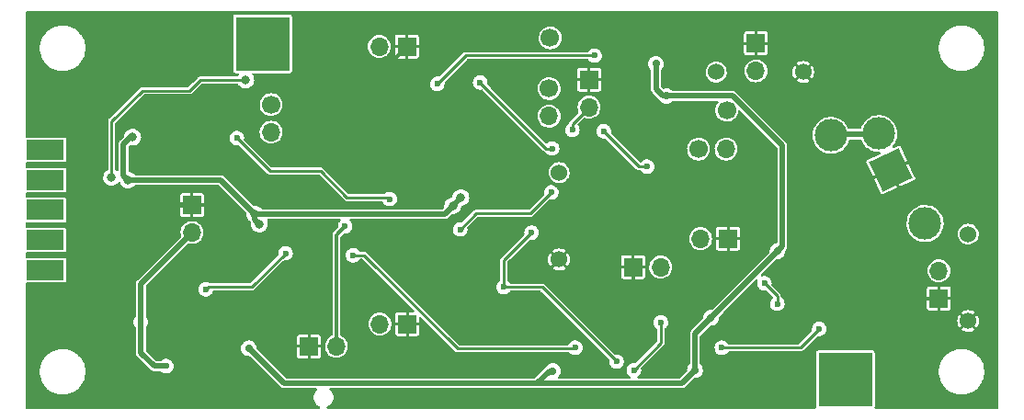
<source format=gbl>
%TF.GenerationSoftware,KiCad,Pcbnew,(6.0.4-0)*%
%TF.CreationDate,2022-04-30T21:23:22-04:00*%
%TF.ProjectId,NanoFox80,4e616e6f-466f-4783-9830-2e6b69636164,rev?*%
%TF.SameCoordinates,Original*%
%TF.FileFunction,Copper,L2,Bot*%
%TF.FilePolarity,Positive*%
%FSLAX46Y46*%
G04 Gerber Fmt 4.6, Leading zero omitted, Abs format (unit mm)*
G04 Created by KiCad (PCBNEW (6.0.4-0)) date 2022-04-30 21:23:22*
%MOMM*%
%LPD*%
G01*
G04 APERTURE LIST*
G04 Aperture macros list*
%AMRotRect*
0 Rectangle, with rotation*
0 The origin of the aperture is its center*
0 $1 length*
0 $2 width*
0 $3 Rotation angle, in degrees counterclockwise*
0 Add horizontal line*
21,1,$1,$2,0,0,$3*%
G04 Aperture macros list end*
%TA.AperFunction,ComponentPad*%
%ADD10C,1.700000*%
%TD*%
%TA.AperFunction,ComponentPad*%
%ADD11O,1.700000X1.700000*%
%TD*%
%TA.AperFunction,ComponentPad*%
%ADD12R,1.700000X1.700000*%
%TD*%
%TA.AperFunction,ComponentPad*%
%ADD13R,5.000000X5.000000*%
%TD*%
%TA.AperFunction,ComponentPad*%
%ADD14C,0.600000*%
%TD*%
%TA.AperFunction,SMDPad,CuDef*%
%ADD15C,1.524000*%
%TD*%
%TA.AperFunction,ComponentPad*%
%ADD16C,3.000000*%
%TD*%
%TA.AperFunction,SMDPad,CuDef*%
%ADD17R,5.760000X0.595000*%
%TD*%
%TA.AperFunction,ComponentPad*%
%ADD18RotRect,3.000000X3.000000X25.000000*%
%TD*%
%TA.AperFunction,SMDPad,CuDef*%
%ADD19R,3.480000X1.846667*%
%TD*%
%TA.AperFunction,ViaPad*%
%ADD20C,0.800000*%
%TD*%
%TA.AperFunction,ViaPad*%
%ADD21C,0.600000*%
%TD*%
%TA.AperFunction,ViaPad*%
%ADD22C,0.700000*%
%TD*%
%TA.AperFunction,Conductor*%
%ADD23C,0.350000*%
%TD*%
%TA.AperFunction,Conductor*%
%ADD24C,0.250000*%
%TD*%
%TA.AperFunction,Conductor*%
%ADD25C,0.500000*%
%TD*%
G04 APERTURE END LIST*
D10*
%TO.P,J107,1,Pin_1*%
%TO.N,Net-(J107-Pad1)*%
X142170000Y-68880000D03*
D11*
%TO.P,J107,2,Pin_2*%
%TO.N,Net-(J107-Pad2)*%
X144710000Y-68880000D03*
%TD*%
D12*
%TO.P,J109,1,Pin_1*%
%TO.N,GND*%
X115300000Y-59435000D03*
D11*
%TO.P,J109,2,Pin_2*%
%TO.N,Net-(J109-Pad2)*%
X112760000Y-59435000D03*
%TD*%
D13*
%TO.P,W308,1*%
%TO.N,N/C*%
X102020000Y-59187500D03*
%TD*%
D12*
%TO.P,BT101,1,-*%
%TO.N,GND*%
X95510000Y-74030000D03*
D11*
%TO.P,BT101,2,+*%
%TO.N,+BATT*%
X95510000Y-76570000D03*
%TD*%
D14*
%TO.P,W103,1,Pin_1*%
%TO.N,Net-(U101-Pad4)*%
X129320000Y-71060000D03*
D15*
X129320000Y-71060000D03*
%TO.P,W103,2,Pin_2*%
%TO.N,GND*%
X129320000Y-79060000D03*
D14*
X129320000Y-79060000D03*
%TD*%
D12*
%TO.P,J106,1,Pin_1*%
%TO.N,GND*%
X144900000Y-77130000D03*
D11*
%TO.P,J106,2,Pin_2*%
%TO.N,Net-(J106-Pad2)*%
X142360000Y-77130000D03*
%TD*%
D10*
%TO.P,J110,1,Pin_1*%
%TO.N,Net-(J110-Pad1)*%
X102800000Y-64785000D03*
D11*
%TO.P,J110,2,Pin_2*%
%TO.N,Net-(J110-Pad2)*%
X102800000Y-67325000D03*
%TD*%
D10*
%TO.P,J104,1,Pin_1*%
%TO.N,Net-(J103-Pad1)*%
X128410000Y-63310000D03*
D11*
%TO.P,J104,2,Pin_2*%
%TO.N,Net-(J104-Pad2)*%
X128410000Y-65850000D03*
%TD*%
D12*
%TO.P,AE101,1,Shield*%
%TO.N,GND*%
X164310000Y-82635000D03*
D11*
%TO.P,AE101,2,A*%
%TO.N,Net-(AE101-Pad2)*%
X164310000Y-80095000D03*
%TD*%
D15*
%TO.P,W102,1,Pin_1*%
%TO.N,Net-(AE101-Pad2)*%
X167010000Y-76730000D03*
D14*
X167010000Y-76730000D03*
%TO.P,W102,2,Pin_2*%
%TO.N,GND*%
X167010000Y-84730000D03*
D15*
X167010000Y-84730000D03*
%TD*%
D12*
%TO.P,J112,1,Pin_1*%
%TO.N,GND*%
X106280000Y-87060000D03*
D11*
%TO.P,J112,2,Pin_2*%
%TO.N,Net-(J112-Pad2)*%
X108820000Y-87060000D03*
%TD*%
D10*
%TO.P,J108,1,Pin_1*%
%TO.N,Net-(J107-Pad2)*%
X144770000Y-65310000D03*
%TD*%
D15*
%TO.P,W101,1,Pin_1*%
%TO.N,Net-(C102-Pad1)*%
X143800000Y-61790000D03*
D14*
X143800000Y-61790000D03*
%TO.P,W101,2,Pin_2*%
%TO.N,GND*%
X151800000Y-61790000D03*
D15*
X151800000Y-61790000D03*
%TD*%
D13*
%TO.P,W308,1*%
%TO.N,N/C*%
X155690000Y-90147500D03*
%TD*%
D12*
%TO.P,J113,1,Pin_1*%
%TO.N,GND*%
X115360000Y-85005000D03*
D11*
%TO.P,J113,2,Pin_2*%
%TO.N,Net-(D101-Pad2)*%
X112820000Y-85005000D03*
%TD*%
D12*
%TO.P,J114,1,Pin_1*%
%TO.N,GND*%
X136140000Y-79755000D03*
D11*
%TO.P,J114,2,Pin_2*%
%TO.N,Net-(J114-Pad2)*%
X138680000Y-79755000D03*
%TD*%
D10*
%TO.P,J103,1,Pin_1*%
%TO.N,Net-(J103-Pad1)*%
X128500000Y-58640000D03*
%TD*%
D12*
%TO.P,J101,1,Pin_1*%
%TO.N,GND*%
X147460000Y-59140000D03*
D11*
%TO.P,J101,2,Pin_2*%
%TO.N,Net-(C102-Pad1)*%
X147460000Y-61680000D03*
%TD*%
D12*
%TO.P,J105,1,Pin_1*%
%TO.N,GND*%
X132085000Y-62490000D03*
D11*
%TO.P,J105,2,Pin_2*%
%TO.N,Net-(J105-Pad2)*%
X132085000Y-65030000D03*
%TD*%
D16*
%TO.P,L101,1,1*%
%TO.N,Net-(AE101-Pad2)*%
X163040000Y-75740000D03*
%TO.P,L101,2,TAP*%
%TO.N,Net-(C102-Pad1)*%
X154380000Y-67620000D03*
X158790000Y-67460000D03*
D17*
X156690000Y-67530000D03*
D18*
%TO.P,L101,3,3*%
%TO.N,GND*%
X159870000Y-70820000D03*
%TD*%
D19*
%TO.P,J111,1,1*%
%TO.N,unconnected-(J111-Pad1)*%
X82000000Y-68960000D03*
%TO.P,J111,2,2*%
%TO.N,unconnected-(J111-Pad2)*%
X82000000Y-71730000D03*
%TO.P,J111,3,3*%
%TO.N,unconnected-(J111-Pad3)*%
X82000000Y-74500000D03*
%TO.P,J111,4,4*%
%TO.N,unconnected-(J111-Pad4)*%
X82000000Y-77270000D03*
%TO.P,J111,5,5*%
%TO.N,unconnected-(J111-Pad5)*%
X82000000Y-80040000D03*
%TD*%
D20*
%TO.N,GND*%
X125270000Y-85410000D03*
D21*
X120750000Y-71280000D03*
X114450000Y-82990000D03*
D20*
X111190000Y-62300000D03*
D21*
X136250000Y-68920000D03*
D20*
X116792000Y-92090000D03*
D21*
X122280000Y-65140000D03*
X148640000Y-77600000D03*
D20*
X154414000Y-56820000D03*
X108480000Y-66550000D03*
X112600000Y-68410000D03*
X84660000Y-76610000D03*
X151656000Y-92120000D03*
X131880000Y-78340000D03*
X169110000Y-65744000D03*
X111860000Y-92100000D03*
X161420000Y-81000000D03*
D21*
X117215235Y-65700219D03*
X94570000Y-85310000D03*
X114958451Y-81042889D03*
D20*
X122242000Y-56790000D03*
D21*
X93010000Y-85340000D03*
D20*
X135430000Y-75140000D03*
X159798000Y-56820000D03*
D21*
X148830000Y-74950000D03*
D20*
X89902000Y-56800000D03*
D21*
X117231420Y-62280003D03*
X148690000Y-70970000D03*
X147390000Y-67670000D03*
X101879820Y-77973521D03*
X94720000Y-68800000D03*
D20*
X126163142Y-79716858D03*
X143712000Y-92090000D03*
X111438000Y-56800000D03*
X127626000Y-56790000D03*
D21*
X146810000Y-69210000D03*
X104080000Y-85100000D03*
X151030000Y-82920000D03*
D20*
X131240000Y-83980000D03*
X137550000Y-72280000D03*
X135860000Y-72650000D03*
X106054000Y-56800000D03*
X95220000Y-92100000D03*
D21*
X123140000Y-66320000D03*
D20*
X108510000Y-70270000D03*
D21*
X89860000Y-63320000D03*
X113320000Y-78780000D03*
D20*
X159910000Y-83290000D03*
D21*
X92770000Y-70550000D03*
X151870000Y-74680000D03*
D20*
X113690000Y-70460000D03*
X116858000Y-56790000D03*
D21*
X103410000Y-83380000D03*
D20*
X133010000Y-56790000D03*
X104580000Y-92100000D03*
X84810000Y-70130000D03*
X169110000Y-79004000D03*
D21*
X154390000Y-72840000D03*
D20*
X132860000Y-85390000D03*
D21*
X152670000Y-71210000D03*
D20*
X139420000Y-81880000D03*
X135440000Y-85630000D03*
D21*
X106540000Y-82650000D03*
D20*
X169110000Y-68436000D03*
X169110000Y-84388000D03*
D21*
X119210000Y-75964493D03*
D20*
X87144000Y-92100000D03*
D21*
X117410000Y-78210000D03*
X145250000Y-79250000D03*
D20*
X113730000Y-71380000D03*
X131270000Y-82280000D03*
X80930000Y-64570000D03*
X161430000Y-82730000D03*
D21*
X148870000Y-72970000D03*
D20*
X91680000Y-74710000D03*
D21*
X143510000Y-70050000D03*
D20*
X132560000Y-81810000D03*
X108240000Y-73690000D03*
D21*
X154348032Y-82212520D03*
D20*
X138320000Y-81750000D03*
X136820000Y-85710000D03*
X146338000Y-56820000D03*
X122860000Y-76300000D03*
X119260000Y-81930000D03*
D21*
X93150000Y-87120000D03*
X99990000Y-84060000D03*
D20*
X112263334Y-65633266D03*
D21*
X148890000Y-76270000D03*
D20*
X133860000Y-73990000D03*
X110770000Y-68920000D03*
X151722000Y-56820000D03*
X127890000Y-88300000D03*
X169110000Y-63052000D03*
D21*
X112940000Y-77230000D03*
D20*
X110930000Y-67090000D03*
X119550000Y-56790000D03*
D21*
X92300000Y-87780000D03*
D20*
X89836000Y-92100000D03*
X162490000Y-56820000D03*
X157106000Y-56820000D03*
X80870000Y-84210000D03*
D21*
X94722326Y-64569991D03*
X119160000Y-65040000D03*
D20*
X93386725Y-76168719D03*
X110570000Y-92100000D03*
D21*
X148474225Y-68795530D03*
D20*
X86160000Y-68810000D03*
X95286000Y-56800000D03*
X148964000Y-92120000D03*
D21*
X97850000Y-85890000D03*
D20*
X110360000Y-77080000D03*
X162424000Y-92120000D03*
X139900000Y-85270000D03*
D21*
X101970000Y-86960000D03*
X98640000Y-85030000D03*
D20*
X129920000Y-77520000D03*
X108350000Y-63340000D03*
D21*
X104780000Y-82640000D03*
D20*
X169110000Y-73820000D03*
X80870000Y-62930000D03*
D21*
X121970000Y-70100000D03*
D20*
X140360000Y-88160000D03*
X117520000Y-70860000D03*
X117680000Y-89440000D03*
D21*
X154960000Y-76620000D03*
X152150000Y-73050000D03*
D20*
X108430000Y-64800000D03*
X122600000Y-88240000D03*
D21*
X151750000Y-70280000D03*
D20*
X143150000Y-86170000D03*
D21*
X122520000Y-67540000D03*
X119360000Y-66320000D03*
D20*
X121990000Y-81900000D03*
X108746000Y-56800000D03*
X80870000Y-66210000D03*
X130590000Y-68230000D03*
X138670000Y-88710000D03*
X80870000Y-82410000D03*
D21*
X150800000Y-69330000D03*
D20*
X97912000Y-92100000D03*
D21*
X120770000Y-65100000D03*
D20*
X149030000Y-56820000D03*
D21*
X143700000Y-66570000D03*
D20*
X140480000Y-81950000D03*
X136965074Y-73735624D03*
X110660000Y-71580000D03*
X80870000Y-85960000D03*
D21*
X154940000Y-81240000D03*
D20*
X112869293Y-62331503D03*
X87160000Y-67350000D03*
D21*
X153170000Y-74720000D03*
X136100000Y-64000000D03*
D20*
X87210000Y-56800000D03*
D21*
X136340000Y-67480000D03*
D20*
X133560000Y-70210000D03*
D21*
X107960000Y-82750000D03*
D20*
X126500000Y-85390000D03*
X133500000Y-68750000D03*
X146272000Y-92120000D03*
D21*
X153450000Y-71930000D03*
D20*
X120550000Y-81930000D03*
X133850000Y-76100000D03*
X114130000Y-56800000D03*
D21*
X150800000Y-71740000D03*
D20*
X124934000Y-56790000D03*
D21*
X118920000Y-77760000D03*
D20*
X97978000Y-56800000D03*
X143778000Y-56790000D03*
D21*
X137580000Y-68590000D03*
D20*
X124780000Y-88310000D03*
X134010000Y-82060000D03*
D21*
X147710000Y-78610000D03*
D20*
X135702000Y-56790000D03*
X126827480Y-80785513D03*
X109410000Y-62330000D03*
X169110000Y-71128000D03*
D21*
X94672160Y-70629898D03*
D20*
X138394000Y-56790000D03*
D21*
X154960000Y-79850000D03*
X117370000Y-79710000D03*
D20*
X169110000Y-81696000D03*
D21*
X150770000Y-73920000D03*
D20*
X135570000Y-70990000D03*
D21*
X115640000Y-79930000D03*
D20*
X130330000Y-85960000D03*
D21*
X103020000Y-86160000D03*
X117681351Y-75964493D03*
D20*
X123960000Y-85430000D03*
X120140000Y-85980000D03*
D21*
X155010000Y-74030000D03*
D20*
X122530000Y-85410000D03*
X113580000Y-67220000D03*
D21*
X135160000Y-67690000D03*
X153400000Y-83050000D03*
D20*
X132770000Y-88510000D03*
X130318000Y-56790000D03*
X108510000Y-69080000D03*
X159732000Y-92120000D03*
X144490000Y-86130000D03*
D21*
X155010000Y-75270000D03*
X105520000Y-83990000D03*
D20*
X133726704Y-86289850D03*
X135510000Y-81810000D03*
D21*
X143320000Y-67690000D03*
X101550000Y-83370000D03*
X136133371Y-61030019D03*
D20*
X123220000Y-80840000D03*
X123880088Y-75690000D03*
X90680000Y-74680000D03*
D21*
X154960000Y-78470000D03*
X100220000Y-78010000D03*
D20*
X169110000Y-76312000D03*
X92528000Y-92100000D03*
D21*
X94700000Y-61690000D03*
D20*
X113660000Y-72350000D03*
D21*
X151210000Y-80950000D03*
X146290000Y-78700000D03*
D20*
X84650000Y-77820000D03*
D21*
X152970000Y-80950000D03*
D20*
X124208142Y-77761858D03*
X92594000Y-56800000D03*
D21*
X89820000Y-61550000D03*
X141390000Y-67260000D03*
D20*
X141086000Y-56790000D03*
X130200000Y-80990000D03*
D21*
X94740000Y-66530000D03*
X91810000Y-85940000D03*
D20*
X137870000Y-85710000D03*
D21*
%TO.N,+BATT*%
X90800000Y-84810000D03*
X93140000Y-88880000D03*
D22*
%TO.N,+5V*%
X143295000Y-84435000D03*
X139230000Y-64000000D03*
X141840000Y-89250000D03*
X128750000Y-89320000D03*
X138240000Y-61030000D03*
X149445000Y-78285000D03*
X100750000Y-87240000D03*
D20*
%TO.N,+3V3*%
X101730000Y-75780000D03*
X89630000Y-71740000D03*
X120280000Y-73360000D03*
X90050000Y-67790000D03*
X119530000Y-74130000D03*
X101310000Y-74870000D03*
D21*
%TO.N,Net-(C115-Pad2)*%
X148244081Y-81253898D03*
X149420000Y-83140000D03*
%TO.N,Net-(J105-Pad2)*%
X130540000Y-67110000D03*
%TO.N,Net-(J112-Pad2)*%
X109620000Y-76000000D03*
%TO.N,Net-(JP103-Pad3)*%
X126790000Y-76580000D03*
X124240000Y-81610000D03*
X134620000Y-88470000D03*
%TO.N,Net-(JP104-Pad2)*%
X128680000Y-68830000D03*
X122060000Y-62740000D03*
%TO.N,Net-(JP105-Pad2)*%
X133440000Y-67240000D03*
X137425000Y-70495000D03*
%TO.N,Net-(P101-Pad1)*%
X99649636Y-67870294D03*
X113710000Y-73490000D03*
%TO.N,Enable_Vdiv*%
X96770000Y-81800000D03*
X104120000Y-78480000D03*
%TO.N,Net-(U101-Pad3)*%
X132600000Y-60270000D03*
X118110000Y-62880000D03*
%TO.N,Net-(U104-Pad5)*%
X120210000Y-76280000D03*
X128610000Y-72880000D03*
%TO.N,Net-(U106-Pad12)*%
X136210000Y-89250000D03*
X138692247Y-84833342D03*
%TO.N,Net-(U105-Pad12)*%
X144320000Y-87190000D03*
X153290000Y-85450000D03*
X130820000Y-87180000D03*
X110350000Y-78660000D03*
D20*
%TO.N,Net-(U105-Pad2)*%
X88110000Y-71490000D03*
X100464757Y-62533838D03*
%TD*%
D23*
%TO.N,GND*%
X154237480Y-82212520D02*
X153400000Y-83050000D01*
X123960000Y-85430000D02*
X122550000Y-85430000D01*
X113320000Y-77610000D02*
X112940000Y-77230000D01*
X137870000Y-85710000D02*
X136820000Y-85710000D01*
X155010000Y-74030000D02*
X155010000Y-75270000D01*
X118920000Y-77760000D02*
X118920000Y-77203142D01*
X147390000Y-68630000D02*
X146810000Y-69210000D01*
X145740000Y-79250000D02*
X146290000Y-78700000D01*
X117370000Y-78250000D02*
X117410000Y-78210000D01*
X94722326Y-64569991D02*
X94722326Y-66512326D01*
X94720000Y-68800000D02*
X94720000Y-70582058D01*
D24*
X121970000Y-70100000D02*
X121930000Y-70100000D01*
D23*
X114958451Y-81042889D02*
X114958451Y-80611549D01*
X151870000Y-74680000D02*
X153130000Y-74680000D01*
X104780000Y-82640000D02*
X106530000Y-82640000D01*
X151750000Y-70280000D02*
X151750000Y-70290000D01*
X148890000Y-76270000D02*
X148890000Y-75010000D01*
X84810000Y-70130000D02*
X84840000Y-70130000D01*
D24*
X135860000Y-72650000D02*
X135860000Y-71280000D01*
D23*
X94700000Y-57386000D02*
X95286000Y-56800000D01*
X153480000Y-71930000D02*
X154390000Y-72840000D01*
X136250000Y-68780000D02*
X135160000Y-67690000D01*
X100220000Y-78010000D02*
X100220000Y-76290000D01*
X108350000Y-64720000D02*
X108430000Y-64800000D01*
X145250000Y-79250000D02*
X145740000Y-79250000D01*
X124208142Y-76018054D02*
X123880088Y-75690000D01*
X132650000Y-85390000D02*
X131240000Y-83980000D01*
D24*
X112920793Y-62280003D02*
X112869293Y-62331503D01*
D25*
X91898006Y-74680000D02*
X90680000Y-74680000D01*
D23*
X147710000Y-78610000D02*
X147710000Y-78530000D01*
D24*
X119160000Y-65040000D02*
X117875454Y-65040000D01*
D23*
X150800000Y-71740000D02*
X150800000Y-69330000D01*
X97270000Y-85310000D02*
X97850000Y-85890000D01*
X143394511Y-67764511D02*
X143320000Y-67690000D01*
X151280000Y-73920000D02*
X150770000Y-73920000D01*
X84840000Y-70130000D02*
X86160000Y-68810000D01*
X148440000Y-68829755D02*
X148474225Y-68795530D01*
X101550000Y-83370000D02*
X103400000Y-83370000D01*
X122160000Y-81900000D02*
X121990000Y-81900000D01*
X143700000Y-66570000D02*
X142080000Y-66570000D01*
D24*
X143190000Y-86130000D02*
X143150000Y-86170000D01*
D23*
X135440000Y-85630000D02*
X134386554Y-85630000D01*
X124208142Y-77761858D02*
X124208142Y-76018054D01*
X99020000Y-85030000D02*
X99990000Y-84060000D01*
X126827480Y-80785513D02*
X126827480Y-80381196D01*
D25*
X93070000Y-74710000D02*
X93790000Y-73990000D01*
D23*
X126500000Y-85390000D02*
X125290000Y-85390000D01*
X148870000Y-71150000D02*
X148690000Y-70970000D01*
X147390000Y-67670000D02*
X147390000Y-68630000D01*
X108350000Y-63340000D02*
X108350000Y-64720000D01*
X92410000Y-85940000D02*
X93010000Y-85340000D01*
X134386554Y-85630000D02*
X133726704Y-86289850D01*
X154960000Y-81220000D02*
X154940000Y-81240000D01*
D24*
X135860000Y-71280000D02*
X135570000Y-70990000D01*
D23*
X138310000Y-81740000D02*
X136410000Y-81740000D01*
X93150000Y-87120000D02*
X92960000Y-87120000D01*
X104080000Y-85100000D02*
X103020000Y-86160000D01*
X154348032Y-82212520D02*
X154237480Y-82212520D01*
X148690000Y-70970000D02*
X148440000Y-70720000D01*
X109350000Y-70270000D02*
X110660000Y-71580000D01*
X111190000Y-62300000D02*
X109440000Y-62300000D01*
X122550000Y-85430000D02*
X122530000Y-85410000D01*
X106530000Y-82640000D02*
X106540000Y-82650000D01*
X100220000Y-78010000D02*
X101843341Y-78010000D01*
D24*
X119360000Y-66320000D02*
X119360000Y-65240000D01*
D23*
X101843341Y-78010000D02*
X101879820Y-77973521D01*
X112869293Y-61865707D02*
X112869293Y-62331503D01*
X153450000Y-71930000D02*
X153480000Y-71930000D01*
X118920000Y-77203142D02*
X117681351Y-75964493D01*
X89860000Y-63320000D02*
X89860000Y-61590000D01*
X110770000Y-68920000D02*
X112090000Y-68920000D01*
X108480000Y-69050000D02*
X108510000Y-69080000D01*
D24*
X135560698Y-75140000D02*
X136965074Y-73735624D01*
D23*
X135260000Y-82060000D02*
X135510000Y-81810000D01*
X108510000Y-70270000D02*
X109350000Y-70270000D01*
X115300000Y-59435000D02*
X112869293Y-61865707D01*
X110770000Y-67250000D02*
X110930000Y-67090000D01*
X148440000Y-70720000D02*
X148440000Y-68829755D01*
D24*
X117875454Y-65040000D02*
X117215235Y-65700219D01*
D23*
X109440000Y-62300000D02*
X109410000Y-62330000D01*
X153130000Y-74680000D02*
X153170000Y-74720000D01*
X140480000Y-81950000D02*
X139490000Y-81950000D01*
X132860000Y-85390000D02*
X132650000Y-85390000D01*
X94700000Y-61690000D02*
X94700000Y-57386000D01*
X108480000Y-66550000D02*
X108480000Y-69050000D01*
X113580000Y-67220000D02*
X113580000Y-66949932D01*
X148890000Y-75010000D02*
X148830000Y-74950000D01*
X98640000Y-85030000D02*
X99020000Y-85030000D01*
X143394511Y-69934511D02*
X143394511Y-67764511D01*
X147710000Y-78530000D02*
X148640000Y-77600000D01*
X110770000Y-68920000D02*
X110770000Y-67250000D01*
X136340000Y-67480000D02*
X136470000Y-67480000D01*
D24*
X151210000Y-80950000D02*
X152970000Y-80950000D01*
X123140000Y-66320000D02*
X123140000Y-66920000D01*
D23*
X114958451Y-80611549D02*
X115640000Y-79930000D01*
D24*
X135430000Y-75140000D02*
X135560698Y-75140000D01*
D23*
X139490000Y-81950000D02*
X139420000Y-81880000D01*
D24*
X152970000Y-80950000D02*
X154650000Y-80950000D01*
D23*
X112090000Y-68920000D02*
X112600000Y-68410000D01*
X94720000Y-70582058D02*
X94672160Y-70629898D01*
X125290000Y-85390000D02*
X125270000Y-85410000D01*
X136410000Y-81740000D02*
X136140000Y-81470000D01*
X151750000Y-70290000D02*
X152670000Y-71210000D01*
X136140000Y-81470000D02*
X136140000Y-79755000D01*
D24*
X131060000Y-77520000D02*
X131880000Y-78340000D01*
X120770000Y-65100000D02*
X122240000Y-65100000D01*
D23*
X136470000Y-67480000D02*
X137580000Y-68590000D01*
D24*
X144490000Y-86130000D02*
X143190000Y-86130000D01*
X133850000Y-74000000D02*
X133860000Y-73990000D01*
X160870000Y-83290000D02*
X161430000Y-82730000D01*
D25*
X91680000Y-74710000D02*
X93070000Y-74710000D01*
D23*
X138320000Y-81750000D02*
X138310000Y-81740000D01*
X134010000Y-82060000D02*
X135260000Y-82060000D01*
X97960000Y-74030000D02*
X95510000Y-74030000D01*
X152150000Y-73050000D02*
X151280000Y-73920000D01*
X113580000Y-66949932D02*
X112263334Y-65633266D01*
X136250000Y-68920000D02*
X136250000Y-68780000D01*
X154960000Y-76620000D02*
X154960000Y-78470000D01*
D24*
X159910000Y-83290000D02*
X160870000Y-83290000D01*
D23*
X89860000Y-61590000D02*
X89820000Y-61550000D01*
X148870000Y-72970000D02*
X148870000Y-71150000D01*
D24*
X119360000Y-65240000D02*
X119160000Y-65040000D01*
D23*
X94570000Y-85310000D02*
X97270000Y-85310000D01*
D25*
X93790000Y-73990000D02*
X93830000Y-74030000D01*
D23*
X154960000Y-79850000D02*
X154960000Y-81220000D01*
D24*
X123140000Y-66920000D02*
X122520000Y-67540000D01*
D23*
X117370000Y-79710000D02*
X117370000Y-78250000D01*
X106760000Y-82750000D02*
X105520000Y-83990000D01*
X142080000Y-66570000D02*
X141390000Y-67260000D01*
X103400000Y-83370000D02*
X103410000Y-83380000D01*
X126827480Y-80381196D02*
X126163142Y-79716858D01*
D24*
X161420000Y-81000000D02*
X163055000Y-82635000D01*
X117231420Y-62280003D02*
X112920793Y-62280003D01*
D23*
X91810000Y-85940000D02*
X92410000Y-85940000D01*
X132090000Y-82280000D02*
X132560000Y-81810000D01*
X92960000Y-87120000D02*
X92300000Y-87780000D01*
D25*
X93830000Y-74030000D02*
X95510000Y-74030000D01*
D24*
X129920000Y-77520000D02*
X131060000Y-77520000D01*
D23*
X100220000Y-76290000D02*
X97960000Y-74030000D01*
D24*
X154650000Y-80950000D02*
X154940000Y-81240000D01*
X133850000Y-76100000D02*
X133850000Y-74000000D01*
D23*
X136100000Y-61063390D02*
X136133371Y-61030019D01*
X119260000Y-81930000D02*
X120550000Y-81930000D01*
X136100000Y-64000000D02*
X136100000Y-61063390D01*
D24*
X121930000Y-70100000D02*
X120750000Y-71280000D01*
D23*
X94722326Y-66512326D02*
X94740000Y-66530000D01*
X123220000Y-80840000D02*
X122160000Y-81900000D01*
D24*
X122240000Y-65100000D02*
X122280000Y-65140000D01*
X163055000Y-82635000D02*
X164310000Y-82635000D01*
D25*
X93386725Y-76168719D02*
X91898006Y-74680000D01*
D23*
X131270000Y-82280000D02*
X132090000Y-82280000D01*
X107960000Y-82750000D02*
X106760000Y-82750000D01*
X113320000Y-78780000D02*
X113320000Y-77610000D01*
X143510000Y-70050000D02*
X143394511Y-69934511D01*
D25*
%TO.N,+BATT*%
X90800000Y-87650000D02*
X92030000Y-88880000D01*
X92030000Y-88880000D02*
X93140000Y-88880000D01*
X95510000Y-76570000D02*
X90800000Y-81280000D01*
X90800000Y-81280000D02*
X90800000Y-87650000D01*
%TO.N,+5V*%
X141840000Y-89250000D02*
X140630000Y-90460000D01*
X149870000Y-68572213D02*
X145297787Y-64000000D01*
X103970000Y-90460000D02*
X127300000Y-90460000D01*
X138910000Y-64000000D02*
X138240000Y-63330000D01*
X149870000Y-77860000D02*
X149870000Y-68572213D01*
X128750000Y-89320000D02*
X128440000Y-89320000D01*
X145297787Y-64000000D02*
X139230000Y-64000000D01*
X139230000Y-64000000D02*
X138910000Y-64000000D01*
X138240000Y-63330000D02*
X138240000Y-61030000D01*
X140630000Y-90460000D02*
X127300000Y-90460000D01*
X128440000Y-89320000D02*
X127300000Y-90460000D01*
X141840000Y-85890000D02*
X149870000Y-77860000D01*
X141840000Y-89250000D02*
X141840000Y-85890000D01*
X100750000Y-87240000D02*
X103970000Y-90460000D01*
%TO.N,+3V3*%
X119530000Y-74110000D02*
X120280000Y-73360000D01*
X101310000Y-75360000D02*
X101730000Y-75780000D01*
X89200000Y-71310000D02*
X89200000Y-68460000D01*
X118790000Y-74870000D02*
X101310000Y-74870000D01*
X89630000Y-71740000D02*
X98180000Y-71740000D01*
X89630000Y-71740000D02*
X89200000Y-71310000D01*
X98180000Y-71740000D02*
X101310000Y-74870000D01*
D24*
X89870000Y-67790000D02*
X90050000Y-67790000D01*
D25*
X89200000Y-68460000D02*
X89870000Y-67790000D01*
X119530000Y-74130000D02*
X119530000Y-74110000D01*
X101310000Y-74870000D02*
X101310000Y-75360000D01*
X119530000Y-74130000D02*
X118790000Y-74870000D01*
D24*
%TO.N,Net-(C115-Pad2)*%
X149420000Y-82429817D02*
X148244081Y-81253898D01*
X149420000Y-83140000D02*
X149420000Y-82429817D01*
%TO.N,Net-(J105-Pad2)*%
X130540000Y-66575000D02*
X132085000Y-65030000D01*
X130540000Y-67110000D02*
X130540000Y-66575000D01*
D23*
%TO.N,Net-(J112-Pad2)*%
X108820000Y-76800000D02*
X109620000Y-76000000D01*
X108820000Y-87060000D02*
X108820000Y-76800000D01*
D24*
%TO.N,Net-(JP103-Pad3)*%
X124240000Y-79130000D02*
X124240000Y-81610000D01*
X126790000Y-76580000D02*
X124240000Y-79130000D01*
X134620000Y-88470000D02*
X127760000Y-81610000D01*
X127760000Y-81610000D02*
X124240000Y-81610000D01*
%TO.N,Net-(JP104-Pad2)*%
X128150000Y-68830000D02*
X128680000Y-68830000D01*
X122060000Y-62740000D02*
X128150000Y-68830000D01*
%TO.N,Net-(JP105-Pad2)*%
X133440000Y-67240000D02*
X136695000Y-70495000D01*
X136695000Y-70495000D02*
X137425000Y-70495000D01*
%TO.N,Net-(P101-Pad1)*%
X109790000Y-73340000D02*
X107370000Y-70920000D01*
X113560000Y-73340000D02*
X109790000Y-73340000D01*
X102699342Y-70920000D02*
X99649636Y-67870294D01*
X107370000Y-70920000D02*
X102699342Y-70920000D01*
X113710000Y-73490000D02*
X113560000Y-73340000D01*
%TO.N,Enable_Vdiv*%
X101050000Y-81550000D02*
X97100000Y-81550000D01*
X97020000Y-81550000D02*
X96770000Y-81800000D01*
X97100000Y-81550000D02*
X97020000Y-81550000D01*
X104120000Y-78480000D02*
X101050000Y-81550000D01*
%TO.N,Net-(U101-Pad3)*%
X120720000Y-60270000D02*
X132600000Y-60270000D01*
X118110000Y-62880000D02*
X120720000Y-60270000D01*
%TO.N,Net-(U104-Pad5)*%
X121710000Y-74780000D02*
X126150000Y-74780000D01*
X126150000Y-74780000D02*
X126710000Y-74780000D01*
X120210000Y-76280000D02*
X121710000Y-74780000D01*
X126710000Y-74780000D02*
X128610000Y-72880000D01*
%TO.N,Net-(U106-Pad12)*%
X138692247Y-86767753D02*
X138692247Y-84833342D01*
X136210000Y-89250000D02*
X138692247Y-86767753D01*
%TO.N,Net-(U105-Pad12)*%
X119984022Y-87280000D02*
X111364022Y-78660000D01*
X130820000Y-87180000D02*
X130720000Y-87280000D01*
X153290000Y-85450000D02*
X151550000Y-87190000D01*
X151550000Y-87190000D02*
X144320000Y-87190000D01*
X111364022Y-78660000D02*
X110350000Y-78660000D01*
X130720000Y-87280000D02*
X119984022Y-87280000D01*
%TO.N,Net-(U105-Pad2)*%
X95310000Y-63500000D02*
X90940000Y-63500000D01*
X90940000Y-63500000D02*
X88110000Y-66330000D01*
X100464757Y-62533838D02*
X96276162Y-62533838D01*
X96276162Y-62533838D02*
X95310000Y-63500000D01*
X88110000Y-66330000D02*
X88110000Y-71490000D01*
%TD*%
%TA.AperFunction,Conductor*%
%TO.N,GND*%
G36*
X169758691Y-56219407D02*
G01*
X169794655Y-56268907D01*
X169799500Y-56299500D01*
X169799500Y-92700500D01*
X169780593Y-92758691D01*
X169731093Y-92794655D01*
X169700500Y-92799500D01*
X158484826Y-92799500D01*
X158426635Y-92780593D01*
X158390671Y-92731093D01*
X158387728Y-92681189D01*
X158389552Y-92672019D01*
X158389553Y-92672009D01*
X158390500Y-92667248D01*
X158390500Y-89532200D01*
X164298747Y-89532200D01*
X164336129Y-89816149D01*
X164337020Y-89819406D01*
X164337021Y-89819411D01*
X164410811Y-90089142D01*
X164411702Y-90092398D01*
X164524068Y-90355835D01*
X164671146Y-90601585D01*
X164673252Y-90604214D01*
X164673255Y-90604218D01*
X164760680Y-90713342D01*
X164850215Y-90825100D01*
X164852664Y-90827424D01*
X164984805Y-90952821D01*
X165057962Y-91022245D01*
X165060701Y-91024213D01*
X165060702Y-91024214D01*
X165077395Y-91036209D01*
X165290543Y-91189371D01*
X165543653Y-91323386D01*
X165546822Y-91324546D01*
X165546825Y-91324547D01*
X165570941Y-91333372D01*
X165812610Y-91421810D01*
X165952523Y-91452316D01*
X166089151Y-91482106D01*
X166089155Y-91482107D01*
X166092436Y-91482822D01*
X166317053Y-91500500D01*
X166471992Y-91500500D01*
X166685737Y-91485928D01*
X166813774Y-91459413D01*
X166962890Y-91428533D01*
X166962896Y-91428531D01*
X166966186Y-91427850D01*
X166969352Y-91426729D01*
X166969355Y-91426728D01*
X167069911Y-91391119D01*
X167236158Y-91332248D01*
X167239151Y-91330703D01*
X167239156Y-91330701D01*
X167487654Y-91202442D01*
X167487660Y-91202438D01*
X167490658Y-91200891D01*
X167504803Y-91190950D01*
X167722228Y-91038141D01*
X167722234Y-91038136D01*
X167724976Y-91036209D01*
X167934776Y-90841251D01*
X167939654Y-90835291D01*
X168114039Y-90622236D01*
X168114044Y-90622229D01*
X168116177Y-90619623D01*
X168265820Y-90375427D01*
X168267173Y-90372345D01*
X168379585Y-90116265D01*
X168379587Y-90116261D01*
X168380938Y-90113182D01*
X168410820Y-90008281D01*
X168458474Y-89840991D01*
X168458475Y-89840986D01*
X168459400Y-89837739D01*
X168499754Y-89554196D01*
X168499781Y-89549176D01*
X168500826Y-89349407D01*
X168501253Y-89267800D01*
X168463871Y-88983851D01*
X168458881Y-88965608D01*
X168389189Y-88710858D01*
X168389188Y-88710855D01*
X168388298Y-88707602D01*
X168275932Y-88444165D01*
X168128854Y-88198415D01*
X168112310Y-88177764D01*
X168006303Y-88045446D01*
X167949785Y-87974900D01*
X167859376Y-87889105D01*
X167744483Y-87780075D01*
X167744481Y-87780073D01*
X167742038Y-87777755D01*
X167725791Y-87766080D01*
X167665023Y-87722414D01*
X167509457Y-87610629D01*
X167256347Y-87476614D01*
X167253178Y-87475454D01*
X167253175Y-87475453D01*
X167146891Y-87436559D01*
X166987390Y-87378190D01*
X166831654Y-87344234D01*
X166710849Y-87317894D01*
X166710845Y-87317893D01*
X166707564Y-87317178D01*
X166482947Y-87299500D01*
X166328008Y-87299500D01*
X166114263Y-87314072D01*
X165997251Y-87338304D01*
X165837110Y-87371467D01*
X165837104Y-87371469D01*
X165833814Y-87372150D01*
X165830648Y-87373271D01*
X165830645Y-87373272D01*
X165781295Y-87390748D01*
X165563842Y-87467752D01*
X165560849Y-87469297D01*
X165560844Y-87469299D01*
X165312346Y-87597558D01*
X165312340Y-87597562D01*
X165309342Y-87599109D01*
X165306582Y-87601049D01*
X165306580Y-87601050D01*
X165077772Y-87761859D01*
X165077766Y-87761864D01*
X165075024Y-87763791D01*
X164865224Y-87958749D01*
X164863091Y-87961354D01*
X164863090Y-87961356D01*
X164685961Y-88177764D01*
X164685956Y-88177771D01*
X164683823Y-88180377D01*
X164534180Y-88424573D01*
X164532828Y-88427654D01*
X164532827Y-88427655D01*
X164427182Y-88668321D01*
X164419062Y-88686818D01*
X164418138Y-88690062D01*
X164348990Y-88932809D01*
X164340600Y-88962261D01*
X164300246Y-89245804D01*
X164300228Y-89249171D01*
X164300228Y-89249176D01*
X164299704Y-89349407D01*
X164298747Y-89532200D01*
X158390500Y-89532200D01*
X158390500Y-87627752D01*
X158384494Y-87597558D01*
X158380770Y-87578834D01*
X158380769Y-87578832D01*
X158378867Y-87569269D01*
X158334552Y-87502948D01*
X158268231Y-87458633D01*
X158258668Y-87456731D01*
X158258666Y-87456730D01*
X158235995Y-87452221D01*
X158209748Y-87447000D01*
X153170252Y-87447000D01*
X153144005Y-87452221D01*
X153121334Y-87456730D01*
X153121332Y-87456731D01*
X153111769Y-87458633D01*
X153045448Y-87502948D01*
X153001133Y-87569269D01*
X152999231Y-87578832D01*
X152999230Y-87578834D01*
X152995506Y-87597558D01*
X152989500Y-87627752D01*
X152989500Y-92667248D01*
X152990447Y-92672009D01*
X152990448Y-92672019D01*
X152992272Y-92681189D01*
X152985079Y-92741950D01*
X152943545Y-92786879D01*
X152895174Y-92799500D01*
X108020750Y-92799500D01*
X107962559Y-92780593D01*
X107926595Y-92731093D01*
X107926595Y-92669907D01*
X107962559Y-92620407D01*
X107980483Y-92610059D01*
X107983354Y-92608781D01*
X107988284Y-92607179D01*
X107992772Y-92604588D01*
X107992774Y-92604587D01*
X108147725Y-92515126D01*
X108147726Y-92515125D01*
X108152216Y-92512533D01*
X108161644Y-92504044D01*
X108289035Y-92389341D01*
X108289038Y-92389337D01*
X108292888Y-92385871D01*
X108404151Y-92232730D01*
X108481144Y-92059803D01*
X108520500Y-91874646D01*
X108520500Y-91685354D01*
X108481144Y-91500197D01*
X108446562Y-91422526D01*
X108406259Y-91332004D01*
X108406258Y-91332002D01*
X108404151Y-91327270D01*
X108292888Y-91174129D01*
X108289038Y-91170663D01*
X108289035Y-91170659D01*
X108191758Y-91083071D01*
X108161165Y-91030083D01*
X108167561Y-90969233D01*
X108208502Y-90923763D01*
X108258002Y-90910500D01*
X127267373Y-90910500D01*
X127279009Y-90911186D01*
X127314310Y-90915364D01*
X127321586Y-90914035D01*
X127321589Y-90914035D01*
X127332121Y-90912111D01*
X127349908Y-90910500D01*
X140597373Y-90910500D01*
X140609009Y-90911186D01*
X140644310Y-90915364D01*
X140651586Y-90914035D01*
X140651589Y-90914035D01*
X140687259Y-90907520D01*
X140702430Y-90904749D01*
X140705476Y-90904242D01*
X140763962Y-90895449D01*
X140770475Y-90892321D01*
X140777573Y-90891025D01*
X140829982Y-90863801D01*
X140832762Y-90862412D01*
X140879408Y-90840013D01*
X140879411Y-90840011D01*
X140886079Y-90836809D01*
X140890521Y-90832703D01*
X140892781Y-90831180D01*
X140897788Y-90828579D01*
X140902828Y-90824275D01*
X140940460Y-90786643D01*
X140943263Y-90783949D01*
X140980124Y-90749876D01*
X140980126Y-90749873D01*
X140985556Y-90744854D01*
X140989078Y-90738790D01*
X140995638Y-90731465D01*
X141726154Y-90000949D01*
X141780671Y-89973172D01*
X141809250Y-89972823D01*
X141824816Y-89974900D01*
X141830322Y-89974399D01*
X141830324Y-89974399D01*
X141894330Y-89968574D01*
X141985793Y-89960250D01*
X141991051Y-89958542D01*
X141991054Y-89958541D01*
X142134260Y-89912010D01*
X142134262Y-89912009D01*
X142139525Y-89910299D01*
X142144281Y-89907464D01*
X142144283Y-89907463D01*
X142231957Y-89855199D01*
X142278370Y-89827531D01*
X142395427Y-89716059D01*
X142484879Y-89581423D01*
X142487172Y-89575388D01*
X142540314Y-89435490D01*
X142542280Y-89430315D01*
X142557784Y-89320000D01*
X142564343Y-89273328D01*
X142564343Y-89273324D01*
X142564776Y-89270245D01*
X142564862Y-89264145D01*
X142564914Y-89260350D01*
X142565059Y-89250000D01*
X142547041Y-89089364D01*
X142493882Y-88936712D01*
X142408224Y-88799631D01*
X142404325Y-88795704D01*
X142404322Y-88795701D01*
X142319253Y-88710036D01*
X142291665Y-88655423D01*
X142290500Y-88640277D01*
X142290500Y-87182927D01*
X143644612Y-87182927D01*
X143645267Y-87188860D01*
X143645267Y-87188864D01*
X143659404Y-87316914D01*
X143662420Y-87344234D01*
X143664469Y-87349834D01*
X143664470Y-87349837D01*
X143686527Y-87410110D01*
X143718192Y-87496637D01*
X143721517Y-87501585D01*
X143721518Y-87501587D01*
X143761550Y-87561160D01*
X143808707Y-87631337D01*
X143813119Y-87635352D01*
X143813122Y-87635355D01*
X143908799Y-87722414D01*
X143928739Y-87740558D01*
X144071359Y-87817994D01*
X144077133Y-87819509D01*
X144077136Y-87819510D01*
X144222555Y-87857660D01*
X144228334Y-87859176D01*
X144234303Y-87859270D01*
X144234305Y-87859270D01*
X144293482Y-87860199D01*
X144390601Y-87861725D01*
X144401320Y-87859270D01*
X144542969Y-87826828D01*
X144542972Y-87826827D01*
X144548792Y-87825494D01*
X144563705Y-87817994D01*
X144671475Y-87763791D01*
X144693774Y-87752576D01*
X144817178Y-87647179D01*
X144882173Y-87556729D01*
X144931484Y-87520507D01*
X144962569Y-87515500D01*
X151531466Y-87515500D01*
X151540095Y-87515877D01*
X151578807Y-87519264D01*
X151616350Y-87509204D01*
X151624784Y-87507334D01*
X151654517Y-87502092D01*
X151654519Y-87502091D01*
X151663045Y-87500588D01*
X151670544Y-87496258D01*
X151676029Y-87494262D01*
X151681316Y-87491796D01*
X151689684Y-87489554D01*
X151721511Y-87467268D01*
X151728795Y-87462627D01*
X151745650Y-87452896D01*
X151762455Y-87443194D01*
X151787431Y-87413429D01*
X151793265Y-87407061D01*
X153065332Y-86134994D01*
X153119849Y-86107217D01*
X153160457Y-86109239D01*
X153198334Y-86119176D01*
X153204301Y-86119270D01*
X153204303Y-86119270D01*
X153268703Y-86120281D01*
X153360601Y-86121725D01*
X153371320Y-86119270D01*
X153512969Y-86086828D01*
X153512972Y-86086827D01*
X153518792Y-86085494D01*
X153663774Y-86012576D01*
X153787178Y-85907179D01*
X153881879Y-85775388D01*
X153942410Y-85624813D01*
X153955903Y-85530009D01*
X166392597Y-85530009D01*
X166393088Y-85533109D01*
X166395023Y-85535559D01*
X166425955Y-85561886D01*
X166433874Y-85567388D01*
X166598660Y-85659485D01*
X166607488Y-85663342D01*
X166787037Y-85721681D01*
X166796437Y-85723748D01*
X166983902Y-85746101D01*
X166993529Y-85746303D01*
X167181754Y-85731820D01*
X167191245Y-85730146D01*
X167373074Y-85679378D01*
X167382054Y-85675895D01*
X167550560Y-85590777D01*
X167558695Y-85585615D01*
X167619400Y-85538187D01*
X167626858Y-85527130D01*
X167626787Y-85525101D01*
X167624090Y-85520867D01*
X167021086Y-84917863D01*
X167009203Y-84911809D01*
X167004172Y-84912605D01*
X166398651Y-85518126D01*
X166392597Y-85530009D01*
X153955903Y-85530009D01*
X153965277Y-85464145D01*
X153965425Y-85450000D01*
X153954944Y-85363392D01*
X153946645Y-85294811D01*
X153946644Y-85294808D01*
X153945928Y-85288889D01*
X153897188Y-85159900D01*
X153890674Y-85142661D01*
X153890673Y-85142658D01*
X153888564Y-85137078D01*
X153870667Y-85111037D01*
X153800024Y-85008250D01*
X153800021Y-85008247D01*
X153796644Y-85003333D01*
X153694813Y-84912605D01*
X153679928Y-84899343D01*
X153679926Y-84899342D01*
X153675474Y-84895375D01*
X153646436Y-84880000D01*
X153537325Y-84822228D01*
X153537322Y-84822227D01*
X153532051Y-84819436D01*
X153442752Y-84797006D01*
X153380443Y-84781355D01*
X153380440Y-84781355D01*
X153374653Y-84779901D01*
X153292726Y-84779472D01*
X153218335Y-84779082D01*
X153218333Y-84779082D01*
X153212369Y-84779051D01*
X153054566Y-84816936D01*
X153001633Y-84844257D01*
X152915661Y-84888630D01*
X152915659Y-84888632D01*
X152910355Y-84891369D01*
X152905860Y-84895291D01*
X152905856Y-84895293D01*
X152810012Y-84978903D01*
X152788061Y-84998052D01*
X152784630Y-85002934D01*
X152784629Y-85002935D01*
X152704719Y-85116637D01*
X152694746Y-85130827D01*
X152692579Y-85136385D01*
X152692578Y-85136387D01*
X152637963Y-85276468D01*
X152635795Y-85282029D01*
X152635016Y-85287944D01*
X152635016Y-85287945D01*
X152634154Y-85294495D01*
X152614612Y-85442927D01*
X152615267Y-85448860D01*
X152615267Y-85448863D01*
X152618728Y-85480213D01*
X152631481Y-85595725D01*
X152619074Y-85655637D01*
X152603083Y-85676591D01*
X151444170Y-86835504D01*
X151389653Y-86863281D01*
X151374166Y-86864500D01*
X144962006Y-86864500D01*
X144903815Y-86845593D01*
X144880417Y-86821574D01*
X144868975Y-86804926D01*
X144826644Y-86743333D01*
X144730586Y-86657749D01*
X144709928Y-86639343D01*
X144709926Y-86639342D01*
X144705474Y-86635375D01*
X144692735Y-86628630D01*
X144567325Y-86562228D01*
X144567322Y-86562227D01*
X144562051Y-86559436D01*
X144461175Y-86534098D01*
X144410443Y-86521355D01*
X144410440Y-86521355D01*
X144404653Y-86519901D01*
X144322726Y-86519472D01*
X144248335Y-86519082D01*
X144248333Y-86519082D01*
X144242369Y-86519051D01*
X144084566Y-86556936D01*
X144027357Y-86586464D01*
X143945661Y-86628630D01*
X143945659Y-86628632D01*
X143940355Y-86631369D01*
X143935860Y-86635291D01*
X143935856Y-86635293D01*
X143822558Y-86734129D01*
X143818061Y-86738052D01*
X143814630Y-86742934D01*
X143814629Y-86742935D01*
X143739143Y-86850342D01*
X143724746Y-86870827D01*
X143722579Y-86876385D01*
X143722578Y-86876387D01*
X143698059Y-86939275D01*
X143665795Y-87022029D01*
X143644612Y-87182927D01*
X142290500Y-87182927D01*
X142290500Y-86117611D01*
X142309407Y-86059420D01*
X142319496Y-86047607D01*
X143181154Y-85185949D01*
X143235671Y-85158172D01*
X143264250Y-85157823D01*
X143279816Y-85159900D01*
X143285322Y-85159399D01*
X143285324Y-85159399D01*
X143353547Y-85153190D01*
X143440793Y-85145250D01*
X143446051Y-85143542D01*
X143446054Y-85143541D01*
X143589260Y-85097010D01*
X143589262Y-85097009D01*
X143594525Y-85095299D01*
X143599281Y-85092464D01*
X143599283Y-85092463D01*
X143728619Y-85015363D01*
X143733370Y-85012531D01*
X143850427Y-84901059D01*
X143854204Y-84895375D01*
X143936816Y-84771033D01*
X143939879Y-84766423D01*
X143952663Y-84732771D01*
X143957278Y-84720622D01*
X165993607Y-84720622D01*
X166009404Y-84908750D01*
X166011142Y-84918218D01*
X166063177Y-85099687D01*
X166066728Y-85108655D01*
X166153017Y-85276556D01*
X166158237Y-85284655D01*
X166201701Y-85339493D01*
X166212812Y-85346875D01*
X166215022Y-85346782D01*
X166218984Y-85344239D01*
X166822137Y-84741086D01*
X166827379Y-84730797D01*
X167191809Y-84730797D01*
X167192605Y-84735828D01*
X167798361Y-85341584D01*
X167810244Y-85347638D01*
X167813527Y-85347119D01*
X167815731Y-85345390D01*
X167837788Y-85319837D01*
X167843345Y-85311959D01*
X167936593Y-85147815D01*
X167940508Y-85139020D01*
X168000099Y-84959883D01*
X168002233Y-84950489D01*
X168026153Y-84761145D01*
X168026540Y-84755620D01*
X168026858Y-84732771D01*
X168026626Y-84727241D01*
X168008002Y-84537302D01*
X168006132Y-84527854D01*
X167951566Y-84347123D01*
X167947896Y-84338219D01*
X167859267Y-84171530D01*
X167853937Y-84163508D01*
X167818625Y-84120213D01*
X167807414Y-84112988D01*
X167804832Y-84113132D01*
X167801422Y-84115355D01*
X167197863Y-84718914D01*
X167191809Y-84730797D01*
X166827379Y-84730797D01*
X166828191Y-84729203D01*
X166827395Y-84724172D01*
X166222074Y-84118851D01*
X166210191Y-84112797D01*
X166207274Y-84113259D01*
X166204581Y-84115401D01*
X166174058Y-84151777D01*
X166168612Y-84159730D01*
X166077669Y-84325156D01*
X166073869Y-84334019D01*
X166016790Y-84513958D01*
X166014785Y-84523389D01*
X165993741Y-84710994D01*
X165993607Y-84720622D01*
X143957278Y-84720622D01*
X143976018Y-84671287D01*
X143997280Y-84615315D01*
X144014588Y-84492160D01*
X144019343Y-84458328D01*
X144019343Y-84458324D01*
X144019776Y-84455245D01*
X144020059Y-84435000D01*
X144016499Y-84403264D01*
X144028801Y-84343330D01*
X144044878Y-84322225D01*
X144434386Y-83932717D01*
X166393074Y-83932717D01*
X166393191Y-83935113D01*
X166395575Y-83938798D01*
X166998914Y-84542137D01*
X167010797Y-84548191D01*
X167015828Y-84547395D01*
X167620983Y-83942240D01*
X167627037Y-83930357D01*
X167626604Y-83927623D01*
X167624253Y-83924688D01*
X167582374Y-83890042D01*
X167574381Y-83884650D01*
X167408317Y-83794860D01*
X167399446Y-83791131D01*
X167219097Y-83735303D01*
X167209665Y-83733367D01*
X167021915Y-83713634D01*
X167012277Y-83713567D01*
X166824273Y-83730676D01*
X166814807Y-83732482D01*
X166633711Y-83785782D01*
X166624770Y-83789395D01*
X166457479Y-83876852D01*
X166449410Y-83882132D01*
X166400379Y-83921554D01*
X166393074Y-83932717D01*
X144434386Y-83932717D01*
X147453511Y-80913592D01*
X147508028Y-80885815D01*
X147568460Y-80895386D01*
X147611725Y-80938651D01*
X147621296Y-80999083D01*
X147615755Y-81019550D01*
X147589876Y-81085927D01*
X147568693Y-81246825D01*
X147569348Y-81252758D01*
X147569348Y-81252762D01*
X147581567Y-81363440D01*
X147586501Y-81408132D01*
X147588550Y-81413732D01*
X147588551Y-81413735D01*
X147611317Y-81475945D01*
X147642273Y-81560535D01*
X147645598Y-81565483D01*
X147645599Y-81565485D01*
X147668350Y-81599341D01*
X147732788Y-81695235D01*
X147737200Y-81699250D01*
X147737203Y-81699253D01*
X147840150Y-81792927D01*
X147852820Y-81804456D01*
X147995440Y-81881892D01*
X148001214Y-81883407D01*
X148001217Y-81883408D01*
X148129449Y-81917049D01*
X148152415Y-81923074D01*
X148158384Y-81923168D01*
X148158386Y-81923168D01*
X148217563Y-81924097D01*
X148314682Y-81925623D01*
X148375860Y-81911611D01*
X148436802Y-81917049D01*
X148467965Y-81938108D01*
X149003268Y-82473411D01*
X149031045Y-82527928D01*
X149021474Y-82588360D01*
X148998343Y-82618018D01*
X148922561Y-82684125D01*
X148922555Y-82684132D01*
X148918061Y-82688052D01*
X148914630Y-82692934D01*
X148914629Y-82692935D01*
X148828177Y-82815945D01*
X148824746Y-82820827D01*
X148765795Y-82972029D01*
X148744612Y-83132927D01*
X148745267Y-83138860D01*
X148745267Y-83138864D01*
X148746954Y-83154145D01*
X148762420Y-83294234D01*
X148818192Y-83446637D01*
X148821517Y-83451585D01*
X148821518Y-83451587D01*
X148857253Y-83504766D01*
X148908707Y-83581337D01*
X148913119Y-83585352D01*
X148913122Y-83585355D01*
X149024323Y-83686540D01*
X149028739Y-83690558D01*
X149171359Y-83767994D01*
X149177133Y-83769509D01*
X149177136Y-83769510D01*
X149322555Y-83807660D01*
X149328334Y-83809176D01*
X149334303Y-83809270D01*
X149334305Y-83809270D01*
X149393482Y-83810199D01*
X149490601Y-83811725D01*
X149501320Y-83809270D01*
X149642969Y-83776828D01*
X149642972Y-83776827D01*
X149648792Y-83775494D01*
X149663705Y-83767994D01*
X149745695Y-83726757D01*
X149793774Y-83702576D01*
X149917178Y-83597179D01*
X149983583Y-83504766D01*
X163210000Y-83504766D01*
X163210948Y-83514388D01*
X163222603Y-83572983D01*
X163229922Y-83590651D01*
X163274341Y-83657130D01*
X163287870Y-83670659D01*
X163354349Y-83715078D01*
X163372017Y-83722397D01*
X163430612Y-83734052D01*
X163440234Y-83735000D01*
X164169320Y-83735000D01*
X164182005Y-83730878D01*
X164185000Y-83726757D01*
X164185000Y-83719320D01*
X164435000Y-83719320D01*
X164439122Y-83732005D01*
X164443243Y-83735000D01*
X165179766Y-83735000D01*
X165189388Y-83734052D01*
X165247983Y-83722397D01*
X165265651Y-83715078D01*
X165332130Y-83670659D01*
X165345659Y-83657130D01*
X165390078Y-83590651D01*
X165397397Y-83572983D01*
X165409052Y-83514388D01*
X165410000Y-83504766D01*
X165410000Y-82775680D01*
X165405878Y-82762995D01*
X165401757Y-82760000D01*
X164450680Y-82760000D01*
X164437995Y-82764122D01*
X164435000Y-82768243D01*
X164435000Y-83719320D01*
X164185000Y-83719320D01*
X164185000Y-82775680D01*
X164180878Y-82762995D01*
X164176757Y-82760000D01*
X163225680Y-82760000D01*
X163212995Y-82764122D01*
X163210000Y-82768243D01*
X163210000Y-83504766D01*
X149983583Y-83504766D01*
X150011879Y-83465388D01*
X150072410Y-83314813D01*
X150095277Y-83154145D01*
X150095425Y-83140000D01*
X150075928Y-82978889D01*
X150018564Y-82827078D01*
X150010913Y-82815945D01*
X149930024Y-82698250D01*
X149930021Y-82698247D01*
X149926644Y-82693333D01*
X149805474Y-82585375D01*
X149798176Y-82581511D01*
X149797179Y-82580482D01*
X149795297Y-82579174D01*
X149795554Y-82578805D01*
X149755596Y-82537572D01*
X149745570Y-82494320D01*
X163210000Y-82494320D01*
X163214122Y-82507005D01*
X163218243Y-82510000D01*
X164169320Y-82510000D01*
X164182005Y-82505878D01*
X164185000Y-82501757D01*
X164185000Y-82494320D01*
X164435000Y-82494320D01*
X164439122Y-82507005D01*
X164443243Y-82510000D01*
X165394320Y-82510000D01*
X165407005Y-82505878D01*
X165410000Y-82501757D01*
X165410000Y-81765234D01*
X165409052Y-81755612D01*
X165397397Y-81697017D01*
X165390078Y-81679349D01*
X165345659Y-81612870D01*
X165332130Y-81599341D01*
X165265651Y-81554922D01*
X165247983Y-81547603D01*
X165189388Y-81535948D01*
X165179766Y-81535000D01*
X164450680Y-81535000D01*
X164437995Y-81539122D01*
X164435000Y-81543243D01*
X164435000Y-82494320D01*
X164185000Y-82494320D01*
X164185000Y-81550680D01*
X164180878Y-81537995D01*
X164176757Y-81535000D01*
X163440234Y-81535000D01*
X163430612Y-81535948D01*
X163372017Y-81547603D01*
X163354349Y-81554922D01*
X163287870Y-81599341D01*
X163274341Y-81612870D01*
X163229922Y-81679349D01*
X163222603Y-81697017D01*
X163210948Y-81755612D01*
X163210000Y-81765234D01*
X163210000Y-82494320D01*
X149745570Y-82494320D01*
X149745500Y-82494017D01*
X149745500Y-82448351D01*
X149745877Y-82439722D01*
X149748509Y-82409639D01*
X149749264Y-82401010D01*
X149739204Y-82363467D01*
X149737334Y-82355033D01*
X149732092Y-82325300D01*
X149732091Y-82325298D01*
X149730588Y-82316772D01*
X149726258Y-82309273D01*
X149724262Y-82303788D01*
X149721796Y-82298501D01*
X149719554Y-82290133D01*
X149697268Y-82258306D01*
X149692627Y-82251022D01*
X149690206Y-82246828D01*
X149673194Y-82217362D01*
X149643429Y-82192386D01*
X149637061Y-82186552D01*
X148929318Y-81478809D01*
X148901541Y-81424292D01*
X148901310Y-81394856D01*
X148918902Y-81271249D01*
X148918902Y-81271245D01*
X148919358Y-81268043D01*
X148919506Y-81253898D01*
X148905228Y-81135915D01*
X148900726Y-81098709D01*
X148900725Y-81098706D01*
X148900009Y-81092787D01*
X148864602Y-80999083D01*
X148844755Y-80946559D01*
X148844754Y-80946556D01*
X148842645Y-80940976D01*
X148788646Y-80862406D01*
X148754105Y-80812148D01*
X148754102Y-80812145D01*
X148750725Y-80807231D01*
X148652747Y-80719936D01*
X148634009Y-80703241D01*
X148634007Y-80703240D01*
X148629555Y-80699273D01*
X148621989Y-80695267D01*
X148491406Y-80626126D01*
X148491403Y-80626125D01*
X148486132Y-80623334D01*
X148407433Y-80603566D01*
X148334524Y-80585253D01*
X148334521Y-80585253D01*
X148328734Y-80583799D01*
X148246807Y-80583370D01*
X148172416Y-80582980D01*
X148172414Y-80582980D01*
X148166450Y-80582949D01*
X148008647Y-80620834D01*
X148008309Y-80619424D01*
X147954149Y-80621696D01*
X147903185Y-80587838D01*
X147881856Y-80530491D01*
X147898308Y-80471559D01*
X147910765Y-80456338D01*
X148286841Y-80080262D01*
X163254520Y-80080262D01*
X163271759Y-80285553D01*
X163273092Y-80290201D01*
X163273092Y-80290202D01*
X163320731Y-80456338D01*
X163328544Y-80483586D01*
X163422712Y-80666818D01*
X163550677Y-80828270D01*
X163554357Y-80831402D01*
X163554359Y-80831404D01*
X163618292Y-80885815D01*
X163707564Y-80961791D01*
X163711787Y-80964151D01*
X163711791Y-80964154D01*
X163755248Y-80988441D01*
X163887398Y-81062297D01*
X163891996Y-81063791D01*
X164078724Y-81124463D01*
X164078726Y-81124464D01*
X164083329Y-81125959D01*
X164287894Y-81150351D01*
X164292716Y-81149980D01*
X164292719Y-81149980D01*
X164360541Y-81144761D01*
X164493300Y-81134546D01*
X164691725Y-81079145D01*
X164696038Y-81076966D01*
X164696044Y-81076964D01*
X164871289Y-80988441D01*
X164871291Y-80988440D01*
X164875610Y-80986258D01*
X164879427Y-80983276D01*
X165034135Y-80862406D01*
X165034139Y-80862402D01*
X165037951Y-80859424D01*
X165052649Y-80842397D01*
X165141772Y-80739145D01*
X165172564Y-80703472D01*
X165191231Y-80670613D01*
X165271934Y-80528550D01*
X165271935Y-80528547D01*
X165274323Y-80524344D01*
X165286324Y-80488270D01*
X165337824Y-80333454D01*
X165337824Y-80333452D01*
X165339351Y-80328863D01*
X165365171Y-80124474D01*
X165365583Y-80095000D01*
X165362166Y-80060146D01*
X165345952Y-79894780D01*
X165345951Y-79894776D01*
X165345480Y-79889970D01*
X165343715Y-79884122D01*
X165300280Y-79740262D01*
X165285935Y-79692749D01*
X165189218Y-79510849D01*
X165059011Y-79351200D01*
X164982608Y-79287994D01*
X164904002Y-79222965D01*
X164904000Y-79222964D01*
X164900275Y-79219882D01*
X164771757Y-79150393D01*
X164723309Y-79124197D01*
X164723308Y-79124197D01*
X164719055Y-79121897D01*
X164622974Y-79092155D01*
X164526875Y-79062407D01*
X164526871Y-79062406D01*
X164522254Y-79060977D01*
X164517446Y-79060472D01*
X164517443Y-79060471D01*
X164322185Y-79039949D01*
X164322183Y-79039949D01*
X164317369Y-79039443D01*
X164257354Y-79044905D01*
X164117022Y-79057675D01*
X164117017Y-79057676D01*
X164112203Y-79058114D01*
X163914572Y-79116280D01*
X163910288Y-79118519D01*
X163910287Y-79118520D01*
X163854546Y-79147661D01*
X163732002Y-79211726D01*
X163728231Y-79214758D01*
X163575220Y-79337781D01*
X163575217Y-79337783D01*
X163571447Y-79340815D01*
X163568333Y-79344526D01*
X163568332Y-79344527D01*
X163559585Y-79354952D01*
X163439024Y-79498630D01*
X163436689Y-79502878D01*
X163436688Y-79502879D01*
X163429955Y-79515126D01*
X163339776Y-79679162D01*
X163338313Y-79683775D01*
X163338311Y-79683779D01*
X163286178Y-79848126D01*
X163277484Y-79875532D01*
X163276944Y-79880344D01*
X163276944Y-79880345D01*
X163256589Y-80061820D01*
X163254520Y-80080262D01*
X148286841Y-80080262D01*
X149331154Y-79035949D01*
X149385671Y-79008172D01*
X149414250Y-79007823D01*
X149429816Y-79009900D01*
X149435322Y-79009399D01*
X149435324Y-79009399D01*
X149499330Y-79003574D01*
X149590793Y-78995250D01*
X149596051Y-78993542D01*
X149596054Y-78993541D01*
X149739260Y-78947010D01*
X149739262Y-78947009D01*
X149744525Y-78945299D01*
X149749281Y-78942464D01*
X149749283Y-78942463D01*
X149845285Y-78885234D01*
X149883370Y-78862531D01*
X150000427Y-78751059D01*
X150020414Y-78720977D01*
X150086816Y-78621033D01*
X150089879Y-78616423D01*
X150147280Y-78465315D01*
X150164517Y-78342666D01*
X150169343Y-78308328D01*
X150169343Y-78308324D01*
X150169776Y-78305245D01*
X150170059Y-78285000D01*
X150169712Y-78281910D01*
X150169712Y-78281902D01*
X150167082Y-78258454D01*
X150179386Y-78198519D01*
X150193296Y-78179651D01*
X150196299Y-78176453D01*
X150202110Y-78171872D01*
X150235713Y-78123253D01*
X150237513Y-78120736D01*
X150268235Y-78079140D01*
X150268237Y-78079136D01*
X150272634Y-78073183D01*
X150275027Y-78066369D01*
X150279131Y-78060431D01*
X150296951Y-78004086D01*
X150297930Y-78001150D01*
X150302179Y-77989051D01*
X150317519Y-77945369D01*
X150317756Y-77939332D01*
X150318279Y-77936648D01*
X150319980Y-77931270D01*
X150320500Y-77924663D01*
X150320500Y-77871459D01*
X150320576Y-77867572D01*
X150322548Y-77817397D01*
X150322548Y-77817394D01*
X150322838Y-77810006D01*
X150321041Y-77803228D01*
X150320500Y-77793403D01*
X150320500Y-75695361D01*
X161335316Y-75695361D01*
X161347443Y-75947820D01*
X161376344Y-76093114D01*
X161390289Y-76163219D01*
X161396752Y-76195713D01*
X161397992Y-76199168D01*
X161397993Y-76199170D01*
X161466491Y-76389952D01*
X161482160Y-76433595D01*
X161601792Y-76656240D01*
X161664380Y-76740055D01*
X161731962Y-76830558D01*
X161753018Y-76858756D01*
X161932517Y-77036696D01*
X161935476Y-77038866D01*
X161935480Y-77038869D01*
X161938463Y-77041056D01*
X162136346Y-77186149D01*
X162360026Y-77303833D01*
X162363497Y-77305045D01*
X162363499Y-77305046D01*
X162437130Y-77330759D01*
X162598644Y-77387162D01*
X162846958Y-77434306D01*
X162984408Y-77439706D01*
X163095843Y-77444085D01*
X163095846Y-77444085D01*
X163099513Y-77444229D01*
X163350760Y-77416713D01*
X163472971Y-77384538D01*
X163591635Y-77353297D01*
X163591640Y-77353295D01*
X163595181Y-77352363D01*
X163827405Y-77252591D01*
X163852249Y-77237217D01*
X164039205Y-77121526D01*
X164039210Y-77121522D01*
X164042331Y-77119591D01*
X164087473Y-77081376D01*
X164187428Y-76996757D01*
X164235238Y-76956283D01*
X164334957Y-76842576D01*
X164399462Y-76769023D01*
X164399466Y-76769018D01*
X164401888Y-76766256D01*
X164405557Y-76760553D01*
X164433895Y-76716496D01*
X166042937Y-76716496D01*
X166045879Y-76751532D01*
X166053199Y-76838695D01*
X166058732Y-76904590D01*
X166060065Y-76909238D01*
X166060065Y-76909239D01*
X166097236Y-77038869D01*
X166110760Y-77086034D01*
X166112975Y-77090344D01*
X166194827Y-77249612D01*
X166194830Y-77249616D01*
X166197040Y-77253917D01*
X166314285Y-77401844D01*
X166317972Y-77404982D01*
X166317974Y-77404984D01*
X166454342Y-77521042D01*
X166454347Y-77521045D01*
X166458030Y-77524180D01*
X166462253Y-77526540D01*
X166462257Y-77526543D01*
X166555594Y-77578707D01*
X166622800Y-77616267D01*
X166663592Y-77629521D01*
X166797718Y-77673101D01*
X166797721Y-77673102D01*
X166802317Y-77674595D01*
X166807113Y-77675167D01*
X166807118Y-77675168D01*
X166896031Y-77685770D01*
X166989745Y-77696945D01*
X166994567Y-77696574D01*
X166994570Y-77696574D01*
X167056278Y-77691826D01*
X167177945Y-77682464D01*
X167359748Y-77631703D01*
X167528229Y-77546598D01*
X167676970Y-77430388D01*
X167680132Y-77426725D01*
X167680137Y-77426720D01*
X167775937Y-77315734D01*
X167800307Y-77287501D01*
X167814088Y-77263243D01*
X167891153Y-77127584D01*
X167891154Y-77127581D01*
X167893542Y-77123378D01*
X167895593Y-77117215D01*
X167951596Y-76948863D01*
X167951596Y-76948861D01*
X167953123Y-76944272D01*
X167955562Y-76924970D01*
X167970088Y-76809977D01*
X167976780Y-76757005D01*
X167976857Y-76751532D01*
X167976970Y-76743399D01*
X167977157Y-76730000D01*
X167963520Y-76590915D01*
X167959210Y-76546955D01*
X167959209Y-76546951D01*
X167958738Y-76542145D01*
X167904181Y-76361445D01*
X167815566Y-76194783D01*
X167696266Y-76048508D01*
X167677514Y-76032995D01*
X167554554Y-75931274D01*
X167554553Y-75931273D01*
X167550827Y-75928191D01*
X167384788Y-75838414D01*
X167204474Y-75782597D01*
X167179765Y-75780000D01*
X167021568Y-75763373D01*
X167021566Y-75763373D01*
X167016752Y-75762867D01*
X166961883Y-75767860D01*
X166833592Y-75779535D01*
X166833588Y-75779536D01*
X166828773Y-75779974D01*
X166765709Y-75798535D01*
X166652344Y-75831900D01*
X166652341Y-75831901D01*
X166647697Y-75833268D01*
X166625617Y-75844811D01*
X166484717Y-75918471D01*
X166484713Y-75918474D01*
X166480420Y-75920718D01*
X166476644Y-75923754D01*
X166476641Y-75923756D01*
X166350355Y-76025293D01*
X166333316Y-76038993D01*
X166330207Y-76042698D01*
X166330204Y-76042701D01*
X166219738Y-76174349D01*
X166211986Y-76183588D01*
X166209650Y-76187836D01*
X166209650Y-76187837D01*
X166176378Y-76248358D01*
X166121052Y-76348996D01*
X166063978Y-76528917D01*
X166053646Y-76621027D01*
X166046345Y-76686118D01*
X166042937Y-76716496D01*
X164433895Y-76716496D01*
X164445991Y-76697690D01*
X164538619Y-76553684D01*
X164542149Y-76545849D01*
X164640918Y-76326588D01*
X164642428Y-76323236D01*
X164650633Y-76294145D01*
X164684418Y-76174349D01*
X164711034Y-76079976D01*
X164742931Y-75829247D01*
X164744166Y-75782091D01*
X164745203Y-75742492D01*
X164745203Y-75742487D01*
X164745268Y-75740000D01*
X164745084Y-75737527D01*
X164745084Y-75737517D01*
X164726809Y-75491599D01*
X164726808Y-75491593D01*
X164726537Y-75487945D01*
X164670756Y-75241428D01*
X164668277Y-75235052D01*
X164580480Y-75009282D01*
X164580478Y-75009277D01*
X164579150Y-75005863D01*
X164453731Y-74786426D01*
X164297255Y-74587938D01*
X164294582Y-74585424D01*
X164294577Y-74585418D01*
X164163287Y-74461913D01*
X164113160Y-74414758D01*
X163905489Y-74270691D01*
X163895411Y-74265721D01*
X163682107Y-74160531D01*
X163682103Y-74160529D01*
X163678805Y-74158903D01*
X163675303Y-74157782D01*
X163675298Y-74157780D01*
X163480105Y-74095299D01*
X163438087Y-74081849D01*
X163434472Y-74081260D01*
X163434471Y-74081260D01*
X163192241Y-74041810D01*
X163192240Y-74041810D01*
X163188624Y-74041221D01*
X163184961Y-74041173D01*
X163184960Y-74041173D01*
X163062260Y-74039567D01*
X162935896Y-74037913D01*
X162932268Y-74038407D01*
X162932264Y-74038407D01*
X162772698Y-74060123D01*
X162685455Y-74071996D01*
X162442803Y-74142723D01*
X162213270Y-74248539D01*
X162001899Y-74387120D01*
X161999166Y-74389559D01*
X161999165Y-74389560D01*
X161837956Y-74533444D01*
X161813333Y-74555421D01*
X161810986Y-74558243D01*
X161810985Y-74558244D01*
X161756473Y-74623788D01*
X161651715Y-74749746D01*
X161520595Y-74965825D01*
X161422854Y-75198911D01*
X161421949Y-75202473D01*
X161421949Y-75202474D01*
X161374099Y-75390886D01*
X161360639Y-75443883D01*
X161335316Y-75695361D01*
X150320500Y-75695361D01*
X150320500Y-71680342D01*
X158340272Y-71680342D01*
X158926237Y-72936948D01*
X158931174Y-72945288D01*
X158966492Y-72993454D01*
X158980595Y-73006378D01*
X159048951Y-73047857D01*
X159066922Y-73054398D01*
X159145946Y-73066561D01*
X159165056Y-73065726D01*
X159223074Y-73051530D01*
X159232217Y-73048315D01*
X160482081Y-72465493D01*
X160491838Y-72456395D01*
X160492810Y-72451394D01*
X159816166Y-71000329D01*
X159807068Y-70990572D01*
X159802067Y-70989600D01*
X158351001Y-71666243D01*
X158341244Y-71675341D01*
X158340272Y-71680342D01*
X150320500Y-71680342D01*
X150320500Y-68604840D01*
X150321186Y-68593204D01*
X150322896Y-68578756D01*
X150325364Y-68557903D01*
X150314749Y-68499780D01*
X150314240Y-68496723D01*
X150314150Y-68496121D01*
X150308706Y-68459915D01*
X150306549Y-68445566D01*
X150306549Y-68445565D01*
X150305449Y-68438251D01*
X150302323Y-68431741D01*
X150301026Y-68424640D01*
X150279569Y-68383333D01*
X150273796Y-68372218D01*
X150272408Y-68369440D01*
X150250017Y-68322813D01*
X150250015Y-68322809D01*
X150246809Y-68316134D01*
X150242705Y-68311695D01*
X150241181Y-68309434D01*
X150238580Y-68304425D01*
X150234276Y-68299385D01*
X150196631Y-68261740D01*
X150193937Y-68258937D01*
X150184087Y-68248281D01*
X150154854Y-68216657D01*
X150148792Y-68213136D01*
X150141472Y-68206581D01*
X149510252Y-67575361D01*
X152675316Y-67575361D01*
X152675492Y-67579026D01*
X152675492Y-67579028D01*
X152683693Y-67749755D01*
X152687443Y-67827820D01*
X152736752Y-68075713D01*
X152737992Y-68079168D01*
X152737993Y-68079170D01*
X152811458Y-68283788D01*
X152822160Y-68313595D01*
X152941792Y-68536240D01*
X152943992Y-68539186D01*
X153066357Y-68703052D01*
X153093018Y-68738756D01*
X153272517Y-68916696D01*
X153275476Y-68918866D01*
X153275480Y-68918869D01*
X153348748Y-68972591D01*
X153476346Y-69066149D01*
X153700026Y-69183833D01*
X153703497Y-69185045D01*
X153703499Y-69185046D01*
X153785897Y-69213820D01*
X153938644Y-69267162D01*
X154186958Y-69314306D01*
X154324408Y-69319706D01*
X154435843Y-69324085D01*
X154435846Y-69324085D01*
X154439513Y-69324229D01*
X154690760Y-69296713D01*
X154815287Y-69263928D01*
X154931635Y-69233297D01*
X154931640Y-69233295D01*
X154935181Y-69232363D01*
X155167405Y-69132591D01*
X155212336Y-69104787D01*
X155379205Y-69001526D01*
X155379210Y-69001522D01*
X155382331Y-68999591D01*
X155575238Y-68836283D01*
X155668604Y-68729820D01*
X155739462Y-68649023D01*
X155739466Y-68649018D01*
X155741888Y-68646256D01*
X155750015Y-68633622D01*
X155788188Y-68574274D01*
X155878619Y-68433684D01*
X155884400Y-68420852D01*
X155957263Y-68259100D01*
X155982428Y-68203236D01*
X155984990Y-68194154D01*
X156011507Y-68100128D01*
X156045499Y-68049254D01*
X156106790Y-68028000D01*
X157117424Y-68028000D01*
X157175615Y-68046907D01*
X157210600Y-68093546D01*
X157227010Y-68139250D01*
X157232160Y-68153595D01*
X157351792Y-68376240D01*
X157393237Y-68431741D01*
X157499048Y-68573439D01*
X157503018Y-68578756D01*
X157682517Y-68756696D01*
X157685476Y-68758866D01*
X157685480Y-68758869D01*
X157741336Y-68799824D01*
X157886346Y-68906149D01*
X158110026Y-69023833D01*
X158113497Y-69025045D01*
X158113499Y-69025046D01*
X158176529Y-69047057D01*
X158348644Y-69107162D01*
X158596958Y-69154306D01*
X158747505Y-69160221D01*
X158838387Y-69163792D01*
X158895790Y-69184970D01*
X158929783Y-69235843D01*
X158927381Y-69296982D01*
X158889501Y-69345032D01*
X158876339Y-69352440D01*
X157753052Y-69876237D01*
X157744712Y-69881174D01*
X157696546Y-69916492D01*
X157683622Y-69930595D01*
X157642143Y-69998951D01*
X157635602Y-70016922D01*
X157623439Y-70095946D01*
X157624274Y-70115056D01*
X157638470Y-70173074D01*
X157641685Y-70182217D01*
X158224507Y-71432081D01*
X158233605Y-71441838D01*
X158238606Y-71442810D01*
X159428542Y-70887933D01*
X160039600Y-70887933D01*
X160716243Y-72338999D01*
X160725341Y-72348756D01*
X160730342Y-72349728D01*
X161986948Y-71763763D01*
X161995288Y-71758826D01*
X162043454Y-71723508D01*
X162056378Y-71709405D01*
X162097857Y-71641049D01*
X162104398Y-71623078D01*
X162116561Y-71544054D01*
X162115726Y-71524944D01*
X162101530Y-71466926D01*
X162098315Y-71457783D01*
X161515493Y-70207919D01*
X161506395Y-70198162D01*
X161501394Y-70197190D01*
X160050329Y-70873834D01*
X160040572Y-70882932D01*
X160039600Y-70887933D01*
X159428542Y-70887933D01*
X159930461Y-70653884D01*
X161388999Y-69973757D01*
X161398756Y-69964659D01*
X161399728Y-69959658D01*
X160813763Y-68703052D01*
X160808826Y-68694712D01*
X160773508Y-68646546D01*
X160759405Y-68633622D01*
X160691049Y-68592143D01*
X160673078Y-68585602D01*
X160594054Y-68573439D01*
X160574944Y-68574274D01*
X160516926Y-68588470D01*
X160507792Y-68591682D01*
X160175916Y-68746438D01*
X160115187Y-68753894D01*
X160061673Y-68724231D01*
X160035815Y-68668778D01*
X160047490Y-68608717D01*
X160059640Y-68591444D01*
X160151888Y-68486256D01*
X160160109Y-68473476D01*
X160226141Y-68370817D01*
X160288619Y-68273684D01*
X160294000Y-68261740D01*
X160390918Y-68046588D01*
X160392428Y-68043236D01*
X160397705Y-68024528D01*
X160436577Y-67886696D01*
X160461034Y-67799976D01*
X160492931Y-67549247D01*
X160493813Y-67515553D01*
X160495203Y-67462492D01*
X160495203Y-67462487D01*
X160495268Y-67460000D01*
X160495084Y-67457527D01*
X160495084Y-67457517D01*
X160476809Y-67211599D01*
X160476808Y-67211593D01*
X160476537Y-67207945D01*
X160420756Y-66961428D01*
X160413710Y-66943308D01*
X160330480Y-66729282D01*
X160330478Y-66729277D01*
X160329150Y-66725863D01*
X160203731Y-66506426D01*
X160047255Y-66307938D01*
X160044582Y-66305424D01*
X160044577Y-66305418D01*
X159904506Y-66173653D01*
X159863160Y-66134758D01*
X159655489Y-65990691D01*
X159607548Y-65967049D01*
X159432107Y-65880531D01*
X159432103Y-65880529D01*
X159428805Y-65878903D01*
X159425303Y-65877782D01*
X159425298Y-65877780D01*
X159280106Y-65831304D01*
X159188087Y-65801849D01*
X159184472Y-65801260D01*
X159184471Y-65801260D01*
X158942241Y-65761810D01*
X158942240Y-65761810D01*
X158938624Y-65761221D01*
X158934961Y-65761173D01*
X158934960Y-65761173D01*
X158812260Y-65759567D01*
X158685896Y-65757913D01*
X158682268Y-65758407D01*
X158682264Y-65758407D01*
X158522698Y-65780123D01*
X158435455Y-65791996D01*
X158192803Y-65862723D01*
X157963270Y-65968539D01*
X157846340Y-66045202D01*
X157774098Y-66092566D01*
X157751899Y-66107120D01*
X157749166Y-66109559D01*
X157749165Y-66109560D01*
X157570031Y-66269443D01*
X157563333Y-66275421D01*
X157560986Y-66278243D01*
X157560985Y-66278244D01*
X157504400Y-66346280D01*
X157401715Y-66469746D01*
X157270595Y-66685825D01*
X157172854Y-66918911D01*
X157171949Y-66922473D01*
X157171949Y-66922474D01*
X157163087Y-66957369D01*
X157130438Y-67009115D01*
X157073608Y-67031788D01*
X157067133Y-67032000D01*
X156043703Y-67032000D01*
X155985512Y-67013093D01*
X155951434Y-66968881D01*
X155920480Y-66889283D01*
X155920480Y-66889282D01*
X155919150Y-66885863D01*
X155793731Y-66666426D01*
X155637255Y-66467938D01*
X155634582Y-66465424D01*
X155634577Y-66465418D01*
X155512381Y-66350468D01*
X155453160Y-66294758D01*
X155245489Y-66150691D01*
X155200569Y-66128539D01*
X155022107Y-66040531D01*
X155022103Y-66040529D01*
X155018805Y-66038903D01*
X155015303Y-66037782D01*
X155015298Y-66037780D01*
X154805278Y-65970553D01*
X154778087Y-65961849D01*
X154774472Y-65961260D01*
X154774471Y-65961260D01*
X154532241Y-65921810D01*
X154532240Y-65921810D01*
X154528624Y-65921221D01*
X154524961Y-65921173D01*
X154524960Y-65921173D01*
X154402260Y-65919567D01*
X154275896Y-65917913D01*
X154272268Y-65918407D01*
X154272264Y-65918407D01*
X154112698Y-65940123D01*
X154025455Y-65951996D01*
X153782803Y-66022723D01*
X153553270Y-66128539D01*
X153442355Y-66201258D01*
X153353560Y-66259475D01*
X153341899Y-66267120D01*
X153339166Y-66269559D01*
X153339165Y-66269560D01*
X153189110Y-66403489D01*
X153153333Y-66435421D01*
X153150986Y-66438243D01*
X153150985Y-66438244D01*
X153094771Y-66505834D01*
X152991715Y-66629746D01*
X152860595Y-66845825D01*
X152762854Y-67078911D01*
X152761949Y-67082473D01*
X152761949Y-67082474D01*
X152704577Y-67308378D01*
X152700639Y-67323883D01*
X152675316Y-67575361D01*
X149510252Y-67575361D01*
X145639406Y-63704516D01*
X145631664Y-63695803D01*
X145614240Y-63673701D01*
X145609659Y-63667890D01*
X145561038Y-63634286D01*
X145558515Y-63632483D01*
X145516926Y-63601764D01*
X145516924Y-63601763D01*
X145510971Y-63597366D01*
X145504155Y-63594973D01*
X145498218Y-63590869D01*
X145491159Y-63588636D01*
X145491158Y-63588636D01*
X145461979Y-63579408D01*
X145441858Y-63573044D01*
X145438973Y-63572082D01*
X145383156Y-63552481D01*
X145377114Y-63552244D01*
X145374440Y-63551723D01*
X145369057Y-63550020D01*
X145362450Y-63549500D01*
X145309246Y-63549500D01*
X145305359Y-63549424D01*
X145255184Y-63547452D01*
X145255181Y-63547452D01*
X145247793Y-63547162D01*
X145241015Y-63548959D01*
X145231190Y-63549500D01*
X139839303Y-63549500D01*
X139781112Y-63530593D01*
X139769065Y-63520267D01*
X139684325Y-63434934D01*
X139647606Y-63411631D01*
X139581041Y-63369388D01*
X139547845Y-63348321D01*
X139395568Y-63294098D01*
X139389513Y-63293376D01*
X139240558Y-63275614D01*
X139240555Y-63275614D01*
X139235062Y-63274959D01*
X139074304Y-63291855D01*
X139069065Y-63293639D01*
X139069063Y-63293639D01*
X139023815Y-63309043D01*
X138957063Y-63331767D01*
X138895885Y-63332622D01*
X138855156Y-63308053D01*
X138719496Y-63172393D01*
X138691719Y-63117876D01*
X138690500Y-63102389D01*
X138690500Y-61776496D01*
X142832937Y-61776496D01*
X142836339Y-61817005D01*
X142845226Y-61922834D01*
X142848732Y-61964590D01*
X142850065Y-61969238D01*
X142850065Y-61969239D01*
X142890266Y-62109436D01*
X142900760Y-62146034D01*
X142902975Y-62150344D01*
X142984827Y-62309612D01*
X142984830Y-62309616D01*
X142987040Y-62313917D01*
X143104285Y-62461844D01*
X143107972Y-62464982D01*
X143107974Y-62464984D01*
X143244342Y-62581042D01*
X143244347Y-62581045D01*
X143248030Y-62584180D01*
X143252253Y-62586540D01*
X143252257Y-62586543D01*
X143367191Y-62650777D01*
X143412800Y-62676267D01*
X143453592Y-62689521D01*
X143587718Y-62733101D01*
X143587721Y-62733102D01*
X143592317Y-62734595D01*
X143597113Y-62735167D01*
X143597118Y-62735168D01*
X143686031Y-62745770D01*
X143779745Y-62756945D01*
X143784567Y-62756574D01*
X143784570Y-62756574D01*
X143846278Y-62751826D01*
X143967945Y-62742464D01*
X144149748Y-62691703D01*
X144318229Y-62606598D01*
X144466970Y-62490388D01*
X144470132Y-62486725D01*
X144470137Y-62486720D01*
X144587143Y-62351166D01*
X144590307Y-62347501D01*
X144595025Y-62339197D01*
X144681153Y-62187584D01*
X144681154Y-62187581D01*
X144683542Y-62183378D01*
X144685122Y-62178630D01*
X144741596Y-62008863D01*
X144741596Y-62008861D01*
X144743123Y-62004272D01*
X144746415Y-61978218D01*
X144757931Y-61887052D01*
X144766780Y-61817005D01*
X144767157Y-61790000D01*
X144754927Y-61665262D01*
X146404520Y-61665262D01*
X146407479Y-61700500D01*
X146417494Y-61819758D01*
X146421759Y-61870553D01*
X146423092Y-61875201D01*
X146423092Y-61875202D01*
X146475196Y-62056909D01*
X146478544Y-62068586D01*
X146572712Y-62251818D01*
X146700677Y-62413270D01*
X146704357Y-62416402D01*
X146704359Y-62416404D01*
X146794794Y-62493370D01*
X146857564Y-62546791D01*
X146861787Y-62549151D01*
X146861791Y-62549154D01*
X146929742Y-62587130D01*
X147037398Y-62647297D01*
X147041996Y-62648791D01*
X147228724Y-62709463D01*
X147228726Y-62709464D01*
X147233329Y-62710959D01*
X147437894Y-62735351D01*
X147442716Y-62734980D01*
X147442719Y-62734980D01*
X147510541Y-62729761D01*
X147643300Y-62719546D01*
X147841725Y-62664145D01*
X147846038Y-62661966D01*
X147846044Y-62661964D01*
X147988490Y-62590009D01*
X151182597Y-62590009D01*
X151183088Y-62593109D01*
X151185023Y-62595559D01*
X151215955Y-62621886D01*
X151223874Y-62627388D01*
X151388660Y-62719485D01*
X151397488Y-62723342D01*
X151577037Y-62781681D01*
X151586437Y-62783748D01*
X151773902Y-62806101D01*
X151783529Y-62806303D01*
X151971754Y-62791820D01*
X151981245Y-62790146D01*
X152163074Y-62739378D01*
X152172054Y-62735895D01*
X152340560Y-62650777D01*
X152348695Y-62645615D01*
X152409400Y-62598187D01*
X152416858Y-62587130D01*
X152416787Y-62585101D01*
X152414090Y-62580867D01*
X151811086Y-61977863D01*
X151799203Y-61971809D01*
X151794172Y-61972605D01*
X151188651Y-62578126D01*
X151182597Y-62590009D01*
X147988490Y-62590009D01*
X148021289Y-62573441D01*
X148021291Y-62573440D01*
X148025610Y-62571258D01*
X148045210Y-62555945D01*
X148184135Y-62447406D01*
X148184139Y-62447402D01*
X148187951Y-62444424D01*
X148193527Y-62437965D01*
X148259049Y-62362055D01*
X148322564Y-62288472D01*
X148339278Y-62259050D01*
X148421934Y-62113550D01*
X148421935Y-62113547D01*
X148424323Y-62109344D01*
X148436961Y-62071355D01*
X148487824Y-61918454D01*
X148487824Y-61918452D01*
X148489351Y-61913863D01*
X148493848Y-61878270D01*
X148506183Y-61780622D01*
X150783607Y-61780622D01*
X150799404Y-61968750D01*
X150801142Y-61978218D01*
X150853177Y-62159687D01*
X150856728Y-62168655D01*
X150943017Y-62336556D01*
X150948237Y-62344655D01*
X150991701Y-62399493D01*
X151002812Y-62406875D01*
X151005022Y-62406782D01*
X151008984Y-62404239D01*
X151612137Y-61801086D01*
X151617379Y-61790797D01*
X151981809Y-61790797D01*
X151982605Y-61795828D01*
X152588361Y-62401584D01*
X152600244Y-62407638D01*
X152603527Y-62407119D01*
X152605731Y-62405390D01*
X152627788Y-62379837D01*
X152633345Y-62371959D01*
X152726593Y-62207815D01*
X152730508Y-62199020D01*
X152790099Y-62019883D01*
X152792233Y-62010489D01*
X152816153Y-61821145D01*
X152816540Y-61815620D01*
X152816858Y-61792771D01*
X152816626Y-61787241D01*
X152798002Y-61597302D01*
X152796132Y-61587854D01*
X152741566Y-61407123D01*
X152737896Y-61398219D01*
X152649267Y-61231530D01*
X152643937Y-61223508D01*
X152608625Y-61180213D01*
X152597414Y-61172988D01*
X152594832Y-61173132D01*
X152591422Y-61175355D01*
X151987863Y-61778914D01*
X151981809Y-61790797D01*
X151617379Y-61790797D01*
X151618191Y-61789203D01*
X151617395Y-61784172D01*
X151012074Y-61178851D01*
X151000191Y-61172797D01*
X150997274Y-61173259D01*
X150994581Y-61175401D01*
X150964058Y-61211777D01*
X150958612Y-61219730D01*
X150867669Y-61385155D01*
X150863869Y-61394019D01*
X150806790Y-61573958D01*
X150804785Y-61583389D01*
X150783741Y-61770994D01*
X150783607Y-61780622D01*
X148506183Y-61780622D01*
X148508064Y-61765731D01*
X148515171Y-61709474D01*
X148515297Y-61700500D01*
X148515540Y-61683086D01*
X148515583Y-61680000D01*
X148508421Y-61606955D01*
X148495952Y-61479780D01*
X148495951Y-61479776D01*
X148495480Y-61474970D01*
X148493337Y-61467870D01*
X148437333Y-61282380D01*
X148435935Y-61277749D01*
X148339218Y-61095849D01*
X148255105Y-60992717D01*
X151183074Y-60992717D01*
X151183191Y-60995113D01*
X151185575Y-60998798D01*
X151788914Y-61602137D01*
X151800797Y-61608191D01*
X151805828Y-61607395D01*
X152410983Y-61002240D01*
X152417037Y-60990357D01*
X152416604Y-60987623D01*
X152414253Y-60984688D01*
X152372374Y-60950042D01*
X152364381Y-60944650D01*
X152198317Y-60854860D01*
X152189446Y-60851131D01*
X152009097Y-60795303D01*
X151999665Y-60793367D01*
X151811915Y-60773634D01*
X151802277Y-60773567D01*
X151614273Y-60790676D01*
X151604807Y-60792482D01*
X151423711Y-60845782D01*
X151414770Y-60849395D01*
X151247481Y-60936851D01*
X151239410Y-60942132D01*
X151190379Y-60981554D01*
X151183074Y-60992717D01*
X148255105Y-60992717D01*
X148209011Y-60936200D01*
X148192790Y-60922781D01*
X148054002Y-60807965D01*
X148054000Y-60807964D01*
X148050275Y-60804882D01*
X147869055Y-60706897D01*
X147805855Y-60687333D01*
X147676875Y-60647407D01*
X147676871Y-60647406D01*
X147672254Y-60645977D01*
X147667446Y-60645472D01*
X147667443Y-60645471D01*
X147472185Y-60624949D01*
X147472183Y-60624949D01*
X147467369Y-60624443D01*
X147407354Y-60629905D01*
X147267022Y-60642675D01*
X147267017Y-60642676D01*
X147262203Y-60643114D01*
X147064572Y-60701280D01*
X147060288Y-60703519D01*
X147060287Y-60703520D01*
X147025055Y-60721939D01*
X146882002Y-60796726D01*
X146878231Y-60799758D01*
X146725220Y-60922781D01*
X146725217Y-60922783D01*
X146721447Y-60925815D01*
X146718333Y-60929526D01*
X146718332Y-60929527D01*
X146636187Y-61027424D01*
X146589024Y-61083630D01*
X146586689Y-61087878D01*
X146586688Y-61087879D01*
X146580578Y-61098993D01*
X146489776Y-61264162D01*
X146488313Y-61268775D01*
X146488311Y-61268779D01*
X146439883Y-61421445D01*
X146427484Y-61460532D01*
X146426944Y-61465344D01*
X146426944Y-61465345D01*
X146408815Y-61626973D01*
X146404520Y-61665262D01*
X144754927Y-61665262D01*
X144752294Y-61638411D01*
X144749210Y-61606955D01*
X144749209Y-61606951D01*
X144748738Y-61602145D01*
X144694181Y-61421445D01*
X144605566Y-61254783D01*
X144486266Y-61108508D01*
X144388252Y-61027424D01*
X144344554Y-60991274D01*
X144344553Y-60991273D01*
X144340827Y-60988191D01*
X144174788Y-60898414D01*
X143994474Y-60842597D01*
X143982524Y-60841341D01*
X143811568Y-60823373D01*
X143811566Y-60823373D01*
X143806752Y-60822867D01*
X143751883Y-60827860D01*
X143623592Y-60839535D01*
X143623588Y-60839536D01*
X143618773Y-60839974D01*
X143580865Y-60851131D01*
X143442344Y-60891900D01*
X143442341Y-60891901D01*
X143437697Y-60893268D01*
X143419443Y-60902811D01*
X143274717Y-60978471D01*
X143274713Y-60978474D01*
X143270420Y-60980718D01*
X143266644Y-60983754D01*
X143266641Y-60983756D01*
X143137139Y-61087879D01*
X143123316Y-61098993D01*
X143120207Y-61102698D01*
X143120204Y-61102701D01*
X143005103Y-61239873D01*
X143001986Y-61243588D01*
X142911052Y-61408996D01*
X142853978Y-61588917D01*
X142850208Y-61622526D01*
X142834145Y-61765731D01*
X142832937Y-61776496D01*
X138690500Y-61776496D01*
X138690500Y-61638411D01*
X138709407Y-61580220D01*
X138721228Y-61566718D01*
X138791415Y-61499880D01*
X138791417Y-61499878D01*
X138795427Y-61496059D01*
X138884879Y-61361423D01*
X138895248Y-61334128D01*
X138921825Y-61264162D01*
X138942280Y-61210315D01*
X138958367Y-61095849D01*
X138964343Y-61053328D01*
X138964343Y-61053324D01*
X138964776Y-61050245D01*
X138965059Y-61030000D01*
X138964510Y-61025100D01*
X138960111Y-60985890D01*
X138947041Y-60869364D01*
X138893882Y-60716712D01*
X138808224Y-60579631D01*
X138694325Y-60464934D01*
X138557845Y-60378321D01*
X138405568Y-60324098D01*
X138400075Y-60323443D01*
X138250558Y-60305614D01*
X138250555Y-60305614D01*
X138245062Y-60304959D01*
X138084304Y-60321855D01*
X138079065Y-60323639D01*
X138079063Y-60323639D01*
X137936528Y-60372162D01*
X137931285Y-60373947D01*
X137926575Y-60376845D01*
X137926570Y-60376847D01*
X137816094Y-60444813D01*
X137793609Y-60458646D01*
X137789660Y-60462514D01*
X137789659Y-60462514D01*
X137724056Y-60526757D01*
X137678120Y-60571741D01*
X137675122Y-60576393D01*
X137593552Y-60702963D01*
X137593550Y-60702968D01*
X137590556Y-60707613D01*
X137535271Y-60859508D01*
X137515012Y-61019877D01*
X137530785Y-61180748D01*
X137581808Y-61334128D01*
X137584673Y-61338859D01*
X137584675Y-61338863D01*
X137662676Y-61467658D01*
X137662679Y-61467662D01*
X137665543Y-61472391D01*
X137756634Y-61566718D01*
X137761715Y-61571980D01*
X137788537Y-61626973D01*
X137789500Y-61640751D01*
X137789500Y-63297373D01*
X137788814Y-63309009D01*
X137784636Y-63344310D01*
X137785965Y-63351586D01*
X137785965Y-63351589D01*
X137795248Y-63402414D01*
X137795758Y-63405476D01*
X137804551Y-63463962D01*
X137807679Y-63470475D01*
X137808975Y-63477573D01*
X137828673Y-63515494D01*
X137836198Y-63529980D01*
X137837588Y-63532762D01*
X137859987Y-63579408D01*
X137859989Y-63579411D01*
X137863191Y-63586079D01*
X137867297Y-63590521D01*
X137868820Y-63592781D01*
X137871421Y-63597788D01*
X137875725Y-63602828D01*
X137913357Y-63640460D01*
X137916051Y-63643263D01*
X137950124Y-63680124D01*
X137950127Y-63680126D01*
X137955146Y-63685556D01*
X137961210Y-63689078D01*
X137968535Y-63695638D01*
X138556122Y-64283225D01*
X138571031Y-64304599D01*
X138571808Y-64304128D01*
X138652676Y-64437658D01*
X138652679Y-64437662D01*
X138655543Y-64442391D01*
X138659385Y-64446370D01*
X138659387Y-64446372D01*
X138763983Y-64554685D01*
X138763986Y-64554688D01*
X138767830Y-64558668D01*
X138903087Y-64647177D01*
X138908267Y-64649103D01*
X138908270Y-64649105D01*
X139004621Y-64684938D01*
X139054592Y-64703522D01*
X139060078Y-64704254D01*
X139060082Y-64704255D01*
X139201691Y-64723149D01*
X139214816Y-64724900D01*
X139220322Y-64724399D01*
X139220324Y-64724399D01*
X139291964Y-64717879D01*
X139375793Y-64710250D01*
X139381051Y-64708542D01*
X139381054Y-64708541D01*
X139524260Y-64662010D01*
X139524262Y-64662009D01*
X139529525Y-64660299D01*
X139534281Y-64657464D01*
X139534283Y-64657463D01*
X139621957Y-64605199D01*
X139668370Y-64577531D01*
X139773092Y-64477806D01*
X139828268Y-64451370D01*
X139841362Y-64450500D01*
X143907511Y-64450500D01*
X143965702Y-64469407D01*
X144001666Y-64518907D01*
X144001666Y-64580093D01*
X143983349Y-64613135D01*
X143971087Y-64627749D01*
X143906891Y-64704255D01*
X143899024Y-64713630D01*
X143799776Y-64894162D01*
X143798313Y-64898775D01*
X143798311Y-64898779D01*
X143762886Y-65010454D01*
X143737484Y-65090532D01*
X143736944Y-65095344D01*
X143736944Y-65095345D01*
X143718581Y-65259060D01*
X143714520Y-65295262D01*
X143714925Y-65300082D01*
X143728652Y-65463550D01*
X143731759Y-65500553D01*
X143733092Y-65505201D01*
X143733092Y-65505202D01*
X143782768Y-65678441D01*
X143788544Y-65698586D01*
X143882712Y-65881818D01*
X144010677Y-66043270D01*
X144014357Y-66046402D01*
X144014359Y-66046404D01*
X144063768Y-66088454D01*
X144167564Y-66176791D01*
X144171787Y-66179151D01*
X144171791Y-66179154D01*
X144254688Y-66225483D01*
X144347398Y-66277297D01*
X144351996Y-66278791D01*
X144538724Y-66339463D01*
X144538726Y-66339464D01*
X144543329Y-66340959D01*
X144747894Y-66365351D01*
X144752716Y-66364980D01*
X144752719Y-66364980D01*
X144820541Y-66359761D01*
X144953300Y-66349546D01*
X145151725Y-66294145D01*
X145156038Y-66291966D01*
X145156044Y-66291964D01*
X145331289Y-66203441D01*
X145331291Y-66203440D01*
X145335610Y-66201258D01*
X145349615Y-66190316D01*
X145494135Y-66077406D01*
X145494139Y-66077402D01*
X145497951Y-66074424D01*
X145501842Y-66069917D01*
X145587609Y-65970553D01*
X145632564Y-65918472D01*
X145651231Y-65885613D01*
X145731934Y-65743550D01*
X145731935Y-65743547D01*
X145734323Y-65739344D01*
X145747882Y-65698586D01*
X145797824Y-65548454D01*
X145797824Y-65548452D01*
X145799351Y-65543863D01*
X145804598Y-65502327D01*
X145819470Y-65384605D01*
X145845521Y-65329243D01*
X145899138Y-65299767D01*
X145959841Y-65307435D01*
X145987693Y-65327009D01*
X149390504Y-68729820D01*
X149418281Y-68784337D01*
X149419500Y-68799824D01*
X149419500Y-77474031D01*
X149400593Y-77532222D01*
X149351093Y-77568186D01*
X149330850Y-77572488D01*
X149289304Y-77576855D01*
X149284065Y-77578639D01*
X149284063Y-77578639D01*
X149148531Y-77624778D01*
X149136285Y-77628947D01*
X149131575Y-77631845D01*
X149131570Y-77631847D01*
X149048691Y-77682835D01*
X148998609Y-77713646D01*
X148883120Y-77826741D01*
X148880122Y-77831393D01*
X148798552Y-77957963D01*
X148798550Y-77957968D01*
X148795556Y-77962613D01*
X148740271Y-78114508D01*
X148720012Y-78274877D01*
X148723780Y-78313308D01*
X148724197Y-78317560D01*
X148711058Y-78377318D01*
X148695673Y-78397224D01*
X143408101Y-83684796D01*
X143353584Y-83712573D01*
X143326378Y-83713096D01*
X143305562Y-83710614D01*
X143305555Y-83710614D01*
X143300062Y-83709959D01*
X143139304Y-83726855D01*
X143134065Y-83728639D01*
X143134063Y-83728639D01*
X142991528Y-83777162D01*
X142986285Y-83778947D01*
X142981575Y-83781845D01*
X142981570Y-83781847D01*
X142933005Y-83811725D01*
X142848609Y-83863646D01*
X142844660Y-83867514D01*
X142844659Y-83867514D01*
X142803321Y-83907995D01*
X142733120Y-83976741D01*
X142730122Y-83981393D01*
X142648552Y-84107963D01*
X142648550Y-84107968D01*
X142645556Y-84112613D01*
X142590271Y-84264508D01*
X142570012Y-84424877D01*
X142572996Y-84455312D01*
X142574197Y-84467560D01*
X142561058Y-84527318D01*
X142545673Y-84547224D01*
X141544516Y-85548381D01*
X141535804Y-85556122D01*
X141507890Y-85578128D01*
X141483463Y-85613472D01*
X141474292Y-85626741D01*
X141472488Y-85629264D01*
X141437366Y-85676816D01*
X141434973Y-85683632D01*
X141430869Y-85689569D01*
X141414476Y-85741404D01*
X141413049Y-85745915D01*
X141412082Y-85748814D01*
X141392481Y-85804631D01*
X141392244Y-85810673D01*
X141391723Y-85813347D01*
X141390020Y-85818730D01*
X141389500Y-85825337D01*
X141389500Y-85878541D01*
X141389424Y-85882428D01*
X141388881Y-85896258D01*
X141387162Y-85939994D01*
X141388959Y-85946772D01*
X141389500Y-85956597D01*
X141389500Y-88641054D01*
X141370593Y-88699245D01*
X141359766Y-88711787D01*
X141322127Y-88748646D01*
X141278120Y-88791741D01*
X141275122Y-88796393D01*
X141193552Y-88922963D01*
X141193550Y-88922968D01*
X141190556Y-88927613D01*
X141135271Y-89079508D01*
X141115012Y-89239877D01*
X141118079Y-89271160D01*
X141119197Y-89282560D01*
X141106058Y-89342318D01*
X141090673Y-89362224D01*
X140472393Y-89980504D01*
X140417876Y-90008281D01*
X140402389Y-90009500D01*
X136609407Y-90009500D01*
X136551216Y-89990593D01*
X136515252Y-89941093D01*
X136515252Y-89879907D01*
X136551216Y-89830407D01*
X136564925Y-89822056D01*
X136570184Y-89819411D01*
X136583774Y-89812576D01*
X136707178Y-89707179D01*
X136801879Y-89575388D01*
X136862410Y-89424813D01*
X136885277Y-89264145D01*
X136885425Y-89250000D01*
X136867993Y-89105952D01*
X136879772Y-89045911D01*
X136896272Y-89024054D01*
X137891536Y-88028791D01*
X138909316Y-87011011D01*
X138915671Y-87005188D01*
X138945441Y-86980208D01*
X138964883Y-86946534D01*
X138969508Y-86939275D01*
X138972502Y-86935000D01*
X138991801Y-86907437D01*
X138994042Y-86899075D01*
X138996505Y-86893793D01*
X138998504Y-86888299D01*
X139002835Y-86880798D01*
X139009584Y-86842524D01*
X139011453Y-86834097D01*
X139019269Y-86804926D01*
X139019269Y-86804923D01*
X139021510Y-86796560D01*
X139018124Y-86757856D01*
X139017747Y-86749228D01*
X139017747Y-85480213D01*
X139036654Y-85422022D01*
X139061509Y-85398187D01*
X139066021Y-85395918D01*
X139071192Y-85391502D01*
X139119290Y-85350422D01*
X139189425Y-85290521D01*
X139284126Y-85158730D01*
X139344657Y-85008155D01*
X139367524Y-84847487D01*
X139367672Y-84833342D01*
X139354031Y-84720622D01*
X139348892Y-84678153D01*
X139348891Y-84678150D01*
X139348175Y-84672231D01*
X139328624Y-84620490D01*
X139292921Y-84526003D01*
X139292920Y-84526000D01*
X139290811Y-84520420D01*
X139271389Y-84492160D01*
X139202271Y-84391592D01*
X139202268Y-84391589D01*
X139198891Y-84386675D01*
X139116549Y-84313311D01*
X139082175Y-84282685D01*
X139082173Y-84282684D01*
X139077721Y-84278717D01*
X139064982Y-84271972D01*
X138939572Y-84205570D01*
X138939569Y-84205569D01*
X138934298Y-84202778D01*
X138855599Y-84183010D01*
X138782690Y-84164697D01*
X138782687Y-84164697D01*
X138776900Y-84163243D01*
X138694973Y-84162814D01*
X138620582Y-84162424D01*
X138620580Y-84162424D01*
X138614616Y-84162393D01*
X138456813Y-84200278D01*
X138381869Y-84238959D01*
X138317908Y-84271972D01*
X138317906Y-84271974D01*
X138312602Y-84274711D01*
X138308107Y-84278633D01*
X138308103Y-84278635D01*
X138213506Y-84361157D01*
X138190308Y-84381394D01*
X138096993Y-84514169D01*
X138094826Y-84519727D01*
X138094825Y-84519729D01*
X138046644Y-84643308D01*
X138038042Y-84665371D01*
X138016859Y-84826269D01*
X138017514Y-84832202D01*
X138017514Y-84832206D01*
X138034012Y-84981646D01*
X138034667Y-84987576D01*
X138036716Y-84993176D01*
X138036717Y-84993179D01*
X138050814Y-85031699D01*
X138090439Y-85139979D01*
X138093764Y-85144927D01*
X138093765Y-85144929D01*
X138121330Y-85185949D01*
X138180954Y-85274679D01*
X138185366Y-85278694D01*
X138185369Y-85278697D01*
X138264194Y-85350422D01*
X138300986Y-85383900D01*
X138306235Y-85386750D01*
X138314987Y-85391502D01*
X138357103Y-85435884D01*
X138366747Y-85478504D01*
X138366747Y-86591918D01*
X138347840Y-86650109D01*
X138337751Y-86661922D01*
X137382301Y-87617373D01*
X136434342Y-88565332D01*
X136379825Y-88593109D01*
X136340222Y-88591346D01*
X136300436Y-88581353D01*
X136300432Y-88581352D01*
X136294653Y-88579901D01*
X136217699Y-88579498D01*
X136138335Y-88579082D01*
X136138333Y-88579082D01*
X136132369Y-88579051D01*
X136063379Y-88595614D01*
X135998138Y-88611277D01*
X135974566Y-88616936D01*
X135909828Y-88650350D01*
X135835661Y-88688630D01*
X135835659Y-88688632D01*
X135830355Y-88691369D01*
X135825860Y-88695291D01*
X135825856Y-88695293D01*
X135717465Y-88789848D01*
X135708061Y-88798052D01*
X135704630Y-88802934D01*
X135704629Y-88802935D01*
X135631925Y-88906384D01*
X135614746Y-88930827D01*
X135612579Y-88936385D01*
X135612578Y-88936387D01*
X135594073Y-88983851D01*
X135555795Y-89082029D01*
X135555016Y-89087944D01*
X135555016Y-89087945D01*
X135553059Y-89102811D01*
X135534612Y-89242927D01*
X135535267Y-89248860D01*
X135535267Y-89248864D01*
X135547782Y-89362224D01*
X135552420Y-89404234D01*
X135554469Y-89409834D01*
X135554470Y-89409837D01*
X135560584Y-89426543D01*
X135608192Y-89556637D01*
X135611517Y-89561585D01*
X135611518Y-89561587D01*
X135627945Y-89586033D01*
X135698707Y-89691337D01*
X135703119Y-89695352D01*
X135703122Y-89695355D01*
X135730074Y-89719879D01*
X135818739Y-89800558D01*
X135823985Y-89803406D01*
X135823986Y-89803407D01*
X135860987Y-89823497D01*
X135903105Y-89867879D01*
X135911091Y-89928541D01*
X135881897Y-89982312D01*
X135826672Y-90008653D01*
X135813749Y-90009500D01*
X129318308Y-90009500D01*
X129260117Y-89990593D01*
X129224153Y-89941093D01*
X129224153Y-89879907D01*
X129250036Y-89838807D01*
X129277581Y-89812576D01*
X129305427Y-89786059D01*
X129394879Y-89651423D01*
X129452280Y-89500315D01*
X129465783Y-89404234D01*
X129474343Y-89343328D01*
X129474343Y-89343324D01*
X129474776Y-89340245D01*
X129475059Y-89320000D01*
X129473595Y-89306943D01*
X129466847Y-89246789D01*
X129457041Y-89159364D01*
X129403882Y-89006712D01*
X129318224Y-88869631D01*
X129204325Y-88754934D01*
X129067845Y-88668321D01*
X128915568Y-88614098D01*
X128910075Y-88613443D01*
X128760558Y-88595614D01*
X128760555Y-88595614D01*
X128755062Y-88594959D01*
X128594304Y-88611855D01*
X128589065Y-88613639D01*
X128589063Y-88613639D01*
X128466324Y-88655423D01*
X128441285Y-88663947D01*
X128436575Y-88666845D01*
X128436570Y-88666847D01*
X128365032Y-88710858D01*
X128303609Y-88748646D01*
X128188120Y-88861741D01*
X128185122Y-88866393D01*
X128103552Y-88992963D01*
X128103550Y-88992968D01*
X128100556Y-88997613D01*
X128098664Y-89002810D01*
X128098661Y-89002817D01*
X128093911Y-89015867D01*
X128070886Y-89052011D01*
X127142393Y-89980504D01*
X127087876Y-90008281D01*
X127072389Y-90009500D01*
X104197611Y-90009500D01*
X104139420Y-89990593D01*
X104127607Y-89980504D01*
X102076869Y-87929766D01*
X105180000Y-87929766D01*
X105180948Y-87939388D01*
X105192603Y-87997983D01*
X105199922Y-88015651D01*
X105244341Y-88082130D01*
X105257870Y-88095659D01*
X105324349Y-88140078D01*
X105342017Y-88147397D01*
X105400612Y-88159052D01*
X105410234Y-88160000D01*
X106139320Y-88160000D01*
X106152005Y-88155878D01*
X106155000Y-88151757D01*
X106155000Y-88144320D01*
X106405000Y-88144320D01*
X106409122Y-88157005D01*
X106413243Y-88160000D01*
X107149766Y-88160000D01*
X107159388Y-88159052D01*
X107217983Y-88147397D01*
X107235651Y-88140078D01*
X107302130Y-88095659D01*
X107315659Y-88082130D01*
X107360078Y-88015651D01*
X107367397Y-87997983D01*
X107379052Y-87939388D01*
X107380000Y-87929766D01*
X107380000Y-87200680D01*
X107375878Y-87187995D01*
X107371757Y-87185000D01*
X106420680Y-87185000D01*
X106407995Y-87189122D01*
X106405000Y-87193243D01*
X106405000Y-88144320D01*
X106155000Y-88144320D01*
X106155000Y-87200680D01*
X106150878Y-87187995D01*
X106146757Y-87185000D01*
X105195680Y-87185000D01*
X105182995Y-87189122D01*
X105180000Y-87193243D01*
X105180000Y-87929766D01*
X102076869Y-87929766D01*
X101501369Y-87354266D01*
X101473592Y-87299749D01*
X101473337Y-87270483D01*
X101474342Y-87263330D01*
X101474776Y-87260245D01*
X101474847Y-87255202D01*
X101475015Y-87243116D01*
X101475059Y-87240000D01*
X101457041Y-87079364D01*
X101403882Y-86926712D01*
X101399263Y-86919320D01*
X105180000Y-86919320D01*
X105184122Y-86932005D01*
X105188243Y-86935000D01*
X106139320Y-86935000D01*
X106152005Y-86930878D01*
X106155000Y-86926757D01*
X106155000Y-86919320D01*
X106405000Y-86919320D01*
X106409122Y-86932005D01*
X106413243Y-86935000D01*
X107364320Y-86935000D01*
X107377005Y-86930878D01*
X107380000Y-86926757D01*
X107380000Y-86190234D01*
X107379052Y-86180612D01*
X107367397Y-86122017D01*
X107360078Y-86104349D01*
X107315659Y-86037870D01*
X107302130Y-86024341D01*
X107235651Y-85979922D01*
X107217983Y-85972603D01*
X107159388Y-85960948D01*
X107149766Y-85960000D01*
X106420680Y-85960000D01*
X106407995Y-85964122D01*
X106405000Y-85968243D01*
X106405000Y-86919320D01*
X106155000Y-86919320D01*
X106155000Y-85975680D01*
X106150878Y-85962995D01*
X106146757Y-85960000D01*
X105410234Y-85960000D01*
X105400612Y-85960948D01*
X105342017Y-85972603D01*
X105324349Y-85979922D01*
X105257870Y-86024341D01*
X105244341Y-86037870D01*
X105199922Y-86104349D01*
X105192603Y-86122017D01*
X105180948Y-86180612D01*
X105180000Y-86190234D01*
X105180000Y-86919320D01*
X101399263Y-86919320D01*
X101318224Y-86789631D01*
X101204325Y-86674934D01*
X101067845Y-86588321D01*
X100915568Y-86534098D01*
X100910075Y-86533443D01*
X100760558Y-86515614D01*
X100760555Y-86515614D01*
X100755062Y-86514959D01*
X100594304Y-86531855D01*
X100589065Y-86533639D01*
X100589063Y-86533639D01*
X100513285Y-86559436D01*
X100441285Y-86583947D01*
X100436575Y-86586845D01*
X100436570Y-86586847D01*
X100357823Y-86635293D01*
X100303609Y-86668646D01*
X100299660Y-86672514D01*
X100299659Y-86672514D01*
X100242945Y-86728052D01*
X100188120Y-86781741D01*
X100185122Y-86786393D01*
X100103552Y-86912963D01*
X100103550Y-86912968D01*
X100100556Y-86917613D01*
X100045271Y-87069508D01*
X100025012Y-87229877D01*
X100040785Y-87390748D01*
X100091808Y-87544128D01*
X100094673Y-87548859D01*
X100094675Y-87548863D01*
X100172676Y-87677658D01*
X100172679Y-87677662D01*
X100175543Y-87682391D01*
X100179385Y-87686370D01*
X100179387Y-87686372D01*
X100283983Y-87794685D01*
X100283986Y-87794688D01*
X100287830Y-87798668D01*
X100292465Y-87801701D01*
X100350131Y-87839436D01*
X100423087Y-87887177D01*
X100428267Y-87889103D01*
X100428270Y-87889105D01*
X100516386Y-87921875D01*
X100574592Y-87943522D01*
X100580078Y-87944254D01*
X100580082Y-87944255D01*
X100688715Y-87958749D01*
X100734816Y-87964900D01*
X100740322Y-87964399D01*
X100740324Y-87964399D01*
X100783023Y-87960513D01*
X100842688Y-87974069D01*
X100861999Y-87989102D01*
X103628381Y-90755484D01*
X103636122Y-90764196D01*
X103658128Y-90792110D01*
X103705861Y-90825100D01*
X103706733Y-90825703D01*
X103709263Y-90827511D01*
X103756817Y-90862635D01*
X103763634Y-90865029D01*
X103769569Y-90869131D01*
X103776622Y-90871362D01*
X103776625Y-90871363D01*
X103808390Y-90881409D01*
X103825904Y-90886948D01*
X103828841Y-90887928D01*
X103877648Y-90905068D01*
X103877650Y-90905068D01*
X103884631Y-90907520D01*
X103890673Y-90907758D01*
X103893353Y-90908280D01*
X103898730Y-90909980D01*
X103905337Y-90910500D01*
X103958531Y-90910500D01*
X103962417Y-90910576D01*
X104012604Y-90912548D01*
X104012606Y-90912548D01*
X104019994Y-90912838D01*
X104026772Y-90911041D01*
X104036598Y-90910500D01*
X106981998Y-90910500D01*
X107040189Y-90929407D01*
X107076153Y-90978907D01*
X107076153Y-91040093D01*
X107048242Y-91083071D01*
X106950965Y-91170659D01*
X106950962Y-91170663D01*
X106947112Y-91174129D01*
X106835849Y-91327270D01*
X106833742Y-91332002D01*
X106833741Y-91332004D01*
X106793438Y-91422526D01*
X106758856Y-91500197D01*
X106719500Y-91685354D01*
X106719500Y-91874646D01*
X106758856Y-92059803D01*
X106835849Y-92232730D01*
X106947112Y-92385871D01*
X106950962Y-92389337D01*
X106950965Y-92389341D01*
X107078356Y-92504044D01*
X107087784Y-92512533D01*
X107092274Y-92515125D01*
X107092275Y-92515126D01*
X107247226Y-92604587D01*
X107247228Y-92604588D01*
X107251716Y-92607179D01*
X107256646Y-92608781D01*
X107259517Y-92610059D01*
X107304986Y-92651000D01*
X107317708Y-92710848D01*
X107292821Y-92766744D01*
X107239833Y-92797337D01*
X107219250Y-92799500D01*
X80299500Y-92799500D01*
X80241309Y-92780593D01*
X80205345Y-92731093D01*
X80200500Y-92700500D01*
X80200500Y-89532200D01*
X81498747Y-89532200D01*
X81536129Y-89816149D01*
X81537020Y-89819406D01*
X81537021Y-89819411D01*
X81610811Y-90089142D01*
X81611702Y-90092398D01*
X81724068Y-90355835D01*
X81871146Y-90601585D01*
X81873252Y-90604214D01*
X81873255Y-90604218D01*
X81960680Y-90713342D01*
X82050215Y-90825100D01*
X82052664Y-90827424D01*
X82184805Y-90952821D01*
X82257962Y-91022245D01*
X82260701Y-91024213D01*
X82260702Y-91024214D01*
X82277395Y-91036209D01*
X82490543Y-91189371D01*
X82743653Y-91323386D01*
X82746822Y-91324546D01*
X82746825Y-91324547D01*
X82770941Y-91333372D01*
X83012610Y-91421810D01*
X83152523Y-91452316D01*
X83289151Y-91482106D01*
X83289155Y-91482107D01*
X83292436Y-91482822D01*
X83517053Y-91500500D01*
X83671992Y-91500500D01*
X83885737Y-91485928D01*
X84013774Y-91459413D01*
X84162890Y-91428533D01*
X84162896Y-91428531D01*
X84166186Y-91427850D01*
X84169352Y-91426729D01*
X84169355Y-91426728D01*
X84269911Y-91391119D01*
X84436158Y-91332248D01*
X84439151Y-91330703D01*
X84439156Y-91330701D01*
X84687654Y-91202442D01*
X84687660Y-91202438D01*
X84690658Y-91200891D01*
X84704803Y-91190950D01*
X84922228Y-91038141D01*
X84922234Y-91038136D01*
X84924976Y-91036209D01*
X85134776Y-90841251D01*
X85139654Y-90835291D01*
X85314039Y-90622236D01*
X85314044Y-90622229D01*
X85316177Y-90619623D01*
X85465820Y-90375427D01*
X85467173Y-90372345D01*
X85579585Y-90116265D01*
X85579587Y-90116261D01*
X85580938Y-90113182D01*
X85610820Y-90008281D01*
X85658474Y-89840991D01*
X85658475Y-89840986D01*
X85659400Y-89837739D01*
X85699754Y-89554196D01*
X85699781Y-89549176D01*
X85700826Y-89349407D01*
X85701253Y-89267800D01*
X85663871Y-88983851D01*
X85658881Y-88965608D01*
X85589189Y-88710858D01*
X85589188Y-88710855D01*
X85588298Y-88707602D01*
X85475932Y-88444165D01*
X85328854Y-88198415D01*
X85312310Y-88177764D01*
X85206303Y-88045446D01*
X85149785Y-87974900D01*
X85059376Y-87889105D01*
X84944483Y-87780075D01*
X84944481Y-87780073D01*
X84942038Y-87777755D01*
X84925791Y-87766080D01*
X84865023Y-87722414D01*
X84709457Y-87610629D01*
X84456347Y-87476614D01*
X84453178Y-87475454D01*
X84453175Y-87475453D01*
X84346891Y-87436559D01*
X84187390Y-87378190D01*
X84031654Y-87344234D01*
X83910849Y-87317894D01*
X83910845Y-87317893D01*
X83907564Y-87317178D01*
X83682947Y-87299500D01*
X83528008Y-87299500D01*
X83314263Y-87314072D01*
X83197251Y-87338304D01*
X83037110Y-87371467D01*
X83037104Y-87371469D01*
X83033814Y-87372150D01*
X83030648Y-87373271D01*
X83030645Y-87373272D01*
X82981295Y-87390748D01*
X82763842Y-87467752D01*
X82760849Y-87469297D01*
X82760844Y-87469299D01*
X82512346Y-87597558D01*
X82512340Y-87597562D01*
X82509342Y-87599109D01*
X82506582Y-87601049D01*
X82506580Y-87601050D01*
X82277772Y-87761859D01*
X82277766Y-87761864D01*
X82275024Y-87763791D01*
X82065224Y-87958749D01*
X82063091Y-87961354D01*
X82063090Y-87961356D01*
X81885961Y-88177764D01*
X81885956Y-88177771D01*
X81883823Y-88180377D01*
X81734180Y-88424573D01*
X81732828Y-88427654D01*
X81732827Y-88427655D01*
X81627182Y-88668321D01*
X81619062Y-88686818D01*
X81618138Y-88690062D01*
X81548990Y-88932809D01*
X81540600Y-88962261D01*
X81500246Y-89245804D01*
X81500228Y-89249171D01*
X81500228Y-89249176D01*
X81499704Y-89349407D01*
X81498747Y-89532200D01*
X80200500Y-89532200D01*
X80200500Y-84802927D01*
X90124612Y-84802927D01*
X90125267Y-84808860D01*
X90125267Y-84808864D01*
X90141765Y-84958304D01*
X90142420Y-84964234D01*
X90144469Y-84969834D01*
X90144470Y-84969837D01*
X90158698Y-85008716D01*
X90198192Y-85116637D01*
X90201517Y-85121585D01*
X90201518Y-85121587D01*
X90222755Y-85153190D01*
X90288707Y-85251337D01*
X90316422Y-85276556D01*
X90317128Y-85277198D01*
X90347443Y-85330346D01*
X90349500Y-85350422D01*
X90349500Y-87617373D01*
X90348814Y-87629009D01*
X90344636Y-87664310D01*
X90345965Y-87671586D01*
X90345965Y-87671589D01*
X90355248Y-87722414D01*
X90355758Y-87725476D01*
X90364551Y-87783962D01*
X90367679Y-87790475D01*
X90368975Y-87797573D01*
X90378103Y-87815145D01*
X90396198Y-87849980D01*
X90397588Y-87852762D01*
X90419987Y-87899408D01*
X90419989Y-87899411D01*
X90423191Y-87906079D01*
X90427297Y-87910521D01*
X90428820Y-87912781D01*
X90431421Y-87917788D01*
X90435725Y-87922828D01*
X90473357Y-87960460D01*
X90476051Y-87963263D01*
X90510124Y-88000124D01*
X90510127Y-88000126D01*
X90515146Y-88005556D01*
X90521210Y-88009078D01*
X90528535Y-88015638D01*
X91688381Y-89175484D01*
X91696122Y-89184196D01*
X91718128Y-89212110D01*
X91724215Y-89216317D01*
X91724216Y-89216318D01*
X91766733Y-89245703D01*
X91769263Y-89247511D01*
X91791784Y-89264145D01*
X91816817Y-89282635D01*
X91823634Y-89285029D01*
X91829569Y-89289131D01*
X91836622Y-89291362D01*
X91836625Y-89291363D01*
X91868390Y-89301409D01*
X91885904Y-89306948D01*
X91888841Y-89307928D01*
X91937648Y-89325068D01*
X91937650Y-89325068D01*
X91944631Y-89327520D01*
X91950673Y-89327758D01*
X91953353Y-89328280D01*
X91958730Y-89329980D01*
X91965337Y-89330500D01*
X92018531Y-89330500D01*
X92022417Y-89330576D01*
X92072604Y-89332548D01*
X92072606Y-89332548D01*
X92079994Y-89332838D01*
X92086772Y-89331041D01*
X92096598Y-89330500D01*
X92600477Y-89330500D01*
X92658668Y-89349407D01*
X92667099Y-89356271D01*
X92748739Y-89430558D01*
X92891359Y-89507994D01*
X92897133Y-89509509D01*
X92897136Y-89509510D01*
X93042555Y-89547660D01*
X93048334Y-89549176D01*
X93054303Y-89549270D01*
X93054305Y-89549270D01*
X93113482Y-89550199D01*
X93210601Y-89551725D01*
X93221320Y-89549270D01*
X93362969Y-89516828D01*
X93362972Y-89516827D01*
X93368792Y-89515494D01*
X93383705Y-89507994D01*
X93508437Y-89445260D01*
X93513774Y-89442576D01*
X93637178Y-89337179D01*
X93731879Y-89205388D01*
X93792410Y-89054813D01*
X93815277Y-88894145D01*
X93815425Y-88880000D01*
X93804275Y-88787866D01*
X93796645Y-88724811D01*
X93796644Y-88724808D01*
X93795928Y-88718889D01*
X93774493Y-88662162D01*
X93740674Y-88572661D01*
X93740673Y-88572658D01*
X93738564Y-88567078D01*
X93681566Y-88484145D01*
X93650024Y-88438250D01*
X93650021Y-88438247D01*
X93646644Y-88433333D01*
X93525474Y-88325375D01*
X93512735Y-88318630D01*
X93387325Y-88252228D01*
X93387322Y-88252227D01*
X93382051Y-88249436D01*
X93303352Y-88229669D01*
X93230443Y-88211355D01*
X93230440Y-88211355D01*
X93224653Y-88209901D01*
X93142726Y-88209472D01*
X93068335Y-88209082D01*
X93068333Y-88209082D01*
X93062369Y-88209051D01*
X92904566Y-88246936D01*
X92833940Y-88283389D01*
X92765661Y-88318630D01*
X92765659Y-88318632D01*
X92760355Y-88321369D01*
X92755860Y-88325291D01*
X92755856Y-88325293D01*
X92664368Y-88405103D01*
X92608088Y-88429108D01*
X92599288Y-88429500D01*
X92257611Y-88429500D01*
X92199420Y-88410593D01*
X92187607Y-88400504D01*
X91279496Y-87492393D01*
X91251719Y-87437876D01*
X91250500Y-87422389D01*
X91250500Y-85352686D01*
X91269407Y-85294495D01*
X91285204Y-85277407D01*
X91292636Y-85271059D01*
X91292639Y-85271056D01*
X91297178Y-85267179D01*
X91391879Y-85135388D01*
X91452410Y-84984813D01*
X91475277Y-84824145D01*
X91475342Y-84817982D01*
X91475391Y-84813232D01*
X91475425Y-84810000D01*
X91463444Y-84710994D01*
X91456645Y-84654811D01*
X91456644Y-84654808D01*
X91455928Y-84648889D01*
X91433359Y-84589162D01*
X91400674Y-84502661D01*
X91400673Y-84502658D01*
X91398564Y-84497078D01*
X91348942Y-84424877D01*
X91310024Y-84368250D01*
X91310021Y-84368247D01*
X91306644Y-84363333D01*
X91283641Y-84342838D01*
X91252773Y-84290013D01*
X91250500Y-84268923D01*
X91250500Y-81792927D01*
X96094612Y-81792927D01*
X96095267Y-81798860D01*
X96095267Y-81798864D01*
X96111765Y-81948304D01*
X96112420Y-81954234D01*
X96168192Y-82106637D01*
X96171517Y-82111585D01*
X96171518Y-82111587D01*
X96206339Y-82163405D01*
X96258707Y-82241337D01*
X96263119Y-82245352D01*
X96263122Y-82245355D01*
X96350981Y-82325300D01*
X96378739Y-82350558D01*
X96521359Y-82427994D01*
X96527133Y-82429509D01*
X96527136Y-82429510D01*
X96672555Y-82467660D01*
X96678334Y-82469176D01*
X96684303Y-82469270D01*
X96684305Y-82469270D01*
X96743482Y-82470199D01*
X96840601Y-82471725D01*
X96851320Y-82469270D01*
X96992969Y-82436828D01*
X96992972Y-82436827D01*
X96998792Y-82435494D01*
X97013705Y-82427994D01*
X97138437Y-82365260D01*
X97143774Y-82362576D01*
X97267178Y-82257179D01*
X97361879Y-82125388D01*
X97422410Y-81974813D01*
X97424440Y-81960550D01*
X97451358Y-81905604D01*
X97505432Y-81876974D01*
X97522452Y-81875500D01*
X101031466Y-81875500D01*
X101040095Y-81875877D01*
X101078807Y-81879264D01*
X101116350Y-81869204D01*
X101124784Y-81867334D01*
X101154517Y-81862092D01*
X101154519Y-81862091D01*
X101163045Y-81860588D01*
X101170544Y-81856258D01*
X101176029Y-81854262D01*
X101181316Y-81851796D01*
X101189684Y-81849554D01*
X101221511Y-81827268D01*
X101228795Y-81822627D01*
X101262455Y-81803194D01*
X101287431Y-81773429D01*
X101293265Y-81767061D01*
X103895332Y-79164994D01*
X103949849Y-79137217D01*
X103990457Y-79139239D01*
X104028334Y-79149176D01*
X104034301Y-79149270D01*
X104034303Y-79149270D01*
X104098703Y-79150281D01*
X104190601Y-79151725D01*
X104201320Y-79149270D01*
X104342969Y-79116828D01*
X104342972Y-79116827D01*
X104348792Y-79115494D01*
X104368952Y-79105355D01*
X104451871Y-79063651D01*
X104493774Y-79042576D01*
X104617178Y-78937179D01*
X104711879Y-78805388D01*
X104772410Y-78654813D01*
X104795277Y-78494145D01*
X104795425Y-78480000D01*
X104782934Y-78376781D01*
X104776645Y-78324811D01*
X104776644Y-78324808D01*
X104775928Y-78318889D01*
X104751669Y-78254688D01*
X104720674Y-78172661D01*
X104720673Y-78172658D01*
X104718564Y-78167078D01*
X104708291Y-78152130D01*
X104630024Y-78038250D01*
X104630021Y-78038247D01*
X104626644Y-78033333D01*
X104527915Y-77945369D01*
X104509928Y-77929343D01*
X104509926Y-77929342D01*
X104505474Y-77925375D01*
X104492735Y-77918630D01*
X104367325Y-77852228D01*
X104367322Y-77852227D01*
X104362051Y-77849436D01*
X104256286Y-77822870D01*
X104210443Y-77811355D01*
X104210440Y-77811355D01*
X104204653Y-77809901D01*
X104122726Y-77809472D01*
X104048335Y-77809082D01*
X104048333Y-77809082D01*
X104042369Y-77809051D01*
X103884566Y-77846936D01*
X103860257Y-77859483D01*
X103745661Y-77918630D01*
X103745659Y-77918632D01*
X103740355Y-77921369D01*
X103735860Y-77925291D01*
X103735856Y-77925293D01*
X103625849Y-78021258D01*
X103618061Y-78028052D01*
X103614630Y-78032934D01*
X103614629Y-78032935D01*
X103552048Y-78121980D01*
X103524746Y-78160827D01*
X103522579Y-78166385D01*
X103522578Y-78166387D01*
X103468440Y-78305245D01*
X103465795Y-78312029D01*
X103444612Y-78472927D01*
X103445267Y-78478860D01*
X103445267Y-78478863D01*
X103446884Y-78493508D01*
X103461481Y-78625725D01*
X103449074Y-78685637D01*
X103433083Y-78706591D01*
X100944170Y-81195504D01*
X100889653Y-81223281D01*
X100874166Y-81224500D01*
X97140640Y-81224500D01*
X97094315Y-81212993D01*
X97017325Y-81172228D01*
X97017322Y-81172227D01*
X97012051Y-81169436D01*
X96921856Y-81146781D01*
X96860443Y-81131355D01*
X96860440Y-81131355D01*
X96854653Y-81129901D01*
X96772726Y-81129472D01*
X96698335Y-81129082D01*
X96698333Y-81129082D01*
X96692369Y-81129051D01*
X96603648Y-81150351D01*
X96549574Y-81163333D01*
X96534566Y-81166936D01*
X96480908Y-81194631D01*
X96395661Y-81238630D01*
X96395659Y-81238632D01*
X96390355Y-81241369D01*
X96385860Y-81245291D01*
X96385856Y-81245293D01*
X96280303Y-81337373D01*
X96268061Y-81348052D01*
X96264630Y-81352934D01*
X96264629Y-81352935D01*
X96202013Y-81442029D01*
X96174746Y-81480827D01*
X96172579Y-81486385D01*
X96172578Y-81486387D01*
X96123265Y-81612870D01*
X96115795Y-81632029D01*
X96094612Y-81792927D01*
X91250500Y-81792927D01*
X91250500Y-81507611D01*
X91269407Y-81449420D01*
X91279496Y-81437607D01*
X95114246Y-77602857D01*
X95168763Y-77575080D01*
X95214843Y-77578707D01*
X95278715Y-77599461D01*
X95278726Y-77599463D01*
X95283329Y-77600959D01*
X95487894Y-77625351D01*
X95492716Y-77624980D01*
X95492719Y-77624980D01*
X95560541Y-77619761D01*
X95693300Y-77609546D01*
X95891725Y-77554145D01*
X95896038Y-77551966D01*
X95896044Y-77551964D01*
X96071289Y-77463441D01*
X96071291Y-77463440D01*
X96075610Y-77461258D01*
X96079427Y-77458276D01*
X96234135Y-77337406D01*
X96234139Y-77337402D01*
X96237951Y-77334424D01*
X96245912Y-77325202D01*
X96339456Y-77216828D01*
X96372564Y-77178472D01*
X96381792Y-77162228D01*
X96471934Y-77003550D01*
X96471935Y-77003547D01*
X96474323Y-76999344D01*
X96487860Y-76958653D01*
X96537824Y-76808454D01*
X96537824Y-76808452D01*
X96539351Y-76803863D01*
X96541654Y-76785637D01*
X96561677Y-76627129D01*
X96565171Y-76599474D01*
X96565246Y-76594145D01*
X96565495Y-76576292D01*
X96565583Y-76570000D01*
X96565313Y-76567244D01*
X96545952Y-76369780D01*
X96545951Y-76369776D01*
X96545480Y-76364970D01*
X96535459Y-76331777D01*
X96488068Y-76174813D01*
X96485935Y-76167749D01*
X96389218Y-75985849D01*
X96259011Y-75826200D01*
X96208036Y-75784030D01*
X96104002Y-75697965D01*
X96104000Y-75697964D01*
X96100275Y-75694882D01*
X95964341Y-75621383D01*
X95923309Y-75599197D01*
X95923308Y-75599197D01*
X95919055Y-75596897D01*
X95842838Y-75573304D01*
X95726875Y-75537407D01*
X95726871Y-75537406D01*
X95722254Y-75535977D01*
X95717446Y-75535472D01*
X95717443Y-75535471D01*
X95522185Y-75514949D01*
X95522183Y-75514949D01*
X95517369Y-75514443D01*
X95457354Y-75519905D01*
X95317022Y-75532675D01*
X95317017Y-75532676D01*
X95312203Y-75533114D01*
X95114572Y-75591280D01*
X95110288Y-75593519D01*
X95110287Y-75593520D01*
X95056991Y-75621383D01*
X94932002Y-75686726D01*
X94928231Y-75689758D01*
X94775220Y-75812781D01*
X94775217Y-75812783D01*
X94771447Y-75815815D01*
X94768333Y-75819526D01*
X94768332Y-75819527D01*
X94645102Y-75966387D01*
X94639024Y-75973630D01*
X94636689Y-75977878D01*
X94636688Y-75977879D01*
X94624527Y-76000000D01*
X94539776Y-76154162D01*
X94538313Y-76158775D01*
X94538311Y-76158779D01*
X94486486Y-76322155D01*
X94477484Y-76350532D01*
X94476944Y-76355344D01*
X94476944Y-76355345D01*
X94455452Y-76546955D01*
X94454520Y-76555262D01*
X94456869Y-76583232D01*
X94470781Y-76748903D01*
X94471759Y-76760553D01*
X94473092Y-76765201D01*
X94473092Y-76765202D01*
X94502613Y-76868153D01*
X94500478Y-76929301D01*
X94477452Y-76965445D01*
X90504516Y-80938381D01*
X90495804Y-80946122D01*
X90467890Y-80968128D01*
X90463683Y-80974215D01*
X90434292Y-81016741D01*
X90432483Y-81019272D01*
X90402448Y-81059936D01*
X90397366Y-81066816D01*
X90394973Y-81073632D01*
X90390869Y-81079569D01*
X90388636Y-81086628D01*
X90388636Y-81086629D01*
X90382202Y-81106973D01*
X90373365Y-81134917D01*
X90373049Y-81135915D01*
X90372082Y-81138814D01*
X90352481Y-81194631D01*
X90352244Y-81200673D01*
X90351723Y-81203347D01*
X90350020Y-81208730D01*
X90349500Y-81215337D01*
X90349500Y-81268541D01*
X90349424Y-81272428D01*
X90348364Y-81299412D01*
X90347162Y-81329994D01*
X90348959Y-81336772D01*
X90349500Y-81346597D01*
X90349500Y-84268166D01*
X90330593Y-84326357D01*
X90315581Y-84342768D01*
X90314937Y-84343330D01*
X90298061Y-84358052D01*
X90294630Y-84362934D01*
X90294629Y-84362935D01*
X90229753Y-84455245D01*
X90204746Y-84490827D01*
X90202579Y-84496385D01*
X90202578Y-84496387D01*
X90159304Y-84607380D01*
X90145795Y-84642029D01*
X90145016Y-84647944D01*
X90145016Y-84647945D01*
X90141943Y-84671287D01*
X90124612Y-84802927D01*
X80200500Y-84802927D01*
X80200500Y-81262833D01*
X80219407Y-81204642D01*
X80268907Y-81168678D01*
X80299500Y-81163833D01*
X83759748Y-81163833D01*
X83788811Y-81158052D01*
X83808666Y-81154103D01*
X83808668Y-81154102D01*
X83818231Y-81152200D01*
X83884552Y-81107885D01*
X83928867Y-81041564D01*
X83932437Y-81023620D01*
X83937317Y-80999083D01*
X83940500Y-80983081D01*
X83940500Y-79096919D01*
X83931291Y-79050622D01*
X83930770Y-79048001D01*
X83930769Y-79047999D01*
X83928867Y-79038436D01*
X83884552Y-78972115D01*
X83818231Y-78927800D01*
X83808668Y-78925898D01*
X83808666Y-78925897D01*
X83785995Y-78921388D01*
X83759748Y-78916167D01*
X80299500Y-78916167D01*
X80241309Y-78897260D01*
X80205345Y-78847760D01*
X80200500Y-78817167D01*
X80200500Y-78492833D01*
X80219407Y-78434642D01*
X80268907Y-78398678D01*
X80299500Y-78393833D01*
X83759748Y-78393833D01*
X83792225Y-78387373D01*
X83808666Y-78384103D01*
X83808668Y-78384102D01*
X83818231Y-78382200D01*
X83884552Y-78337885D01*
X83928867Y-78271564D01*
X83931097Y-78260357D01*
X83935279Y-78239328D01*
X83940500Y-78213081D01*
X83940500Y-76326919D01*
X83933981Y-76294145D01*
X83930770Y-76278001D01*
X83930769Y-76277999D01*
X83928867Y-76268436D01*
X83884552Y-76202115D01*
X83818231Y-76157800D01*
X83808668Y-76155898D01*
X83808666Y-76155897D01*
X83778590Y-76149915D01*
X83759748Y-76146167D01*
X80299500Y-76146167D01*
X80241309Y-76127260D01*
X80205345Y-76077760D01*
X80200500Y-76047167D01*
X80200500Y-75722833D01*
X80219407Y-75664642D01*
X80268907Y-75628678D01*
X80299500Y-75623833D01*
X83759748Y-75623833D01*
X83785995Y-75618612D01*
X83808666Y-75614103D01*
X83808668Y-75614102D01*
X83818231Y-75612200D01*
X83884552Y-75567885D01*
X83928867Y-75501564D01*
X83930850Y-75491599D01*
X83935655Y-75467437D01*
X83940500Y-75443081D01*
X83940500Y-74899766D01*
X94410000Y-74899766D01*
X94410948Y-74909388D01*
X94422603Y-74967983D01*
X94429922Y-74985651D01*
X94474341Y-75052130D01*
X94487870Y-75065659D01*
X94554349Y-75110078D01*
X94572017Y-75117397D01*
X94630612Y-75129052D01*
X94640234Y-75130000D01*
X95369320Y-75130000D01*
X95382005Y-75125878D01*
X95385000Y-75121757D01*
X95385000Y-75114320D01*
X95635000Y-75114320D01*
X95639122Y-75127005D01*
X95643243Y-75130000D01*
X96379766Y-75130000D01*
X96389388Y-75129052D01*
X96447983Y-75117397D01*
X96465651Y-75110078D01*
X96532130Y-75065659D01*
X96545659Y-75052130D01*
X96590078Y-74985651D01*
X96597397Y-74967983D01*
X96609052Y-74909388D01*
X96610000Y-74899766D01*
X96610000Y-74170680D01*
X96605878Y-74157995D01*
X96601757Y-74155000D01*
X95650680Y-74155000D01*
X95637995Y-74159122D01*
X95635000Y-74163243D01*
X95635000Y-75114320D01*
X95385000Y-75114320D01*
X95385000Y-74170680D01*
X95380878Y-74157995D01*
X95376757Y-74155000D01*
X94425680Y-74155000D01*
X94412995Y-74159122D01*
X94410000Y-74163243D01*
X94410000Y-74899766D01*
X83940500Y-74899766D01*
X83940500Y-73889320D01*
X94410000Y-73889320D01*
X94414122Y-73902005D01*
X94418243Y-73905000D01*
X95369320Y-73905000D01*
X95382005Y-73900878D01*
X95385000Y-73896757D01*
X95385000Y-73889320D01*
X95635000Y-73889320D01*
X95639122Y-73902005D01*
X95643243Y-73905000D01*
X96594320Y-73905000D01*
X96607005Y-73900878D01*
X96610000Y-73896757D01*
X96610000Y-73160234D01*
X96609052Y-73150612D01*
X96597397Y-73092017D01*
X96590078Y-73074349D01*
X96545659Y-73007870D01*
X96532130Y-72994341D01*
X96465651Y-72949922D01*
X96447983Y-72942603D01*
X96389388Y-72930948D01*
X96379766Y-72930000D01*
X95650680Y-72930000D01*
X95637995Y-72934122D01*
X95635000Y-72938243D01*
X95635000Y-73889320D01*
X95385000Y-73889320D01*
X95385000Y-72945680D01*
X95380878Y-72932995D01*
X95376757Y-72930000D01*
X94640234Y-72930000D01*
X94630612Y-72930948D01*
X94572017Y-72942603D01*
X94554349Y-72949922D01*
X94487870Y-72994341D01*
X94474341Y-73007870D01*
X94429922Y-73074349D01*
X94422603Y-73092017D01*
X94410948Y-73150612D01*
X94410000Y-73160234D01*
X94410000Y-73889320D01*
X83940500Y-73889320D01*
X83940500Y-73556919D01*
X83932957Y-73518996D01*
X83930770Y-73508001D01*
X83930769Y-73507999D01*
X83928867Y-73498436D01*
X83884552Y-73432115D01*
X83818231Y-73387800D01*
X83808668Y-73385898D01*
X83808666Y-73385897D01*
X83785995Y-73381388D01*
X83759748Y-73376167D01*
X80299500Y-73376167D01*
X80241309Y-73357260D01*
X80205345Y-73307760D01*
X80200500Y-73277167D01*
X80200500Y-72952833D01*
X80219407Y-72894642D01*
X80268907Y-72858678D01*
X80299500Y-72853833D01*
X83759748Y-72853833D01*
X83785995Y-72848612D01*
X83808666Y-72844103D01*
X83808668Y-72844102D01*
X83818231Y-72842200D01*
X83884552Y-72797885D01*
X83928867Y-72731564D01*
X83931389Y-72718889D01*
X83939552Y-72677845D01*
X83940500Y-72673081D01*
X83940500Y-71479174D01*
X87334701Y-71479174D01*
X87351569Y-71651210D01*
X87406132Y-71815233D01*
X87408997Y-71819964D01*
X87408999Y-71819968D01*
X87492811Y-71958358D01*
X87492814Y-71958362D01*
X87495678Y-71963091D01*
X87499520Y-71967070D01*
X87499522Y-71967072D01*
X87520119Y-71988401D01*
X87615757Y-72087437D01*
X87760401Y-72182089D01*
X87802733Y-72197832D01*
X87917227Y-72240412D01*
X87917229Y-72240413D01*
X87922420Y-72242343D01*
X87927912Y-72243076D01*
X87927913Y-72243076D01*
X87996504Y-72252228D01*
X88093762Y-72265205D01*
X88099268Y-72264704D01*
X88099270Y-72264704D01*
X88168365Y-72258415D01*
X88265911Y-72249538D01*
X88271169Y-72247830D01*
X88271172Y-72247829D01*
X88425046Y-72197832D01*
X88425048Y-72197831D01*
X88430311Y-72196121D01*
X88435067Y-72193286D01*
X88435069Y-72193285D01*
X88574040Y-72110441D01*
X88578791Y-72107609D01*
X88703972Y-71988401D01*
X88722652Y-71960285D01*
X88770602Y-71922280D01*
X88831734Y-71919718D01*
X88882696Y-71953577D01*
X88899050Y-71983822D01*
X88913205Y-72026372D01*
X88926132Y-72065233D01*
X88928997Y-72069964D01*
X88928999Y-72069968D01*
X89012811Y-72208358D01*
X89012814Y-72208362D01*
X89015678Y-72213091D01*
X89019520Y-72217070D01*
X89019522Y-72217072D01*
X89051358Y-72250039D01*
X89135757Y-72337437D01*
X89280401Y-72432089D01*
X89322733Y-72447832D01*
X89437227Y-72490412D01*
X89437229Y-72490413D01*
X89442420Y-72492343D01*
X89447912Y-72493076D01*
X89447913Y-72493076D01*
X89592253Y-72512335D01*
X89613762Y-72515205D01*
X89619268Y-72514704D01*
X89619270Y-72514704D01*
X89688365Y-72508415D01*
X89785911Y-72499538D01*
X89791169Y-72497830D01*
X89791172Y-72497829D01*
X89945046Y-72447832D01*
X89945048Y-72447831D01*
X89950311Y-72446121D01*
X89955067Y-72443286D01*
X89955069Y-72443285D01*
X90094040Y-72360441D01*
X90098791Y-72357609D01*
X90214072Y-72247829D01*
X90219963Y-72242219D01*
X90219964Y-72242218D01*
X90223972Y-72238401D01*
X90227036Y-72233789D01*
X90230592Y-72229551D01*
X90231730Y-72230506D01*
X90274372Y-72196709D01*
X90308880Y-72190500D01*
X97952389Y-72190500D01*
X98010580Y-72209407D01*
X98022393Y-72219496D01*
X100514693Y-74711796D01*
X100542470Y-74766313D01*
X100542908Y-74794208D01*
X100534701Y-74859174D01*
X100551569Y-75031210D01*
X100606132Y-75195233D01*
X100608997Y-75199964D01*
X100608999Y-75199968D01*
X100692811Y-75338358D01*
X100692814Y-75338362D01*
X100695678Y-75343091D01*
X100699520Y-75347070D01*
X100699522Y-75347072D01*
X100811910Y-75463454D01*
X100811913Y-75463457D01*
X100815757Y-75467437D01*
X100820387Y-75470467D01*
X100820391Y-75470470D01*
X100844901Y-75486508D01*
X100858251Y-75495244D01*
X100891896Y-75532447D01*
X100906092Y-75559775D01*
X100906198Y-75559980D01*
X100907588Y-75562762D01*
X100929987Y-75609408D01*
X100929989Y-75609411D01*
X100933191Y-75616079D01*
X100937296Y-75620520D01*
X100938821Y-75622783D01*
X100941421Y-75627788D01*
X100945087Y-75632080D01*
X100946988Y-75634902D01*
X100963826Y-75693725D01*
X100963107Y-75702633D01*
X100954701Y-75769174D01*
X100971569Y-75941210D01*
X101026132Y-76105233D01*
X101028997Y-76109964D01*
X101028999Y-76109968D01*
X101112811Y-76248358D01*
X101112814Y-76248362D01*
X101115678Y-76253091D01*
X101119520Y-76257070D01*
X101119522Y-76257072D01*
X101152204Y-76290915D01*
X101235757Y-76377437D01*
X101380401Y-76472089D01*
X101422733Y-76487832D01*
X101537227Y-76530412D01*
X101537229Y-76530413D01*
X101542420Y-76532343D01*
X101547912Y-76533076D01*
X101547913Y-76533076D01*
X101643642Y-76545849D01*
X101713762Y-76555205D01*
X101719268Y-76554704D01*
X101719270Y-76554704D01*
X101788365Y-76548415D01*
X101885911Y-76539538D01*
X101891169Y-76537830D01*
X101891172Y-76537829D01*
X102045046Y-76487832D01*
X102045048Y-76487831D01*
X102050311Y-76486121D01*
X102055067Y-76483286D01*
X102055069Y-76483285D01*
X102153159Y-76424811D01*
X102198791Y-76397609D01*
X102323972Y-76278401D01*
X102334763Y-76262160D01*
X102408431Y-76151280D01*
X102419631Y-76134422D01*
X102481015Y-75972828D01*
X102505073Y-75801650D01*
X102505375Y-75780000D01*
X102503510Y-75763373D01*
X102486723Y-75613714D01*
X102486722Y-75613711D01*
X102486106Y-75608217D01*
X102451708Y-75509440D01*
X102431726Y-75452058D01*
X102430444Y-75390886D01*
X102465364Y-75340643D01*
X102525219Y-75320500D01*
X109114824Y-75320500D01*
X109173015Y-75339407D01*
X109208979Y-75388907D01*
X109208979Y-75450093D01*
X109179904Y-75494103D01*
X109162323Y-75509440D01*
X109118061Y-75548052D01*
X109114630Y-75552934D01*
X109114629Y-75552935D01*
X109058480Y-75632828D01*
X109024746Y-75680827D01*
X109022579Y-75686385D01*
X109022578Y-75686387D01*
X108967963Y-75826468D01*
X108965795Y-75832029D01*
X108944612Y-75992927D01*
X108945267Y-75998860D01*
X108945267Y-75998864D01*
X108954450Y-76082044D01*
X108942042Y-76141958D01*
X108926052Y-76162911D01*
X108590275Y-76498688D01*
X108573975Y-76511852D01*
X108563790Y-76518428D01*
X108542281Y-76545711D01*
X108537036Y-76551615D01*
X108535305Y-76553658D01*
X108532425Y-76556538D01*
X108530055Y-76559854D01*
X108530052Y-76559858D01*
X108520976Y-76572559D01*
X108518179Y-76576285D01*
X108486397Y-76616600D01*
X108483862Y-76623818D01*
X108482576Y-76626295D01*
X108478128Y-76632519D01*
X108475783Y-76640360D01*
X108475782Y-76640362D01*
X108463425Y-76681682D01*
X108461984Y-76686118D01*
X108447365Y-76727749D01*
X108444977Y-76734548D01*
X108444500Y-76740055D01*
X108444500Y-76742193D01*
X108444448Y-76743399D01*
X108444242Y-76745825D01*
X108442310Y-76752287D01*
X108442631Y-76760459D01*
X108442631Y-76760460D01*
X108444424Y-76806090D01*
X108444500Y-76809977D01*
X108444500Y-86010905D01*
X108425593Y-86069096D01*
X108391367Y-86098639D01*
X108246291Y-86174483D01*
X108246285Y-86174487D01*
X108242002Y-86176726D01*
X108238231Y-86179758D01*
X108085220Y-86302781D01*
X108085217Y-86302783D01*
X108081447Y-86305815D01*
X108078333Y-86309526D01*
X108078332Y-86309527D01*
X108069585Y-86319952D01*
X107949024Y-86463630D01*
X107946689Y-86467878D01*
X107946688Y-86467879D01*
X107939955Y-86480126D01*
X107849776Y-86644162D01*
X107848313Y-86648775D01*
X107848311Y-86648779D01*
X107804876Y-86785706D01*
X107787484Y-86840532D01*
X107786944Y-86845344D01*
X107786944Y-86845345D01*
X107767750Y-87016468D01*
X107764520Y-87045262D01*
X107767384Y-87079364D01*
X107780023Y-87229877D01*
X107781759Y-87250553D01*
X107783092Y-87255201D01*
X107783092Y-87255202D01*
X107816431Y-87371467D01*
X107838544Y-87448586D01*
X107932712Y-87631818D01*
X108060677Y-87793270D01*
X108064357Y-87796402D01*
X108064359Y-87796404D01*
X108171018Y-87887177D01*
X108217564Y-87926791D01*
X108221787Y-87929151D01*
X108221791Y-87929154D01*
X108308356Y-87977533D01*
X108397398Y-88027297D01*
X108401996Y-88028791D01*
X108588724Y-88089463D01*
X108588726Y-88089464D01*
X108593329Y-88090959D01*
X108797894Y-88115351D01*
X108802716Y-88114980D01*
X108802719Y-88114980D01*
X108870541Y-88109761D01*
X109003300Y-88099546D01*
X109201725Y-88044145D01*
X109206038Y-88041966D01*
X109206044Y-88041964D01*
X109381289Y-87953441D01*
X109381291Y-87953440D01*
X109385610Y-87951258D01*
X109389427Y-87948276D01*
X109544135Y-87827406D01*
X109544139Y-87827402D01*
X109547951Y-87824424D01*
X109553502Y-87817994D01*
X109618600Y-87742576D01*
X109682564Y-87668472D01*
X109689103Y-87656962D01*
X109781934Y-87493550D01*
X109781935Y-87493547D01*
X109784323Y-87489344D01*
X109785907Y-87484585D01*
X109847824Y-87298454D01*
X109847824Y-87298452D01*
X109849351Y-87293863D01*
X109853992Y-87257130D01*
X109874823Y-87092228D01*
X109875171Y-87089474D01*
X109875236Y-87084869D01*
X109875544Y-87062776D01*
X109875583Y-87060000D01*
X109870208Y-87005176D01*
X109855952Y-86859780D01*
X109855951Y-86859776D01*
X109855480Y-86854970D01*
X109837170Y-86794323D01*
X109797333Y-86662380D01*
X109795935Y-86657749D01*
X109699218Y-86475849D01*
X109569011Y-86316200D01*
X109552790Y-86302781D01*
X109414002Y-86187965D01*
X109414000Y-86187964D01*
X109410275Y-86184882D01*
X109256997Y-86102005D01*
X109247413Y-86096823D01*
X109205219Y-86052515D01*
X109195500Y-86009738D01*
X109195500Y-84990262D01*
X111764520Y-84990262D01*
X111766628Y-85015363D01*
X111780953Y-85185949D01*
X111781759Y-85195553D01*
X111783092Y-85200201D01*
X111783092Y-85200202D01*
X111836584Y-85386750D01*
X111838544Y-85393586D01*
X111932712Y-85576818D01*
X112060677Y-85738270D01*
X112064357Y-85741402D01*
X112064359Y-85741404D01*
X112177017Y-85837283D01*
X112217564Y-85871791D01*
X112221787Y-85874151D01*
X112221791Y-85874154D01*
X112280883Y-85907179D01*
X112397398Y-85972297D01*
X112401996Y-85973791D01*
X112588724Y-86034463D01*
X112588726Y-86034464D01*
X112593329Y-86035959D01*
X112797894Y-86060351D01*
X112802716Y-86059980D01*
X112802719Y-86059980D01*
X112870541Y-86054761D01*
X113003300Y-86044546D01*
X113201725Y-85989145D01*
X113206038Y-85986966D01*
X113206044Y-85986964D01*
X113381289Y-85898441D01*
X113381291Y-85898440D01*
X113385610Y-85896258D01*
X113413119Y-85874766D01*
X114260000Y-85874766D01*
X114260948Y-85884388D01*
X114272603Y-85942983D01*
X114279922Y-85960651D01*
X114324341Y-86027130D01*
X114337870Y-86040659D01*
X114404349Y-86085078D01*
X114422017Y-86092397D01*
X114480612Y-86104052D01*
X114490234Y-86105000D01*
X115219320Y-86105000D01*
X115232005Y-86100878D01*
X115235000Y-86096757D01*
X115235000Y-86089320D01*
X115485000Y-86089320D01*
X115489122Y-86102005D01*
X115493243Y-86105000D01*
X116229766Y-86105000D01*
X116239388Y-86104052D01*
X116297983Y-86092397D01*
X116315651Y-86085078D01*
X116382130Y-86040659D01*
X116395659Y-86027130D01*
X116440078Y-85960651D01*
X116447397Y-85942983D01*
X116459052Y-85884388D01*
X116460000Y-85874766D01*
X116460000Y-85145680D01*
X116455878Y-85132995D01*
X116451757Y-85130000D01*
X115500680Y-85130000D01*
X115487995Y-85134122D01*
X115485000Y-85138243D01*
X115485000Y-86089320D01*
X115235000Y-86089320D01*
X115235000Y-85145680D01*
X115230878Y-85132995D01*
X115226757Y-85130000D01*
X114275680Y-85130000D01*
X114262995Y-85134122D01*
X114260000Y-85138243D01*
X114260000Y-85874766D01*
X113413119Y-85874766D01*
X113473892Y-85827285D01*
X113544135Y-85772406D01*
X113544139Y-85772402D01*
X113547951Y-85769424D01*
X113567909Y-85746303D01*
X113623213Y-85682231D01*
X113682564Y-85613472D01*
X113698389Y-85585615D01*
X113781934Y-85438550D01*
X113781935Y-85438547D01*
X113784323Y-85434344D01*
X113789030Y-85420197D01*
X113847824Y-85243454D01*
X113847824Y-85243452D01*
X113849351Y-85238863D01*
X113861218Y-85144929D01*
X113874823Y-85037228D01*
X113875171Y-85034474D01*
X113875583Y-85005000D01*
X113875313Y-85002244D01*
X113861790Y-84864320D01*
X114260000Y-84864320D01*
X114264122Y-84877005D01*
X114268243Y-84880000D01*
X115219320Y-84880000D01*
X115232005Y-84875878D01*
X115235000Y-84871757D01*
X115235000Y-83920680D01*
X115230878Y-83907995D01*
X115226757Y-83905000D01*
X114490234Y-83905000D01*
X114480612Y-83905948D01*
X114422017Y-83917603D01*
X114404349Y-83924922D01*
X114337870Y-83969341D01*
X114324341Y-83982870D01*
X114279922Y-84049349D01*
X114272603Y-84067017D01*
X114260948Y-84125612D01*
X114260000Y-84135234D01*
X114260000Y-84864320D01*
X113861790Y-84864320D01*
X113855952Y-84804780D01*
X113855951Y-84804776D01*
X113855480Y-84799970D01*
X113849412Y-84779870D01*
X113813163Y-84659810D01*
X113795935Y-84602749D01*
X113699218Y-84420849D01*
X113569011Y-84261200D01*
X113498391Y-84202778D01*
X113414002Y-84132965D01*
X113414000Y-84132964D01*
X113410275Y-84129882D01*
X113229055Y-84031897D01*
X113165855Y-84012333D01*
X113036875Y-83972407D01*
X113036871Y-83972406D01*
X113032254Y-83970977D01*
X113027446Y-83970472D01*
X113027443Y-83970471D01*
X112832185Y-83949949D01*
X112832183Y-83949949D01*
X112827369Y-83949443D01*
X112767354Y-83954905D01*
X112627022Y-83967675D01*
X112627017Y-83967676D01*
X112622203Y-83968114D01*
X112424572Y-84026280D01*
X112420288Y-84028519D01*
X112420287Y-84028520D01*
X112409428Y-84034197D01*
X112242002Y-84121726D01*
X112238231Y-84124758D01*
X112085220Y-84247781D01*
X112085217Y-84247783D01*
X112081447Y-84250815D01*
X112078333Y-84254526D01*
X112078332Y-84254527D01*
X111963321Y-84391592D01*
X111949024Y-84408630D01*
X111946689Y-84412878D01*
X111946688Y-84412879D01*
X111940092Y-84424877D01*
X111849776Y-84589162D01*
X111848313Y-84593775D01*
X111848311Y-84593779D01*
X111804847Y-84730797D01*
X111787484Y-84785532D01*
X111786944Y-84790344D01*
X111786944Y-84790345D01*
X111767928Y-84959883D01*
X111764520Y-84990262D01*
X109195500Y-84990262D01*
X109195500Y-78652927D01*
X109674612Y-78652927D01*
X109675267Y-78658860D01*
X109675267Y-78658864D01*
X109691443Y-78805388D01*
X109692420Y-78814234D01*
X109694469Y-78819834D01*
X109694470Y-78819837D01*
X109718950Y-78886731D01*
X109748192Y-78966637D01*
X109751517Y-78971585D01*
X109751518Y-78971587D01*
X109773543Y-79004363D01*
X109838707Y-79101337D01*
X109843119Y-79105352D01*
X109843122Y-79105355D01*
X109954323Y-79206540D01*
X109958739Y-79210558D01*
X110101359Y-79287994D01*
X110107133Y-79289509D01*
X110107136Y-79289510D01*
X110252555Y-79327660D01*
X110258334Y-79329176D01*
X110264303Y-79329270D01*
X110264305Y-79329270D01*
X110323482Y-79330199D01*
X110420601Y-79331725D01*
X110431320Y-79329270D01*
X110572969Y-79296828D01*
X110572972Y-79296827D01*
X110578792Y-79295494D01*
X110589949Y-79289883D01*
X110673496Y-79247863D01*
X110723774Y-79222576D01*
X110806840Y-79151631D01*
X110842640Y-79121055D01*
X110842641Y-79121054D01*
X110847178Y-79117179D01*
X110912173Y-79026729D01*
X110961484Y-78990507D01*
X110992569Y-78985500D01*
X111188188Y-78985500D01*
X111246379Y-79004407D01*
X111258192Y-79014496D01*
X115979692Y-83735996D01*
X116007469Y-83790513D01*
X115997898Y-83850945D01*
X115954633Y-83894210D01*
X115909688Y-83905000D01*
X115500680Y-83905000D01*
X115487995Y-83909122D01*
X115485000Y-83913243D01*
X115485000Y-84864320D01*
X115489122Y-84877005D01*
X115493243Y-84880000D01*
X116444320Y-84880000D01*
X116457005Y-84875878D01*
X116460000Y-84871757D01*
X116460000Y-84455312D01*
X116478907Y-84397121D01*
X116528407Y-84361157D01*
X116589593Y-84361157D01*
X116629004Y-84385308D01*
X119740753Y-87497057D01*
X119746587Y-87503424D01*
X119771567Y-87533194D01*
X119805227Y-87552627D01*
X119812511Y-87557268D01*
X119844338Y-87579554D01*
X119852706Y-87581796D01*
X119857993Y-87584262D01*
X119863478Y-87586258D01*
X119870977Y-87590588D01*
X119879503Y-87592091D01*
X119879505Y-87592092D01*
X119909238Y-87597334D01*
X119917672Y-87599204D01*
X119955215Y-87609264D01*
X119963844Y-87608509D01*
X119993927Y-87605877D01*
X120002556Y-87605500D01*
X130253003Y-87605500D01*
X130311194Y-87624407D01*
X130319630Y-87631276D01*
X130320788Y-87632330D01*
X130423162Y-87725483D01*
X130428739Y-87730558D01*
X130571359Y-87807994D01*
X130577133Y-87809509D01*
X130577136Y-87809510D01*
X130722555Y-87847660D01*
X130728334Y-87849176D01*
X130734303Y-87849270D01*
X130734305Y-87849270D01*
X130793482Y-87850199D01*
X130890601Y-87851725D01*
X130901320Y-87849270D01*
X131042969Y-87816828D01*
X131042972Y-87816827D01*
X131048792Y-87815494D01*
X131056028Y-87811855D01*
X131155434Y-87761859D01*
X131193774Y-87742576D01*
X131317178Y-87637179D01*
X131411879Y-87505388D01*
X131472410Y-87354813D01*
X131495277Y-87194145D01*
X131495425Y-87180000D01*
X131483913Y-87084869D01*
X131476645Y-87024811D01*
X131476644Y-87024808D01*
X131475928Y-87018889D01*
X131448597Y-86946559D01*
X131420674Y-86872661D01*
X131420673Y-86872658D01*
X131418564Y-86867078D01*
X131413548Y-86859780D01*
X131330024Y-86738250D01*
X131330021Y-86738247D01*
X131326644Y-86733333D01*
X131226560Y-86644162D01*
X131209928Y-86629343D01*
X131209926Y-86629342D01*
X131205474Y-86625375D01*
X131192735Y-86618630D01*
X131067325Y-86552228D01*
X131067322Y-86552227D01*
X131062051Y-86549436D01*
X130983352Y-86529668D01*
X130910443Y-86511355D01*
X130910440Y-86511355D01*
X130904653Y-86509901D01*
X130822726Y-86509472D01*
X130748335Y-86509082D01*
X130748333Y-86509082D01*
X130742369Y-86509051D01*
X130584566Y-86546936D01*
X130516317Y-86582162D01*
X130445661Y-86618630D01*
X130445659Y-86618632D01*
X130440355Y-86621369D01*
X130435860Y-86625291D01*
X130435856Y-86625293D01*
X130374450Y-86678861D01*
X130318061Y-86728052D01*
X130314630Y-86732934D01*
X130314629Y-86732935D01*
X130235453Y-86845593D01*
X130224746Y-86860827D01*
X130222577Y-86866391D01*
X130212801Y-86891463D01*
X130174047Y-86938810D01*
X130120564Y-86954500D01*
X120159856Y-86954500D01*
X120101665Y-86935593D01*
X120089852Y-86925504D01*
X114767275Y-81602927D01*
X123564612Y-81602927D01*
X123565267Y-81608860D01*
X123565267Y-81608864D01*
X123574999Y-81697017D01*
X123582420Y-81764234D01*
X123584469Y-81769834D01*
X123584470Y-81769837D01*
X123613643Y-81849554D01*
X123638192Y-81916637D01*
X123641517Y-81921585D01*
X123641518Y-81921587D01*
X123643335Y-81924291D01*
X123728707Y-82051337D01*
X123733119Y-82055352D01*
X123733122Y-82055355D01*
X123815420Y-82130240D01*
X123848739Y-82160558D01*
X123991359Y-82237994D01*
X123997133Y-82239509D01*
X123997136Y-82239510D01*
X124142555Y-82277660D01*
X124148334Y-82279176D01*
X124154303Y-82279270D01*
X124154305Y-82279270D01*
X124213482Y-82280199D01*
X124310601Y-82281725D01*
X124321320Y-82279270D01*
X124462969Y-82246828D01*
X124462972Y-82246827D01*
X124468792Y-82245494D01*
X124477058Y-82241337D01*
X124579923Y-82189601D01*
X124613774Y-82172576D01*
X124690979Y-82106637D01*
X124732640Y-82071055D01*
X124732641Y-82071054D01*
X124737178Y-82067179D01*
X124802173Y-81976729D01*
X124851484Y-81940507D01*
X124882569Y-81935500D01*
X127584166Y-81935500D01*
X127642357Y-81954407D01*
X127654170Y-81964496D01*
X133934287Y-88244613D01*
X133962064Y-88299130D01*
X133962436Y-88327539D01*
X133944612Y-88462927D01*
X133945267Y-88468860D01*
X133945267Y-88468864D01*
X133961506Y-88615954D01*
X133962420Y-88624234D01*
X133964469Y-88629834D01*
X133964470Y-88629837D01*
X133979639Y-88671288D01*
X134018192Y-88776637D01*
X134021517Y-88781585D01*
X134021518Y-88781587D01*
X134036796Y-88804323D01*
X134108707Y-88911337D01*
X134113119Y-88915352D01*
X134113122Y-88915355D01*
X134224323Y-89016540D01*
X134228739Y-89020558D01*
X134371359Y-89097994D01*
X134377133Y-89099509D01*
X134377136Y-89099510D01*
X134522555Y-89137660D01*
X134528334Y-89139176D01*
X134534303Y-89139270D01*
X134534305Y-89139270D01*
X134593482Y-89140199D01*
X134690601Y-89141725D01*
X134701320Y-89139270D01*
X134842969Y-89106828D01*
X134842972Y-89106827D01*
X134848792Y-89105494D01*
X134863705Y-89097994D01*
X134949560Y-89054813D01*
X134993774Y-89032576D01*
X135117178Y-88927179D01*
X135211879Y-88795388D01*
X135272410Y-88644813D01*
X135295277Y-88484145D01*
X135295425Y-88470000D01*
X135284944Y-88383392D01*
X135276645Y-88314811D01*
X135276644Y-88314808D01*
X135275928Y-88308889D01*
X135251640Y-88244613D01*
X135220674Y-88162661D01*
X135220673Y-88162658D01*
X135218564Y-88157078D01*
X135214907Y-88151757D01*
X135130024Y-88028250D01*
X135130021Y-88028247D01*
X135126644Y-88023333D01*
X135054156Y-87958749D01*
X135009928Y-87919343D01*
X135009926Y-87919342D01*
X135005474Y-87915375D01*
X135000203Y-87912584D01*
X134867325Y-87842228D01*
X134867322Y-87842227D01*
X134862051Y-87839436D01*
X134782721Y-87819510D01*
X134710443Y-87801355D01*
X134710440Y-87801355D01*
X134704653Y-87799901D01*
X134622726Y-87799472D01*
X134548335Y-87799082D01*
X134548333Y-87799082D01*
X134542369Y-87799051D01*
X134536567Y-87800444D01*
X134536566Y-87800444D01*
X134489034Y-87811855D01*
X134428038Y-87807054D01*
X134395920Y-87785594D01*
X128003269Y-81392943D01*
X127997434Y-81386575D01*
X127972455Y-81356806D01*
X127938792Y-81337371D01*
X127931511Y-81332732D01*
X127927601Y-81329994D01*
X127899684Y-81310446D01*
X127891316Y-81308204D01*
X127886029Y-81305738D01*
X127880544Y-81303742D01*
X127873045Y-81299412D01*
X127864519Y-81297909D01*
X127864517Y-81297908D01*
X127834784Y-81292666D01*
X127826349Y-81290796D01*
X127797174Y-81282978D01*
X127788807Y-81280736D01*
X127780178Y-81281491D01*
X127750095Y-81284123D01*
X127741466Y-81284500D01*
X124882006Y-81284500D01*
X124823815Y-81265593D01*
X124800417Y-81241574D01*
X124798394Y-81238630D01*
X124746644Y-81163333D01*
X124653613Y-81080446D01*
X124629929Y-81059344D01*
X124629928Y-81059343D01*
X124625474Y-81055375D01*
X124618176Y-81051511D01*
X124617179Y-81050482D01*
X124615297Y-81049174D01*
X124615554Y-81048805D01*
X124575596Y-81007572D01*
X124565500Y-80964017D01*
X124565500Y-80624766D01*
X135040000Y-80624766D01*
X135040948Y-80634388D01*
X135052603Y-80692983D01*
X135059922Y-80710651D01*
X135104341Y-80777130D01*
X135117870Y-80790659D01*
X135184349Y-80835078D01*
X135202017Y-80842397D01*
X135260612Y-80854052D01*
X135270234Y-80855000D01*
X135999320Y-80855000D01*
X136012005Y-80850878D01*
X136015000Y-80846757D01*
X136015000Y-80839320D01*
X136265000Y-80839320D01*
X136269122Y-80852005D01*
X136273243Y-80855000D01*
X137009766Y-80855000D01*
X137019388Y-80854052D01*
X137077983Y-80842397D01*
X137095651Y-80835078D01*
X137162130Y-80790659D01*
X137175659Y-80777130D01*
X137220078Y-80710651D01*
X137227397Y-80692983D01*
X137239052Y-80634388D01*
X137240000Y-80624766D01*
X137240000Y-79895680D01*
X137235878Y-79882995D01*
X137231757Y-79880000D01*
X136280680Y-79880000D01*
X136267995Y-79884122D01*
X136265000Y-79888243D01*
X136265000Y-80839320D01*
X136015000Y-80839320D01*
X136015000Y-79895680D01*
X136010878Y-79882995D01*
X136006757Y-79880000D01*
X135055680Y-79880000D01*
X135042995Y-79884122D01*
X135040000Y-79888243D01*
X135040000Y-80624766D01*
X124565500Y-80624766D01*
X124565500Y-79860009D01*
X128702597Y-79860009D01*
X128703088Y-79863109D01*
X128705023Y-79865559D01*
X128735955Y-79891886D01*
X128743874Y-79897388D01*
X128908660Y-79989485D01*
X128917488Y-79993342D01*
X129097037Y-80051681D01*
X129106437Y-80053748D01*
X129293902Y-80076101D01*
X129303529Y-80076303D01*
X129491754Y-80061820D01*
X129501245Y-80060146D01*
X129683074Y-80009378D01*
X129692054Y-80005895D01*
X129860560Y-79920777D01*
X129868695Y-79915615D01*
X129929400Y-79868187D01*
X129936858Y-79857130D01*
X129936787Y-79855101D01*
X129934090Y-79850867D01*
X129823485Y-79740262D01*
X137624520Y-79740262D01*
X137624925Y-79745082D01*
X137637092Y-79889970D01*
X137641759Y-79945553D01*
X137643092Y-79950201D01*
X137643092Y-79950202D01*
X137693064Y-80124474D01*
X137698544Y-80143586D01*
X137792712Y-80326818D01*
X137920677Y-80488270D01*
X137924357Y-80491402D01*
X137924359Y-80491404D01*
X138031925Y-80582949D01*
X138077564Y-80621791D01*
X138081787Y-80624151D01*
X138081791Y-80624154D01*
X138198702Y-80689493D01*
X138257398Y-80722297D01*
X138261996Y-80723791D01*
X138448724Y-80784463D01*
X138448726Y-80784464D01*
X138453329Y-80785959D01*
X138657894Y-80810351D01*
X138662716Y-80809980D01*
X138662719Y-80809980D01*
X138730541Y-80804761D01*
X138863300Y-80794546D01*
X139061725Y-80739145D01*
X139066038Y-80736966D01*
X139066044Y-80736964D01*
X139241289Y-80648441D01*
X139241291Y-80648440D01*
X139245610Y-80646258D01*
X139277048Y-80621696D01*
X139404135Y-80522406D01*
X139404139Y-80522402D01*
X139407951Y-80519424D01*
X139438886Y-80483586D01*
X139467313Y-80450651D01*
X139542564Y-80363472D01*
X139562225Y-80328863D01*
X139641934Y-80188550D01*
X139641935Y-80188547D01*
X139644323Y-80184344D01*
X139657882Y-80143586D01*
X139707824Y-79993454D01*
X139707824Y-79993452D01*
X139709351Y-79988863D01*
X139735171Y-79784474D01*
X139735583Y-79755000D01*
X139733667Y-79735454D01*
X139715952Y-79554780D01*
X139715951Y-79554776D01*
X139715480Y-79549970D01*
X139699980Y-79498630D01*
X139657333Y-79357380D01*
X139655935Y-79352749D01*
X139559218Y-79170849D01*
X139429011Y-79011200D01*
X139420800Y-79004407D01*
X139274002Y-78882965D01*
X139274000Y-78882964D01*
X139270275Y-78879882D01*
X139089055Y-78781897D01*
X139001774Y-78754879D01*
X138896875Y-78722407D01*
X138896871Y-78722406D01*
X138892254Y-78720977D01*
X138887446Y-78720472D01*
X138887443Y-78720471D01*
X138692185Y-78699949D01*
X138692183Y-78699949D01*
X138687369Y-78699443D01*
X138627354Y-78704905D01*
X138487022Y-78717675D01*
X138487017Y-78717676D01*
X138482203Y-78718114D01*
X138284572Y-78776280D01*
X138280288Y-78778519D01*
X138280287Y-78778520D01*
X138269428Y-78784197D01*
X138102002Y-78871726D01*
X138098231Y-78874758D01*
X137945220Y-78997781D01*
X137945217Y-78997783D01*
X137941447Y-79000815D01*
X137938333Y-79004526D01*
X137938332Y-79004527D01*
X137815936Y-79150393D01*
X137809024Y-79158630D01*
X137806689Y-79162878D01*
X137806688Y-79162879D01*
X137799955Y-79175126D01*
X137709776Y-79339162D01*
X137647484Y-79535532D01*
X137646944Y-79540344D01*
X137646944Y-79540345D01*
X137630329Y-79688476D01*
X137624520Y-79740262D01*
X129823485Y-79740262D01*
X129331086Y-79247863D01*
X129319203Y-79241809D01*
X129314172Y-79242605D01*
X128708651Y-79848126D01*
X128702597Y-79860009D01*
X124565500Y-79860009D01*
X124565500Y-79305834D01*
X124584407Y-79247643D01*
X124594496Y-79235830D01*
X124779704Y-79050622D01*
X128303607Y-79050622D01*
X128319404Y-79238750D01*
X128321142Y-79248218D01*
X128373177Y-79429687D01*
X128376728Y-79438655D01*
X128463017Y-79606556D01*
X128468237Y-79614655D01*
X128511701Y-79669493D01*
X128522812Y-79676875D01*
X128525022Y-79676782D01*
X128528984Y-79674239D01*
X129132137Y-79071086D01*
X129137379Y-79060797D01*
X129501809Y-79060797D01*
X129502605Y-79065828D01*
X130108361Y-79671584D01*
X130120244Y-79677638D01*
X130123527Y-79677119D01*
X130125731Y-79675390D01*
X130147788Y-79649837D01*
X130153345Y-79641959D01*
X130169046Y-79614320D01*
X135040000Y-79614320D01*
X135044122Y-79627005D01*
X135048243Y-79630000D01*
X135999320Y-79630000D01*
X136012005Y-79625878D01*
X136015000Y-79621757D01*
X136015000Y-79614320D01*
X136265000Y-79614320D01*
X136269122Y-79627005D01*
X136273243Y-79630000D01*
X137224320Y-79630000D01*
X137237005Y-79625878D01*
X137240000Y-79621757D01*
X137240000Y-78885234D01*
X137239052Y-78875612D01*
X137227397Y-78817017D01*
X137220078Y-78799349D01*
X137175659Y-78732870D01*
X137162130Y-78719341D01*
X137095651Y-78674922D01*
X137077983Y-78667603D01*
X137019388Y-78655948D01*
X137009766Y-78655000D01*
X136280680Y-78655000D01*
X136267995Y-78659122D01*
X136265000Y-78663243D01*
X136265000Y-79614320D01*
X136015000Y-79614320D01*
X136015000Y-78670680D01*
X136010878Y-78657995D01*
X136006757Y-78655000D01*
X135270234Y-78655000D01*
X135260612Y-78655948D01*
X135202017Y-78667603D01*
X135184349Y-78674922D01*
X135117870Y-78719341D01*
X135104341Y-78732870D01*
X135059922Y-78799349D01*
X135052603Y-78817017D01*
X135040948Y-78875612D01*
X135040000Y-78885234D01*
X135040000Y-79614320D01*
X130169046Y-79614320D01*
X130246593Y-79477815D01*
X130250508Y-79469020D01*
X130310099Y-79289883D01*
X130312233Y-79280489D01*
X130336153Y-79091145D01*
X130336540Y-79085620D01*
X130336858Y-79062771D01*
X130336626Y-79057241D01*
X130318002Y-78867302D01*
X130316132Y-78857854D01*
X130261566Y-78677123D01*
X130257896Y-78668219D01*
X130169267Y-78501530D01*
X130163937Y-78493508D01*
X130128625Y-78450213D01*
X130117414Y-78442988D01*
X130114832Y-78443132D01*
X130111422Y-78445355D01*
X129507863Y-79048914D01*
X129501809Y-79060797D01*
X129137379Y-79060797D01*
X129138191Y-79059203D01*
X129137395Y-79054172D01*
X128532074Y-78448851D01*
X128520191Y-78442797D01*
X128517274Y-78443259D01*
X128514581Y-78445401D01*
X128484058Y-78481777D01*
X128478612Y-78489730D01*
X128387669Y-78655156D01*
X128383869Y-78664019D01*
X128326790Y-78843958D01*
X128324785Y-78853389D01*
X128303741Y-79040994D01*
X128303607Y-79050622D01*
X124779704Y-79050622D01*
X125567609Y-78262717D01*
X128703074Y-78262717D01*
X128703191Y-78265113D01*
X128705575Y-78268798D01*
X129308914Y-78872137D01*
X129320797Y-78878191D01*
X129325828Y-78877395D01*
X129930983Y-78272240D01*
X129937037Y-78260357D01*
X129936604Y-78257623D01*
X129934253Y-78254688D01*
X129892374Y-78220042D01*
X129884381Y-78214650D01*
X129718317Y-78124860D01*
X129709446Y-78121131D01*
X129529097Y-78065303D01*
X129519665Y-78063367D01*
X129331915Y-78043634D01*
X129322277Y-78043567D01*
X129134273Y-78060676D01*
X129124807Y-78062482D01*
X128943711Y-78115782D01*
X128934770Y-78119395D01*
X128767479Y-78206852D01*
X128759410Y-78212132D01*
X128710379Y-78251554D01*
X128703074Y-78262717D01*
X125567609Y-78262717D01*
X126565332Y-77264994D01*
X126619849Y-77237217D01*
X126660457Y-77239239D01*
X126698334Y-77249176D01*
X126704301Y-77249270D01*
X126704303Y-77249270D01*
X126768703Y-77250281D01*
X126860601Y-77251725D01*
X126871320Y-77249270D01*
X127012969Y-77216828D01*
X127012972Y-77216827D01*
X127018792Y-77215494D01*
X127163774Y-77142576D01*
X127195755Y-77115262D01*
X141304520Y-77115262D01*
X141304925Y-77120082D01*
X141318984Y-77287501D01*
X141321759Y-77320553D01*
X141323092Y-77325201D01*
X141323092Y-77325202D01*
X141354181Y-77433621D01*
X141378544Y-77518586D01*
X141472712Y-77701818D01*
X141600677Y-77863270D01*
X141604357Y-77866402D01*
X141604359Y-77866404D01*
X141665725Y-77918630D01*
X141757564Y-77996791D01*
X141761787Y-77999151D01*
X141761791Y-77999154D01*
X141872288Y-78060908D01*
X141937398Y-78097297D01*
X141941996Y-78098791D01*
X142128724Y-78159463D01*
X142128726Y-78159464D01*
X142133329Y-78160959D01*
X142337894Y-78185351D01*
X142342716Y-78184980D01*
X142342719Y-78184980D01*
X142411973Y-78179651D01*
X142543300Y-78169546D01*
X142741725Y-78114145D01*
X142746038Y-78111966D01*
X142746044Y-78111964D01*
X142921289Y-78023441D01*
X142921291Y-78023440D01*
X142925610Y-78021258D01*
X142940803Y-78009388D01*
X142953119Y-77999766D01*
X143800000Y-77999766D01*
X143800948Y-78009388D01*
X143812603Y-78067983D01*
X143819922Y-78085651D01*
X143864341Y-78152130D01*
X143877870Y-78165659D01*
X143944349Y-78210078D01*
X143962017Y-78217397D01*
X144020612Y-78229052D01*
X144030234Y-78230000D01*
X144759320Y-78230000D01*
X144772005Y-78225878D01*
X144775000Y-78221757D01*
X144775000Y-78214320D01*
X145025000Y-78214320D01*
X145029122Y-78227005D01*
X145033243Y-78230000D01*
X145769766Y-78230000D01*
X145779388Y-78229052D01*
X145837983Y-78217397D01*
X145855651Y-78210078D01*
X145922130Y-78165659D01*
X145935659Y-78152130D01*
X145980078Y-78085651D01*
X145987397Y-78067983D01*
X145999052Y-78009388D01*
X146000000Y-77999766D01*
X146000000Y-77270680D01*
X145995878Y-77257995D01*
X145991757Y-77255000D01*
X145040680Y-77255000D01*
X145027995Y-77259122D01*
X145025000Y-77263243D01*
X145025000Y-78214320D01*
X144775000Y-78214320D01*
X144775000Y-77270680D01*
X144770878Y-77257995D01*
X144766757Y-77255000D01*
X143815680Y-77255000D01*
X143802995Y-77259122D01*
X143800000Y-77263243D01*
X143800000Y-77999766D01*
X142953119Y-77999766D01*
X143084135Y-77897406D01*
X143084139Y-77897402D01*
X143087951Y-77894424D01*
X143109460Y-77869506D01*
X143160935Y-77809870D01*
X143222564Y-77738472D01*
X143241231Y-77705613D01*
X143321934Y-77563550D01*
X143321935Y-77563547D01*
X143324323Y-77559344D01*
X143326053Y-77554145D01*
X143387824Y-77368454D01*
X143387824Y-77368452D01*
X143389351Y-77363863D01*
X143396935Y-77303833D01*
X143414823Y-77162228D01*
X143415171Y-77159474D01*
X143415583Y-77130000D01*
X143414611Y-77120082D01*
X143401790Y-76989320D01*
X143800000Y-76989320D01*
X143804122Y-77002005D01*
X143808243Y-77005000D01*
X144759320Y-77005000D01*
X144772005Y-77000878D01*
X144775000Y-76996757D01*
X144775000Y-76989320D01*
X145025000Y-76989320D01*
X145029122Y-77002005D01*
X145033243Y-77005000D01*
X145984320Y-77005000D01*
X145997005Y-77000878D01*
X146000000Y-76996757D01*
X146000000Y-76260234D01*
X145999052Y-76250612D01*
X145987397Y-76192017D01*
X145980078Y-76174349D01*
X145935659Y-76107870D01*
X145922130Y-76094341D01*
X145855651Y-76049922D01*
X145837983Y-76042603D01*
X145779388Y-76030948D01*
X145769766Y-76030000D01*
X145040680Y-76030000D01*
X145027995Y-76034122D01*
X145025000Y-76038243D01*
X145025000Y-76989320D01*
X144775000Y-76989320D01*
X144775000Y-76045680D01*
X144770878Y-76032995D01*
X144766757Y-76030000D01*
X144030234Y-76030000D01*
X144020612Y-76030948D01*
X143962017Y-76042603D01*
X143944349Y-76049922D01*
X143877870Y-76094341D01*
X143864341Y-76107870D01*
X143819922Y-76174349D01*
X143812603Y-76192017D01*
X143800948Y-76250612D01*
X143800000Y-76260234D01*
X143800000Y-76989320D01*
X143401790Y-76989320D01*
X143395952Y-76929780D01*
X143395951Y-76929776D01*
X143395480Y-76924970D01*
X143390813Y-76909510D01*
X143357465Y-76799060D01*
X143335935Y-76727749D01*
X143239218Y-76545849D01*
X143109011Y-76386200D01*
X143084685Y-76366076D01*
X142954002Y-76257965D01*
X142954000Y-76257964D01*
X142950275Y-76254882D01*
X142791260Y-76168903D01*
X142773309Y-76159197D01*
X142773308Y-76159197D01*
X142769055Y-76156897D01*
X142680107Y-76129363D01*
X142576875Y-76097407D01*
X142576871Y-76097406D01*
X142572254Y-76095977D01*
X142567446Y-76095472D01*
X142567443Y-76095471D01*
X142372185Y-76074949D01*
X142372183Y-76074949D01*
X142367369Y-76074443D01*
X142307354Y-76079905D01*
X142167022Y-76092675D01*
X142167017Y-76092676D01*
X142162203Y-76093114D01*
X141964572Y-76151280D01*
X141960288Y-76153519D01*
X141960287Y-76153520D01*
X141924212Y-76172380D01*
X141782002Y-76246726D01*
X141778231Y-76249758D01*
X141625220Y-76372781D01*
X141625217Y-76372783D01*
X141621447Y-76375815D01*
X141618333Y-76379526D01*
X141618332Y-76379527D01*
X141492979Y-76528917D01*
X141489024Y-76533630D01*
X141486689Y-76537878D01*
X141486688Y-76537879D01*
X141477163Y-76555205D01*
X141389776Y-76714162D01*
X141388313Y-76718775D01*
X141388311Y-76718779D01*
X141373585Y-76765202D01*
X141327484Y-76910532D01*
X141326944Y-76915344D01*
X141326944Y-76915345D01*
X141313333Y-77036696D01*
X141304520Y-77115262D01*
X127195755Y-77115262D01*
X127287178Y-77037179D01*
X127381879Y-76905388D01*
X127442410Y-76754813D01*
X127465277Y-76594145D01*
X127465425Y-76580000D01*
X127451031Y-76461056D01*
X127446645Y-76424811D01*
X127446644Y-76424808D01*
X127445928Y-76418889D01*
X127419518Y-76348996D01*
X127390674Y-76272661D01*
X127390673Y-76272658D01*
X127388564Y-76267078D01*
X127349490Y-76210225D01*
X127300024Y-76138250D01*
X127300021Y-76138247D01*
X127296644Y-76133333D01*
X127251010Y-76092675D01*
X127179928Y-76029343D01*
X127179926Y-76029342D01*
X127175474Y-76025375D01*
X127160316Y-76017349D01*
X127037325Y-75952228D01*
X127037322Y-75952227D01*
X127032051Y-75949436D01*
X126929813Y-75923756D01*
X126880443Y-75911355D01*
X126880440Y-75911355D01*
X126874653Y-75909901D01*
X126792726Y-75909472D01*
X126718335Y-75909082D01*
X126718333Y-75909082D01*
X126712369Y-75909051D01*
X126554566Y-75946936D01*
X126494615Y-75977879D01*
X126415661Y-76018630D01*
X126415659Y-76018632D01*
X126410355Y-76021369D01*
X126405860Y-76025291D01*
X126405856Y-76025293D01*
X126314219Y-76105233D01*
X126288061Y-76128052D01*
X126284630Y-76132934D01*
X126284629Y-76132935D01*
X126238156Y-76199060D01*
X126194746Y-76260827D01*
X126192579Y-76266385D01*
X126192578Y-76266387D01*
X126141417Y-76397609D01*
X126135795Y-76412029D01*
X126135016Y-76417944D01*
X126135016Y-76417945D01*
X126132956Y-76433595D01*
X126114612Y-76572927D01*
X126115267Y-76578860D01*
X126115267Y-76578863D01*
X126118724Y-76610175D01*
X126131481Y-76725725D01*
X126119074Y-76785637D01*
X126103083Y-76806591D01*
X124022943Y-78886731D01*
X124016576Y-78892565D01*
X123986806Y-78917545D01*
X123972420Y-78942463D01*
X123967373Y-78951205D01*
X123962732Y-78958489D01*
X123940446Y-78990316D01*
X123938204Y-78998684D01*
X123935738Y-79003971D01*
X123933742Y-79009456D01*
X123929412Y-79016955D01*
X123927909Y-79025481D01*
X123927908Y-79025483D01*
X123922666Y-79055216D01*
X123920796Y-79063651D01*
X123913429Y-79091145D01*
X123910736Y-79101193D01*
X123911937Y-79114915D01*
X123914123Y-79139905D01*
X123914500Y-79148534D01*
X123914500Y-80963112D01*
X123895593Y-81021303D01*
X123869511Y-81043685D01*
X123870594Y-81045278D01*
X123865659Y-81048631D01*
X123860355Y-81051369D01*
X123855860Y-81055291D01*
X123855856Y-81055293D01*
X123750981Y-81146781D01*
X123738061Y-81158052D01*
X123734630Y-81162934D01*
X123734629Y-81162935D01*
X123657677Y-81272428D01*
X123644746Y-81290827D01*
X123642579Y-81296385D01*
X123642578Y-81296387D01*
X123606124Y-81389888D01*
X123585795Y-81442029D01*
X123564612Y-81602927D01*
X114767275Y-81602927D01*
X111607291Y-78442943D01*
X111601456Y-78436575D01*
X111599834Y-78434642D01*
X111576477Y-78406806D01*
X111542814Y-78387371D01*
X111535533Y-78382732D01*
X111527034Y-78376781D01*
X111503706Y-78360446D01*
X111495338Y-78358204D01*
X111490051Y-78355738D01*
X111484566Y-78353742D01*
X111477067Y-78349412D01*
X111468541Y-78347909D01*
X111468539Y-78347908D01*
X111438806Y-78342666D01*
X111430371Y-78340796D01*
X111401196Y-78332978D01*
X111392829Y-78330736D01*
X111384200Y-78331491D01*
X111354117Y-78334123D01*
X111345488Y-78334500D01*
X110992006Y-78334500D01*
X110933815Y-78315593D01*
X110910417Y-78291574D01*
X110888962Y-78260357D01*
X110856644Y-78213333D01*
X110803136Y-78165659D01*
X110739928Y-78109343D01*
X110739926Y-78109342D01*
X110735474Y-78105375D01*
X110722735Y-78098630D01*
X110597325Y-78032228D01*
X110597322Y-78032227D01*
X110592051Y-78029436D01*
X110479438Y-78001150D01*
X110440443Y-77991355D01*
X110440440Y-77991355D01*
X110434653Y-77989901D01*
X110352726Y-77989472D01*
X110278335Y-77989082D01*
X110278333Y-77989082D01*
X110272369Y-77989051D01*
X110114566Y-78026936D01*
X110063338Y-78053377D01*
X109975661Y-78098630D01*
X109975659Y-78098632D01*
X109970355Y-78101369D01*
X109965860Y-78105291D01*
X109965856Y-78105293D01*
X109880618Y-78179651D01*
X109848061Y-78208052D01*
X109844630Y-78212934D01*
X109844629Y-78212935D01*
X109770164Y-78318889D01*
X109754746Y-78340827D01*
X109752579Y-78346385D01*
X109752578Y-78346387D01*
X109701737Y-78476789D01*
X109695795Y-78492029D01*
X109674612Y-78652927D01*
X109195500Y-78652927D01*
X109195500Y-76996545D01*
X109214407Y-76938354D01*
X109224496Y-76926541D01*
X109453347Y-76697690D01*
X109507864Y-76669913D01*
X109528326Y-76669700D01*
X109528334Y-76669176D01*
X109690601Y-76671725D01*
X109699443Y-76669700D01*
X109842969Y-76636828D01*
X109842972Y-76636827D01*
X109848792Y-76635494D01*
X109854708Y-76632519D01*
X109959130Y-76580000D01*
X109993774Y-76562576D01*
X110117178Y-76457179D01*
X110211879Y-76325388D01*
X110232968Y-76272927D01*
X119534612Y-76272927D01*
X119535267Y-76278860D01*
X119535267Y-76278864D01*
X119551765Y-76428304D01*
X119552420Y-76434234D01*
X119554469Y-76439834D01*
X119554470Y-76439837D01*
X119603736Y-76574460D01*
X119608192Y-76586637D01*
X119611517Y-76591585D01*
X119611518Y-76591587D01*
X119639220Y-76632811D01*
X119698707Y-76721337D01*
X119703119Y-76725352D01*
X119703122Y-76725355D01*
X119814323Y-76826540D01*
X119818739Y-76830558D01*
X119961359Y-76907994D01*
X119967133Y-76909509D01*
X119967136Y-76909510D01*
X120077083Y-76938354D01*
X120118334Y-76949176D01*
X120124303Y-76949270D01*
X120124305Y-76949270D01*
X120183482Y-76950199D01*
X120280601Y-76951725D01*
X120291320Y-76949270D01*
X120432969Y-76916828D01*
X120432972Y-76916827D01*
X120438792Y-76915494D01*
X120449239Y-76910240D01*
X120510364Y-76879497D01*
X120583774Y-76842576D01*
X120707178Y-76737179D01*
X120801879Y-76605388D01*
X120862410Y-76454813D01*
X120885277Y-76294145D01*
X120885425Y-76280000D01*
X120867993Y-76135952D01*
X120879772Y-76075911D01*
X120896272Y-76054054D01*
X121351130Y-75599197D01*
X121815831Y-75134496D01*
X121870348Y-75106719D01*
X121885835Y-75105500D01*
X126691466Y-75105500D01*
X126700095Y-75105877D01*
X126738807Y-75109264D01*
X126748305Y-75106719D01*
X126776349Y-75099204D01*
X126784784Y-75097334D01*
X126814517Y-75092092D01*
X126814519Y-75092091D01*
X126823045Y-75090588D01*
X126830544Y-75086258D01*
X126836029Y-75084262D01*
X126841316Y-75081796D01*
X126849684Y-75079554D01*
X126881511Y-75057268D01*
X126888795Y-75052627D01*
X126889656Y-75052130D01*
X126922455Y-75033194D01*
X126947431Y-75003429D01*
X126953265Y-74997061D01*
X128385332Y-73564994D01*
X128439849Y-73537217D01*
X128480457Y-73539239D01*
X128518334Y-73549176D01*
X128524301Y-73549270D01*
X128524303Y-73549270D01*
X128588703Y-73550281D01*
X128680601Y-73551725D01*
X128691320Y-73549270D01*
X128832969Y-73516828D01*
X128832972Y-73516827D01*
X128838792Y-73515494D01*
X128853691Y-73508001D01*
X128978437Y-73445260D01*
X128983774Y-73442576D01*
X129107178Y-73337179D01*
X129201879Y-73205388D01*
X129262410Y-73054813D01*
X129285277Y-72894145D01*
X129285425Y-72880000D01*
X129270027Y-72752759D01*
X129266645Y-72724811D01*
X129266644Y-72724808D01*
X129265928Y-72718889D01*
X129244847Y-72663098D01*
X129210674Y-72572661D01*
X129210673Y-72572658D01*
X129208564Y-72567078D01*
X129162490Y-72500039D01*
X129120024Y-72438250D01*
X129120021Y-72438247D01*
X129116644Y-72433333D01*
X129081490Y-72402012D01*
X128999928Y-72329343D01*
X128999926Y-72329342D01*
X128995474Y-72325375D01*
X128982735Y-72318630D01*
X128857325Y-72252228D01*
X128857322Y-72252227D01*
X128852051Y-72249436D01*
X128772884Y-72229551D01*
X128700443Y-72211355D01*
X128700440Y-72211355D01*
X128694653Y-72209901D01*
X128612726Y-72209472D01*
X128538335Y-72209082D01*
X128538333Y-72209082D01*
X128532369Y-72209051D01*
X128410117Y-72238401D01*
X128401741Y-72240412D01*
X128374566Y-72246936D01*
X128339171Y-72265205D01*
X128235661Y-72318630D01*
X128235659Y-72318632D01*
X128230355Y-72321369D01*
X128225860Y-72325291D01*
X128225856Y-72325293D01*
X128112558Y-72424129D01*
X128108061Y-72428052D01*
X128104630Y-72432934D01*
X128104629Y-72432935D01*
X128091656Y-72451394D01*
X128014746Y-72560827D01*
X127955795Y-72712029D01*
X127955016Y-72717944D01*
X127955016Y-72717945D01*
X127951310Y-72746095D01*
X127934612Y-72872927D01*
X127935267Y-72878860D01*
X127935267Y-72878863D01*
X127940913Y-72930000D01*
X127951481Y-73025725D01*
X127939074Y-73085637D01*
X127923083Y-73106591D01*
X126604170Y-74425504D01*
X126549653Y-74453281D01*
X126534166Y-74454500D01*
X121728523Y-74454500D01*
X121719894Y-74454123D01*
X121719884Y-74454122D01*
X121681193Y-74450737D01*
X121672830Y-74452978D01*
X121672827Y-74452978D01*
X121643656Y-74460794D01*
X121635229Y-74462663D01*
X121596955Y-74469412D01*
X121589454Y-74473743D01*
X121583960Y-74475742D01*
X121578678Y-74478205D01*
X121570316Y-74480446D01*
X121563223Y-74485413D01*
X121563222Y-74485413D01*
X121538478Y-74502739D01*
X121531219Y-74507364D01*
X121497545Y-74526806D01*
X121491975Y-74533444D01*
X121472574Y-74556565D01*
X121466740Y-74562933D01*
X120434340Y-75595333D01*
X120379823Y-75623110D01*
X120340223Y-75621347D01*
X120294653Y-75609901D01*
X120211957Y-75609468D01*
X120138335Y-75609082D01*
X120138333Y-75609082D01*
X120132369Y-75609051D01*
X119974566Y-75646936D01*
X119918362Y-75675945D01*
X119835661Y-75718630D01*
X119835659Y-75718632D01*
X119830355Y-75721369D01*
X119825860Y-75725291D01*
X119825856Y-75725293D01*
X119722089Y-75815815D01*
X119708061Y-75828052D01*
X119704630Y-75832934D01*
X119704629Y-75832935D01*
X119622752Y-75949436D01*
X119614746Y-75960827D01*
X119612579Y-75966385D01*
X119612578Y-75966387D01*
X119562880Y-76093857D01*
X119555795Y-76112029D01*
X119534612Y-76272927D01*
X110232968Y-76272927D01*
X110272410Y-76174813D01*
X110295277Y-76014145D01*
X110295425Y-76000000D01*
X110275928Y-75838889D01*
X110239503Y-75742492D01*
X110220674Y-75692661D01*
X110220673Y-75692658D01*
X110218564Y-75687078D01*
X110178427Y-75628678D01*
X110130024Y-75558250D01*
X110130021Y-75558247D01*
X110126644Y-75553333D01*
X110059395Y-75493417D01*
X110028526Y-75440591D01*
X110034602Y-75379708D01*
X110075304Y-75334024D01*
X110125253Y-75320500D01*
X118757373Y-75320500D01*
X118769009Y-75321186D01*
X118804310Y-75325364D01*
X118811586Y-75324035D01*
X118811589Y-75324035D01*
X118842288Y-75318428D01*
X118862430Y-75314749D01*
X118865476Y-75314242D01*
X118923962Y-75305449D01*
X118930475Y-75302321D01*
X118937573Y-75301025D01*
X118989982Y-75273801D01*
X118992762Y-75272412D01*
X119039408Y-75250013D01*
X119039411Y-75250011D01*
X119046079Y-75246809D01*
X119050521Y-75242703D01*
X119052781Y-75241180D01*
X119057788Y-75238579D01*
X119062828Y-75234275D01*
X119100460Y-75196643D01*
X119103263Y-75193949D01*
X119140124Y-75159876D01*
X119140126Y-75159873D01*
X119145556Y-75154854D01*
X119149078Y-75148790D01*
X119155638Y-75141465D01*
X119371647Y-74925456D01*
X119426164Y-74897679D01*
X119454742Y-74897330D01*
X119513762Y-74905205D01*
X119519268Y-74904704D01*
X119519270Y-74904704D01*
X119588365Y-74898415D01*
X119685911Y-74889538D01*
X119691169Y-74887830D01*
X119691172Y-74887829D01*
X119845046Y-74837832D01*
X119845048Y-74837831D01*
X119850311Y-74836121D01*
X119855067Y-74833286D01*
X119855069Y-74833285D01*
X119994040Y-74750441D01*
X119998791Y-74747609D01*
X120123972Y-74628401D01*
X120150856Y-74587938D01*
X120216568Y-74489032D01*
X120219631Y-74484422D01*
X120281015Y-74322828D01*
X120288049Y-74272784D01*
X120297029Y-74208886D01*
X120323851Y-74153893D01*
X120377874Y-74125169D01*
X120386090Y-74124072D01*
X120435911Y-74119538D01*
X120441169Y-74117830D01*
X120441172Y-74117829D01*
X120595046Y-74067832D01*
X120595048Y-74067831D01*
X120600311Y-74066121D01*
X120605067Y-74063286D01*
X120605069Y-74063285D01*
X120744040Y-73980441D01*
X120748791Y-73977609D01*
X120873972Y-73858401D01*
X120969631Y-73714422D01*
X121031015Y-73552828D01*
X121055073Y-73381650D01*
X121055375Y-73360000D01*
X121046084Y-73277167D01*
X121036723Y-73193714D01*
X121036722Y-73193711D01*
X121036106Y-73188217D01*
X121034288Y-73182996D01*
X121034287Y-73182992D01*
X120981078Y-73030199D01*
X120979258Y-73024972D01*
X120887656Y-72878378D01*
X120813105Y-72803304D01*
X120769749Y-72759644D01*
X120769747Y-72759643D01*
X120765853Y-72755721D01*
X120697005Y-72712029D01*
X120624572Y-72666061D01*
X120624567Y-72666059D01*
X120619902Y-72663098D01*
X120614694Y-72661244D01*
X120614691Y-72661242D01*
X120462267Y-72606966D01*
X120462268Y-72606966D01*
X120457058Y-72605111D01*
X120451571Y-72604457D01*
X120451568Y-72604456D01*
X120290909Y-72585299D01*
X120290906Y-72585299D01*
X120285413Y-72584644D01*
X120113500Y-72602713D01*
X120108260Y-72604497D01*
X120108259Y-72604497D01*
X119955104Y-72656635D01*
X119949861Y-72658420D01*
X119945143Y-72661322D01*
X119945144Y-72661322D01*
X119807346Y-72746095D01*
X119807344Y-72746097D01*
X119802631Y-72748996D01*
X119679127Y-72869940D01*
X119585487Y-73015241D01*
X119526366Y-73177677D01*
X119525035Y-73188217D01*
X119513422Y-73280141D01*
X119487371Y-73335503D01*
X119433754Y-73364979D01*
X119425551Y-73366191D01*
X119369005Y-73372134D01*
X119369002Y-73372135D01*
X119363500Y-73372713D01*
X119199861Y-73428420D01*
X119195143Y-73431322D01*
X119195144Y-73431322D01*
X119057346Y-73516095D01*
X119057344Y-73516097D01*
X119052631Y-73518996D01*
X119048678Y-73522867D01*
X119023685Y-73547342D01*
X118929127Y-73639940D01*
X118835487Y-73785241D01*
X118776366Y-73947677D01*
X118754701Y-74119174D01*
X118755902Y-74131420D01*
X118763441Y-74208316D01*
X118750302Y-74268074D01*
X118734917Y-74287980D01*
X118632393Y-74390504D01*
X118577876Y-74418281D01*
X118562389Y-74419500D01*
X101989395Y-74419500D01*
X101931204Y-74400593D01*
X101918054Y-74387983D01*
X101917656Y-74388378D01*
X101799749Y-74269644D01*
X101799747Y-74269643D01*
X101795853Y-74265721D01*
X101705397Y-74208316D01*
X101654572Y-74176061D01*
X101654567Y-74176059D01*
X101649902Y-74173098D01*
X101644694Y-74171244D01*
X101644691Y-74171242D01*
X101499490Y-74119538D01*
X101487058Y-74115111D01*
X101481571Y-74114457D01*
X101481568Y-74114456D01*
X101320909Y-74095299D01*
X101320906Y-74095299D01*
X101315413Y-74094644D01*
X101232373Y-74103372D01*
X101172525Y-74090651D01*
X101152021Y-74074918D01*
X98521619Y-71444516D01*
X98513877Y-71435803D01*
X98496453Y-71413701D01*
X98491872Y-71407890D01*
X98443251Y-71374286D01*
X98440728Y-71372483D01*
X98399139Y-71341764D01*
X98399137Y-71341763D01*
X98393184Y-71337366D01*
X98386368Y-71334973D01*
X98380431Y-71330869D01*
X98373372Y-71328636D01*
X98373371Y-71328636D01*
X98353027Y-71322202D01*
X98324071Y-71313044D01*
X98321186Y-71312082D01*
X98265369Y-71292481D01*
X98259327Y-71292244D01*
X98256653Y-71291723D01*
X98251270Y-71290020D01*
X98244663Y-71289500D01*
X98191459Y-71289500D01*
X98187572Y-71289424D01*
X98137397Y-71287452D01*
X98137394Y-71287452D01*
X98130006Y-71287162D01*
X98123228Y-71288959D01*
X98113403Y-71289500D01*
X90309395Y-71289500D01*
X90251204Y-71270593D01*
X90238054Y-71257983D01*
X90237656Y-71258378D01*
X90119749Y-71139644D01*
X90119747Y-71139643D01*
X90115853Y-71135721D01*
X90039089Y-71087005D01*
X89974572Y-71046061D01*
X89974567Y-71046059D01*
X89969902Y-71043098D01*
X89964694Y-71041244D01*
X89964691Y-71041242D01*
X89812267Y-70986966D01*
X89812268Y-70986966D01*
X89807058Y-70985111D01*
X89801571Y-70984457D01*
X89801568Y-70984456D01*
X89737778Y-70976850D01*
X89682235Y-70951185D01*
X89652385Y-70897775D01*
X89650500Y-70878546D01*
X89650500Y-68687611D01*
X89669407Y-68629420D01*
X89679496Y-68617607D01*
X89739003Y-68558100D01*
X89793520Y-68530323D01*
X89843514Y-68535313D01*
X89857224Y-68540412D01*
X89857235Y-68540415D01*
X89862420Y-68542343D01*
X89867906Y-68543075D01*
X89867910Y-68543076D01*
X90025539Y-68564108D01*
X90033762Y-68565205D01*
X90039268Y-68564704D01*
X90039270Y-68564704D01*
X90113996Y-68557903D01*
X90205911Y-68549538D01*
X90211169Y-68547830D01*
X90211172Y-68547829D01*
X90365046Y-68497832D01*
X90365048Y-68497831D01*
X90370311Y-68496121D01*
X90375067Y-68493286D01*
X90375069Y-68493285D01*
X90514040Y-68410441D01*
X90518791Y-68407609D01*
X90643972Y-68288401D01*
X90652627Y-68275375D01*
X90729891Y-68159082D01*
X90739631Y-68144422D01*
X90801015Y-67982828D01*
X90817825Y-67863221D01*
X98974248Y-67863221D01*
X98974903Y-67869154D01*
X98974903Y-67869158D01*
X98989321Y-67999758D01*
X98992056Y-68024528D01*
X98994105Y-68030128D01*
X98994106Y-68030131D01*
X99015805Y-68089424D01*
X99047828Y-68176931D01*
X99051153Y-68181879D01*
X99051154Y-68181881D01*
X99072251Y-68213276D01*
X99138343Y-68311631D01*
X99142755Y-68315646D01*
X99142758Y-68315649D01*
X99243821Y-68407609D01*
X99258375Y-68420852D01*
X99400995Y-68498288D01*
X99406769Y-68499803D01*
X99406772Y-68499804D01*
X99545658Y-68536240D01*
X99557970Y-68539470D01*
X99563939Y-68539564D01*
X99563941Y-68539564D01*
X99623118Y-68540493D01*
X99720237Y-68542019D01*
X99781415Y-68528007D01*
X99842357Y-68533445D01*
X99873520Y-68554504D01*
X102456073Y-71137057D01*
X102461907Y-71143424D01*
X102486887Y-71173194D01*
X102520547Y-71192627D01*
X102527831Y-71197268D01*
X102559658Y-71219554D01*
X102568026Y-71221796D01*
X102573313Y-71224262D01*
X102578798Y-71226258D01*
X102586297Y-71230588D01*
X102594823Y-71232091D01*
X102594825Y-71232092D01*
X102624558Y-71237334D01*
X102632992Y-71239204D01*
X102670535Y-71249264D01*
X102709250Y-71245877D01*
X102717879Y-71245500D01*
X107194166Y-71245500D01*
X107252357Y-71264407D01*
X107264170Y-71274496D01*
X109546731Y-73557057D01*
X109552565Y-73563424D01*
X109577545Y-73593194D01*
X109611205Y-73612627D01*
X109618489Y-73617268D01*
X109650316Y-73639554D01*
X109658684Y-73641796D01*
X109663971Y-73644262D01*
X109669456Y-73646258D01*
X109676955Y-73650588D01*
X109685481Y-73652091D01*
X109685483Y-73652092D01*
X109715216Y-73657334D01*
X109723650Y-73659204D01*
X109761193Y-73669264D01*
X109799908Y-73665877D01*
X109808537Y-73665500D01*
X112991011Y-73665500D01*
X113049202Y-73684407D01*
X113083981Y-73730478D01*
X113106141Y-73791034D01*
X113106143Y-73791038D01*
X113108192Y-73796637D01*
X113111517Y-73801585D01*
X113111518Y-73801587D01*
X113146596Y-73853788D01*
X113198707Y-73931337D01*
X113203119Y-73935352D01*
X113203122Y-73935355D01*
X113249559Y-73977609D01*
X113318739Y-74040558D01*
X113461359Y-74117994D01*
X113467133Y-74119509D01*
X113467136Y-74119510D01*
X113602416Y-74155000D01*
X113618334Y-74159176D01*
X113624303Y-74159270D01*
X113624305Y-74159270D01*
X113683482Y-74160199D01*
X113780601Y-74161725D01*
X113791320Y-74159270D01*
X113932969Y-74126828D01*
X113932972Y-74126827D01*
X113938792Y-74125494D01*
X113950635Y-74119538D01*
X114026742Y-74081260D01*
X114083774Y-74052576D01*
X114207178Y-73947179D01*
X114301879Y-73815388D01*
X114362410Y-73664813D01*
X114385277Y-73504145D01*
X114385425Y-73490000D01*
X114372827Y-73385897D01*
X114366645Y-73334811D01*
X114366644Y-73334808D01*
X114365928Y-73328889D01*
X114321095Y-73210240D01*
X114310674Y-73182661D01*
X114310673Y-73182658D01*
X114308564Y-73177078D01*
X114305184Y-73172160D01*
X114220024Y-73048250D01*
X114220021Y-73048247D01*
X114216644Y-73043333D01*
X114115069Y-72952833D01*
X114099928Y-72939343D01*
X114099926Y-72939342D01*
X114095474Y-72935375D01*
X114087113Y-72930948D01*
X113957325Y-72862228D01*
X113957322Y-72862227D01*
X113952051Y-72859436D01*
X113861856Y-72836781D01*
X113800443Y-72821355D01*
X113800440Y-72821355D01*
X113794653Y-72819901D01*
X113712726Y-72819472D01*
X113638335Y-72819082D01*
X113638333Y-72819082D01*
X113632369Y-72819051D01*
X113474566Y-72856936D01*
X113423619Y-72883232D01*
X113335661Y-72928630D01*
X113335659Y-72928632D01*
X113330355Y-72931369D01*
X113325860Y-72935291D01*
X113325856Y-72935293D01*
X113263026Y-72990103D01*
X113206746Y-73014108D01*
X113197946Y-73014500D01*
X109965834Y-73014500D01*
X109907643Y-72995593D01*
X109895830Y-72985504D01*
X107956822Y-71046496D01*
X128352937Y-71046496D01*
X128354071Y-71060000D01*
X128367865Y-71224262D01*
X128368732Y-71234590D01*
X128370065Y-71239238D01*
X128370065Y-71239239D01*
X128418425Y-71407890D01*
X128420760Y-71416034D01*
X128422975Y-71420344D01*
X128504827Y-71579612D01*
X128504830Y-71579616D01*
X128507040Y-71583917D01*
X128624285Y-71731844D01*
X128627972Y-71734982D01*
X128627974Y-71734984D01*
X128764342Y-71851042D01*
X128764347Y-71851045D01*
X128768030Y-71854180D01*
X128772253Y-71856540D01*
X128772257Y-71856543D01*
X128812046Y-71878780D01*
X128932800Y-71946267D01*
X128996832Y-71967072D01*
X129107718Y-72003101D01*
X129107721Y-72003102D01*
X129112317Y-72004595D01*
X129117113Y-72005167D01*
X129117118Y-72005168D01*
X129206031Y-72015770D01*
X129299745Y-72026945D01*
X129304567Y-72026574D01*
X129304570Y-72026574D01*
X129366278Y-72021826D01*
X129487945Y-72012464D01*
X129669748Y-71961703D01*
X129838229Y-71876598D01*
X129986970Y-71760388D01*
X129990132Y-71756725D01*
X129990137Y-71756720D01*
X130107143Y-71621166D01*
X130110307Y-71617501D01*
X130129386Y-71583917D01*
X130201153Y-71457584D01*
X130201154Y-71457581D01*
X130203542Y-71453378D01*
X130207863Y-71440391D01*
X130261596Y-71278863D01*
X130261596Y-71278861D01*
X130263123Y-71274272D01*
X130266566Y-71247022D01*
X130282042Y-71124510D01*
X130286780Y-71087005D01*
X130287157Y-71060000D01*
X130269796Y-70882932D01*
X130269210Y-70876955D01*
X130269209Y-70876951D01*
X130268738Y-70872145D01*
X130214181Y-70691445D01*
X130125566Y-70524783D01*
X130006266Y-70378508D01*
X129952331Y-70333889D01*
X129864554Y-70261274D01*
X129864553Y-70261273D01*
X129860827Y-70258191D01*
X129694788Y-70168414D01*
X129514474Y-70112597D01*
X129502524Y-70111341D01*
X129331568Y-70093373D01*
X129331566Y-70093373D01*
X129326752Y-70092867D01*
X129292919Y-70095946D01*
X129143592Y-70109535D01*
X129143588Y-70109536D01*
X129138773Y-70109974D01*
X129121506Y-70115056D01*
X128962344Y-70161900D01*
X128962341Y-70161901D01*
X128957697Y-70163268D01*
X128938940Y-70173074D01*
X128794717Y-70248471D01*
X128794713Y-70248474D01*
X128790420Y-70250718D01*
X128786644Y-70253754D01*
X128786641Y-70253756D01*
X128686976Y-70333889D01*
X128643316Y-70368993D01*
X128640207Y-70372698D01*
X128640204Y-70372701D01*
X128537583Y-70495000D01*
X128521986Y-70513588D01*
X128431052Y-70678996D01*
X128373978Y-70858917D01*
X128370723Y-70887933D01*
X128358116Y-71000329D01*
X128352937Y-71046496D01*
X107956822Y-71046496D01*
X107613269Y-70702943D01*
X107607434Y-70696575D01*
X107607015Y-70696076D01*
X107582455Y-70666806D01*
X107548792Y-70647371D01*
X107541511Y-70642732D01*
X107539056Y-70641013D01*
X107509684Y-70620446D01*
X107501316Y-70618204D01*
X107496029Y-70615738D01*
X107490544Y-70613742D01*
X107483045Y-70609412D01*
X107474519Y-70607909D01*
X107474517Y-70607908D01*
X107444784Y-70602666D01*
X107436349Y-70600796D01*
X107407174Y-70592978D01*
X107398807Y-70590736D01*
X107390178Y-70591491D01*
X107360095Y-70594123D01*
X107351466Y-70594500D01*
X102875176Y-70594500D01*
X102816985Y-70575593D01*
X102805172Y-70565504D01*
X100334873Y-68095205D01*
X100307096Y-68040688D01*
X100306865Y-68011252D01*
X100324457Y-67887645D01*
X100324457Y-67887641D01*
X100324913Y-67884439D01*
X100325061Y-67870294D01*
X100308706Y-67735145D01*
X100306281Y-67715105D01*
X100306280Y-67715102D01*
X100305564Y-67709183D01*
X100271191Y-67618217D01*
X100250310Y-67562955D01*
X100250309Y-67562952D01*
X100248200Y-67557372D01*
X100184654Y-67464911D01*
X100159660Y-67428544D01*
X100159657Y-67428541D01*
X100156280Y-67423627D01*
X100078664Y-67354474D01*
X100039564Y-67319637D01*
X100039562Y-67319636D01*
X100035110Y-67315669D01*
X100024898Y-67310262D01*
X101744520Y-67310262D01*
X101744925Y-67315082D01*
X101756886Y-67457517D01*
X101761759Y-67515553D01*
X101763092Y-67520201D01*
X101763092Y-67520202D01*
X101817011Y-67708239D01*
X101818544Y-67713586D01*
X101912712Y-67896818D01*
X102040677Y-68058270D01*
X102044357Y-68061402D01*
X102044359Y-68061404D01*
X102089860Y-68100128D01*
X102197564Y-68191791D01*
X102201787Y-68194151D01*
X102201791Y-68194154D01*
X102241342Y-68216258D01*
X102377398Y-68292297D01*
X102381996Y-68293791D01*
X102568724Y-68354463D01*
X102568726Y-68354464D01*
X102573329Y-68355959D01*
X102777894Y-68380351D01*
X102782716Y-68379980D01*
X102782719Y-68379980D01*
X102852233Y-68374631D01*
X102983300Y-68364546D01*
X103181725Y-68309145D01*
X103186038Y-68306966D01*
X103186044Y-68306964D01*
X103361289Y-68218441D01*
X103361291Y-68218440D01*
X103365610Y-68216258D01*
X103377996Y-68206581D01*
X103524135Y-68092406D01*
X103524139Y-68092402D01*
X103527951Y-68089424D01*
X103542893Y-68072114D01*
X103619961Y-67982828D01*
X103662564Y-67933472D01*
X103674918Y-67911725D01*
X103761934Y-67758550D01*
X103761935Y-67758547D01*
X103764323Y-67754344D01*
X103766824Y-67746828D01*
X103827824Y-67563454D01*
X103827824Y-67563452D01*
X103829351Y-67558863D01*
X103830880Y-67546765D01*
X103854823Y-67357228D01*
X103855171Y-67354474D01*
X103855583Y-67325000D01*
X103855313Y-67322244D01*
X103835952Y-67124780D01*
X103835951Y-67124776D01*
X103835480Y-67119970D01*
X103831501Y-67106789D01*
X103780077Y-66936468D01*
X103775935Y-66922749D01*
X103679218Y-66740849D01*
X103549011Y-66581200D01*
X103540945Y-66574527D01*
X103394002Y-66452965D01*
X103394000Y-66452964D01*
X103390275Y-66449882D01*
X103209055Y-66351897D01*
X103076386Y-66310829D01*
X103016875Y-66292407D01*
X103016871Y-66292406D01*
X103012254Y-66290977D01*
X103007446Y-66290472D01*
X103007443Y-66290471D01*
X102812185Y-66269949D01*
X102812183Y-66269949D01*
X102807369Y-66269443D01*
X102768525Y-66272978D01*
X102607022Y-66287675D01*
X102607017Y-66287676D01*
X102602203Y-66288114D01*
X102404572Y-66346280D01*
X102400288Y-66348519D01*
X102400287Y-66348520D01*
X102389428Y-66354197D01*
X102222002Y-66441726D01*
X102218231Y-66444758D01*
X102065220Y-66567781D01*
X102065217Y-66567783D01*
X102061447Y-66570815D01*
X102058333Y-66574526D01*
X102058332Y-66574527D01*
X101962096Y-66689217D01*
X101929024Y-66728630D01*
X101926689Y-66732878D01*
X101926688Y-66732879D01*
X101922082Y-66741258D01*
X101829776Y-66909162D01*
X101828313Y-66913775D01*
X101828311Y-66913779D01*
X101789823Y-67035111D01*
X101767484Y-67105532D01*
X101766944Y-67110344D01*
X101766944Y-67110345D01*
X101745172Y-67304453D01*
X101744520Y-67310262D01*
X100024898Y-67310262D01*
X100021340Y-67308378D01*
X99896961Y-67242522D01*
X99896958Y-67242521D01*
X99891687Y-67239730D01*
X99812988Y-67219962D01*
X99740079Y-67201649D01*
X99740076Y-67201649D01*
X99734289Y-67200195D01*
X99652362Y-67199766D01*
X99577971Y-67199376D01*
X99577969Y-67199376D01*
X99572005Y-67199345D01*
X99414202Y-67237230D01*
X99373372Y-67258304D01*
X99275297Y-67308924D01*
X99275295Y-67308926D01*
X99269991Y-67311663D01*
X99265496Y-67315585D01*
X99265492Y-67315587D01*
X99152194Y-67414423D01*
X99147697Y-67418346D01*
X99144266Y-67423228D01*
X99144265Y-67423229D01*
X99125143Y-67450437D01*
X99054382Y-67551121D01*
X99052215Y-67556679D01*
X99052214Y-67556681D01*
X98997599Y-67696762D01*
X98995431Y-67702323D01*
X98974248Y-67863221D01*
X90817825Y-67863221D01*
X90825073Y-67811650D01*
X90825375Y-67790000D01*
X90821847Y-67758550D01*
X90806723Y-67623714D01*
X90806722Y-67623711D01*
X90806106Y-67618217D01*
X90804288Y-67612996D01*
X90804287Y-67612992D01*
X90751078Y-67460199D01*
X90749258Y-67454972D01*
X90669777Y-67327776D01*
X90660588Y-67313070D01*
X90660587Y-67313069D01*
X90657656Y-67308378D01*
X90551670Y-67201649D01*
X90539749Y-67189644D01*
X90539747Y-67189643D01*
X90535853Y-67185721D01*
X90480319Y-67150478D01*
X90394572Y-67096061D01*
X90394567Y-67096059D01*
X90389902Y-67093098D01*
X90384694Y-67091244D01*
X90384691Y-67091242D01*
X90232267Y-67036966D01*
X90232268Y-67036966D01*
X90227058Y-67035111D01*
X90221571Y-67034457D01*
X90221568Y-67034456D01*
X90060909Y-67015299D01*
X90060906Y-67015299D01*
X90055413Y-67014644D01*
X89883500Y-67032713D01*
X89878260Y-67034497D01*
X89878259Y-67034497D01*
X89737327Y-67082474D01*
X89719861Y-67088420D01*
X89715143Y-67091322D01*
X89715144Y-67091322D01*
X89577346Y-67176095D01*
X89577344Y-67176097D01*
X89572631Y-67178996D01*
X89568678Y-67182867D01*
X89546720Y-67204370D01*
X89449127Y-67299940D01*
X89355487Y-67445241D01*
X89296366Y-67607677D01*
X89294340Y-67623714D01*
X89283428Y-67710088D01*
X89255213Y-67767684D01*
X88904516Y-68118381D01*
X88895804Y-68126122D01*
X88867890Y-68148128D01*
X88863683Y-68154215D01*
X88834292Y-68196741D01*
X88832488Y-68199264D01*
X88797366Y-68246816D01*
X88794973Y-68253632D01*
X88790869Y-68259569D01*
X88773061Y-68315878D01*
X88773049Y-68315915D01*
X88772082Y-68318814D01*
X88752481Y-68374631D01*
X88752244Y-68380673D01*
X88751723Y-68383347D01*
X88750020Y-68388730D01*
X88749500Y-68395337D01*
X88749500Y-68448541D01*
X88749424Y-68452428D01*
X88747624Y-68498245D01*
X88747162Y-68509994D01*
X88748959Y-68516772D01*
X88749500Y-68526597D01*
X88749500Y-70803418D01*
X88730593Y-70861609D01*
X88681093Y-70897573D01*
X88619907Y-70897573D01*
X88596397Y-70884864D01*
X88595853Y-70885721D01*
X88574461Y-70872145D01*
X88481453Y-70813121D01*
X88442452Y-70765977D01*
X88435500Y-70729532D01*
X88435500Y-66505834D01*
X88454407Y-66447643D01*
X88464496Y-66435830D01*
X90130065Y-64770262D01*
X101744520Y-64770262D01*
X101749114Y-64824970D01*
X101761018Y-64966726D01*
X101761759Y-64975553D01*
X101763092Y-64980201D01*
X101763092Y-64980202D01*
X101796244Y-65095815D01*
X101818544Y-65173586D01*
X101912712Y-65356818D01*
X102040677Y-65518270D01*
X102044357Y-65521402D01*
X102044359Y-65521404D01*
X102157017Y-65617283D01*
X102197564Y-65651791D01*
X102201787Y-65654151D01*
X102201791Y-65654154D01*
X102289005Y-65702896D01*
X102377398Y-65752297D01*
X102381996Y-65753791D01*
X102568724Y-65814463D01*
X102568726Y-65814464D01*
X102573329Y-65815959D01*
X102777894Y-65840351D01*
X102782716Y-65839980D01*
X102782719Y-65839980D01*
X102850541Y-65834761D01*
X102983300Y-65824546D01*
X103181725Y-65769145D01*
X103186038Y-65766966D01*
X103186044Y-65766964D01*
X103361289Y-65678441D01*
X103361291Y-65678440D01*
X103365610Y-65676258D01*
X103396927Y-65651791D01*
X103524135Y-65552406D01*
X103524139Y-65552402D01*
X103527951Y-65549424D01*
X103532752Y-65543863D01*
X103623456Y-65438779D01*
X103662564Y-65393472D01*
X103681231Y-65360613D01*
X103761934Y-65218550D01*
X103761935Y-65218547D01*
X103764323Y-65214344D01*
X103777882Y-65173586D01*
X103827824Y-65023454D01*
X103827824Y-65023452D01*
X103829351Y-65018863D01*
X103830414Y-65010454D01*
X103854823Y-64817228D01*
X103855171Y-64814474D01*
X103855583Y-64785000D01*
X103853667Y-64765454D01*
X103835952Y-64584780D01*
X103835951Y-64584776D01*
X103835480Y-64579970D01*
X103829049Y-64558668D01*
X103777333Y-64387380D01*
X103775935Y-64382749D01*
X103679218Y-64200849D01*
X103549011Y-64041200D01*
X103532790Y-64027781D01*
X103394002Y-63912965D01*
X103394000Y-63912964D01*
X103390275Y-63909882D01*
X103209055Y-63811897D01*
X103089172Y-63774787D01*
X103016875Y-63752407D01*
X103016871Y-63752406D01*
X103012254Y-63750977D01*
X103007446Y-63750472D01*
X103007443Y-63750471D01*
X102812185Y-63729949D01*
X102812183Y-63729949D01*
X102807369Y-63729443D01*
X102748998Y-63734755D01*
X102607022Y-63747675D01*
X102607017Y-63747676D01*
X102602203Y-63748114D01*
X102404572Y-63806280D01*
X102400288Y-63808519D01*
X102400287Y-63808520D01*
X102362052Y-63828509D01*
X102222002Y-63901726D01*
X102218231Y-63904758D01*
X102065220Y-64027781D01*
X102065217Y-64027783D01*
X102061447Y-64030815D01*
X102058333Y-64034526D01*
X102058332Y-64034527D01*
X101961642Y-64149758D01*
X101929024Y-64188630D01*
X101926689Y-64192878D01*
X101926688Y-64192879D01*
X101922082Y-64201258D01*
X101829776Y-64369162D01*
X101828313Y-64373775D01*
X101828311Y-64373779D01*
X101795312Y-64477807D01*
X101767484Y-64565532D01*
X101766944Y-64570344D01*
X101766944Y-64570345D01*
X101750396Y-64717879D01*
X101744520Y-64770262D01*
X90130065Y-64770262D01*
X91045831Y-63854496D01*
X91100348Y-63826719D01*
X91115835Y-63825500D01*
X95291466Y-63825500D01*
X95300095Y-63825877D01*
X95338807Y-63829264D01*
X95348305Y-63826719D01*
X95376349Y-63819204D01*
X95384784Y-63817334D01*
X95414517Y-63812092D01*
X95414519Y-63812091D01*
X95423045Y-63810588D01*
X95430544Y-63806258D01*
X95436029Y-63804262D01*
X95441316Y-63801796D01*
X95449684Y-63799554D01*
X95481511Y-63777268D01*
X95488795Y-63772627D01*
X95522455Y-63753194D01*
X95547430Y-63723430D01*
X95553264Y-63717062D01*
X96381993Y-62888334D01*
X96436510Y-62860557D01*
X96451997Y-62859338D01*
X99705267Y-62859338D01*
X99763458Y-62878245D01*
X99789948Y-62907053D01*
X99847568Y-63002196D01*
X99847571Y-63002200D01*
X99850435Y-63006929D01*
X99854277Y-63010908D01*
X99854279Y-63010910D01*
X99896676Y-63054813D01*
X99970514Y-63131275D01*
X100115158Y-63225927D01*
X100189139Y-63253440D01*
X100271984Y-63284250D01*
X100271986Y-63284251D01*
X100277177Y-63286181D01*
X100282669Y-63286914D01*
X100282670Y-63286914D01*
X100350422Y-63295954D01*
X100448519Y-63309043D01*
X100454025Y-63308542D01*
X100454027Y-63308542D01*
X100523122Y-63302253D01*
X100620668Y-63293376D01*
X100625926Y-63291668D01*
X100625929Y-63291667D01*
X100779803Y-63241670D01*
X100779805Y-63241669D01*
X100785068Y-63239959D01*
X100789824Y-63237124D01*
X100789826Y-63237123D01*
X100928797Y-63154279D01*
X100933548Y-63151447D01*
X101058729Y-63032239D01*
X101078690Y-63002196D01*
X101139682Y-62910394D01*
X101154388Y-62888260D01*
X101160212Y-62872927D01*
X117434612Y-62872927D01*
X117435267Y-62878860D01*
X117435267Y-62878864D01*
X117449845Y-63010910D01*
X117452420Y-63034234D01*
X117454469Y-63039834D01*
X117454470Y-63039837D01*
X117476612Y-63100342D01*
X117508192Y-63186637D01*
X117511517Y-63191585D01*
X117511518Y-63191587D01*
X117532446Y-63222731D01*
X117598707Y-63321337D01*
X117603119Y-63325352D01*
X117603122Y-63325355D01*
X117714323Y-63426540D01*
X117718739Y-63430558D01*
X117861359Y-63507994D01*
X117867133Y-63509509D01*
X117867136Y-63509510D01*
X118012555Y-63547660D01*
X118018334Y-63549176D01*
X118024303Y-63549270D01*
X118024305Y-63549270D01*
X118083482Y-63550199D01*
X118180601Y-63551725D01*
X118186417Y-63550393D01*
X118332969Y-63516828D01*
X118332972Y-63516827D01*
X118338792Y-63515494D01*
X118353705Y-63507994D01*
X118420801Y-63474248D01*
X118483774Y-63442576D01*
X118607178Y-63337179D01*
X118701879Y-63205388D01*
X118762410Y-63054813D01*
X118785277Y-62894145D01*
X118785425Y-62880000D01*
X118770533Y-62756945D01*
X118767993Y-62735952D01*
X118768586Y-62732927D01*
X121384612Y-62732927D01*
X121385267Y-62738860D01*
X121385267Y-62738864D01*
X121401205Y-62883232D01*
X121402420Y-62894234D01*
X121404469Y-62899834D01*
X121404470Y-62899837D01*
X121409951Y-62914813D01*
X121458192Y-63046637D01*
X121461517Y-63051585D01*
X121461518Y-63051587D01*
X121502269Y-63112230D01*
X121548707Y-63181337D01*
X121553119Y-63185352D01*
X121553122Y-63185355D01*
X121664323Y-63286540D01*
X121668739Y-63290558D01*
X121811359Y-63367994D01*
X121817133Y-63369509D01*
X121817136Y-63369510D01*
X121945368Y-63403151D01*
X121968334Y-63409176D01*
X121974303Y-63409270D01*
X121974305Y-63409270D01*
X122033482Y-63410199D01*
X122130601Y-63411725D01*
X122191779Y-63397713D01*
X122252721Y-63403151D01*
X122283884Y-63424210D01*
X127906731Y-69047057D01*
X127912565Y-69053424D01*
X127937545Y-69083194D01*
X127971205Y-69102627D01*
X127978489Y-69107268D01*
X127980944Y-69108987D01*
X128010316Y-69129554D01*
X128018684Y-69131796D01*
X128023971Y-69134262D01*
X128029456Y-69136258D01*
X128036955Y-69140588D01*
X128045483Y-69142092D01*
X128053625Y-69145055D01*
X128053184Y-69146266D01*
X128099281Y-69170772D01*
X128110242Y-69184332D01*
X128165376Y-69266381D01*
X128165379Y-69266385D01*
X128168707Y-69271337D01*
X128173119Y-69275352D01*
X128173122Y-69275355D01*
X128284323Y-69376540D01*
X128288739Y-69380558D01*
X128431359Y-69457994D01*
X128437133Y-69459509D01*
X128437136Y-69459510D01*
X128582555Y-69497660D01*
X128588334Y-69499176D01*
X128594303Y-69499270D01*
X128594305Y-69499270D01*
X128653482Y-69500199D01*
X128750601Y-69501725D01*
X128761320Y-69499270D01*
X128902969Y-69466828D01*
X128902972Y-69466827D01*
X128908792Y-69465494D01*
X128923705Y-69457994D01*
X129048437Y-69395260D01*
X129053774Y-69392576D01*
X129177178Y-69287179D01*
X129271879Y-69155388D01*
X129332410Y-69004813D01*
X129355277Y-68844145D01*
X129355335Y-68838653D01*
X129355391Y-68833232D01*
X129355425Y-68830000D01*
X129335928Y-68668889D01*
X129311726Y-68604840D01*
X129280674Y-68522661D01*
X129280673Y-68522658D01*
X129278564Y-68517078D01*
X129265650Y-68498288D01*
X129190024Y-68388250D01*
X129190021Y-68388247D01*
X129186644Y-68383333D01*
X129117613Y-68321829D01*
X129069928Y-68279343D01*
X129069926Y-68279342D01*
X129065474Y-68275375D01*
X129034736Y-68259100D01*
X128927325Y-68202228D01*
X128927322Y-68202227D01*
X128922051Y-68199436D01*
X128843352Y-68179668D01*
X128770443Y-68161355D01*
X128770440Y-68161355D01*
X128764653Y-68159901D01*
X128682726Y-68159472D01*
X128608335Y-68159082D01*
X128608333Y-68159082D01*
X128602369Y-68159051D01*
X128507275Y-68181881D01*
X128465997Y-68191791D01*
X128444566Y-68196936D01*
X128402901Y-68218441D01*
X128305661Y-68268630D01*
X128305659Y-68268632D01*
X128300355Y-68271369D01*
X128295860Y-68275291D01*
X128295856Y-68275293D01*
X128237239Y-68326428D01*
X128180959Y-68350433D01*
X128121318Y-68336773D01*
X128102155Y-68321829D01*
X126883253Y-67102927D01*
X129864612Y-67102927D01*
X129865267Y-67108860D01*
X129865267Y-67108864D01*
X129881306Y-67254145D01*
X129882420Y-67264234D01*
X129884469Y-67269834D01*
X129884470Y-67269837D01*
X129904657Y-67325000D01*
X129938192Y-67416637D01*
X129941517Y-67421585D01*
X129941518Y-67421587D01*
X129969005Y-67462492D01*
X130028707Y-67551337D01*
X130033119Y-67555352D01*
X130033122Y-67555355D01*
X130102207Y-67618217D01*
X130148739Y-67660558D01*
X130291359Y-67737994D01*
X130297133Y-67739509D01*
X130297136Y-67739510D01*
X130442555Y-67777660D01*
X130448334Y-67779176D01*
X130454303Y-67779270D01*
X130454305Y-67779270D01*
X130513482Y-67780199D01*
X130610601Y-67781725D01*
X130621320Y-67779270D01*
X130762969Y-67746828D01*
X130762972Y-67746827D01*
X130768792Y-67745494D01*
X130783705Y-67737994D01*
X130865685Y-67696762D01*
X130913774Y-67672576D01*
X131037178Y-67567179D01*
X131131879Y-67435388D01*
X131192410Y-67284813D01*
X131199795Y-67232927D01*
X132764612Y-67232927D01*
X132765267Y-67238860D01*
X132765267Y-67238864D01*
X132780954Y-67380958D01*
X132782420Y-67394234D01*
X132784469Y-67399834D01*
X132784470Y-67399837D01*
X132804647Y-67454972D01*
X132838192Y-67546637D01*
X132841517Y-67551585D01*
X132841518Y-67551587D01*
X132851996Y-67567179D01*
X132928707Y-67681337D01*
X132933119Y-67685352D01*
X132933122Y-67685355D01*
X133044323Y-67786540D01*
X133048739Y-67790558D01*
X133191359Y-67867994D01*
X133197133Y-67869509D01*
X133197136Y-67869510D01*
X133334200Y-67905468D01*
X133348334Y-67909176D01*
X133354303Y-67909270D01*
X133354305Y-67909270D01*
X133413482Y-67910199D01*
X133510601Y-67911725D01*
X133571779Y-67897713D01*
X133632721Y-67903151D01*
X133663884Y-67924210D01*
X136451731Y-70712057D01*
X136457565Y-70718424D01*
X136482545Y-70748194D01*
X136513347Y-70765977D01*
X136516205Y-70767627D01*
X136523489Y-70772268D01*
X136555316Y-70794554D01*
X136563681Y-70796796D01*
X136568961Y-70799258D01*
X136574452Y-70801257D01*
X136581955Y-70805588D01*
X136620228Y-70812337D01*
X136628656Y-70814206D01*
X136657827Y-70822022D01*
X136657830Y-70822022D01*
X136666193Y-70824263D01*
X136704896Y-70820877D01*
X136713525Y-70820500D01*
X136783117Y-70820500D01*
X136841308Y-70839407D01*
X136865288Y-70864283D01*
X136885155Y-70893848D01*
X136913707Y-70936337D01*
X136918119Y-70940352D01*
X136918122Y-70940355D01*
X137028996Y-71041242D01*
X137033739Y-71045558D01*
X137176359Y-71122994D01*
X137182133Y-71124509D01*
X137182136Y-71124510D01*
X137327555Y-71162660D01*
X137333334Y-71164176D01*
X137339303Y-71164270D01*
X137339305Y-71164270D01*
X137398482Y-71165199D01*
X137495601Y-71166725D01*
X137506320Y-71164270D01*
X137647969Y-71131828D01*
X137647972Y-71131827D01*
X137653792Y-71130494D01*
X137668705Y-71122994D01*
X137745776Y-71084231D01*
X137798774Y-71057576D01*
X137922178Y-70952179D01*
X138016879Y-70820388D01*
X138077410Y-70669813D01*
X138100277Y-70509145D01*
X138100425Y-70495000D01*
X138080928Y-70333889D01*
X138053489Y-70261274D01*
X138025674Y-70187661D01*
X138025673Y-70187658D01*
X138023564Y-70182078D01*
X138009696Y-70161900D01*
X137935024Y-70053250D01*
X137935021Y-70053247D01*
X137931644Y-70048333D01*
X137876219Y-69998951D01*
X137814928Y-69944343D01*
X137814926Y-69944342D01*
X137810474Y-69940375D01*
X137802908Y-69936369D01*
X137672325Y-69867228D01*
X137672322Y-69867227D01*
X137667051Y-69864436D01*
X137588352Y-69844669D01*
X137515443Y-69826355D01*
X137515440Y-69826355D01*
X137509653Y-69824901D01*
X137427726Y-69824472D01*
X137353335Y-69824082D01*
X137353333Y-69824082D01*
X137347369Y-69824051D01*
X137189566Y-69861936D01*
X137119261Y-69898223D01*
X137050661Y-69933630D01*
X137050659Y-69933632D01*
X137045355Y-69936369D01*
X137040860Y-69940291D01*
X137040856Y-69940293D01*
X136949744Y-70019775D01*
X136923061Y-70043052D01*
X136900112Y-70075706D01*
X136851184Y-70112443D01*
X136790006Y-70113405D01*
X136749111Y-70088785D01*
X135525588Y-68865262D01*
X141114520Y-68865262D01*
X141118000Y-68906699D01*
X141130321Y-69053425D01*
X141131759Y-69070553D01*
X141133092Y-69075201D01*
X141133092Y-69075202D01*
X141177742Y-69230914D01*
X141188544Y-69268586D01*
X141282712Y-69451818D01*
X141410677Y-69613270D01*
X141414357Y-69616402D01*
X141414359Y-69616404D01*
X141527017Y-69712283D01*
X141567564Y-69746791D01*
X141571787Y-69749151D01*
X141571791Y-69749154D01*
X141611342Y-69771258D01*
X141747398Y-69847297D01*
X141751996Y-69848791D01*
X141938724Y-69909463D01*
X141938726Y-69909464D01*
X141943329Y-69910959D01*
X142147894Y-69935351D01*
X142152716Y-69934980D01*
X142152719Y-69934980D01*
X142220541Y-69929761D01*
X142353300Y-69919546D01*
X142551725Y-69864145D01*
X142556038Y-69861966D01*
X142556044Y-69861964D01*
X142731289Y-69773441D01*
X142731291Y-69773440D01*
X142735610Y-69771258D01*
X142770943Y-69743653D01*
X142894135Y-69647406D01*
X142894139Y-69647402D01*
X142897951Y-69644424D01*
X143032564Y-69488472D01*
X143044860Y-69466828D01*
X143131934Y-69313550D01*
X143131935Y-69313547D01*
X143134323Y-69309344D01*
X143138436Y-69296982D01*
X143197824Y-69118454D01*
X143197824Y-69118452D01*
X143199351Y-69113863D01*
X143200351Y-69105952D01*
X143224823Y-68912228D01*
X143225171Y-68909474D01*
X143225218Y-68906149D01*
X143225544Y-68882776D01*
X143225583Y-68880000D01*
X143224138Y-68865262D01*
X143654520Y-68865262D01*
X143658000Y-68906699D01*
X143670321Y-69053425D01*
X143671759Y-69070553D01*
X143673092Y-69075201D01*
X143673092Y-69075202D01*
X143717742Y-69230914D01*
X143728544Y-69268586D01*
X143822712Y-69451818D01*
X143950677Y-69613270D01*
X143954357Y-69616402D01*
X143954359Y-69616404D01*
X144067017Y-69712283D01*
X144107564Y-69746791D01*
X144111787Y-69749151D01*
X144111791Y-69749154D01*
X144151342Y-69771258D01*
X144287398Y-69847297D01*
X144291996Y-69848791D01*
X144478724Y-69909463D01*
X144478726Y-69909464D01*
X144483329Y-69910959D01*
X144687894Y-69935351D01*
X144692716Y-69934980D01*
X144692719Y-69934980D01*
X144760541Y-69929761D01*
X144893300Y-69919546D01*
X145091725Y-69864145D01*
X145096038Y-69861966D01*
X145096044Y-69861964D01*
X145271289Y-69773441D01*
X145271291Y-69773440D01*
X145275610Y-69771258D01*
X145310943Y-69743653D01*
X145434135Y-69647406D01*
X145434139Y-69647402D01*
X145437951Y-69644424D01*
X145572564Y-69488472D01*
X145584860Y-69466828D01*
X145671934Y-69313550D01*
X145671935Y-69313547D01*
X145674323Y-69309344D01*
X145678436Y-69296982D01*
X145737824Y-69118454D01*
X145737824Y-69118452D01*
X145739351Y-69113863D01*
X145740351Y-69105952D01*
X145764823Y-68912228D01*
X145765171Y-68909474D01*
X145765218Y-68906149D01*
X145765544Y-68882776D01*
X145765583Y-68880000D01*
X145762382Y-68847349D01*
X145745952Y-68679780D01*
X145745951Y-68679776D01*
X145745480Y-68674970D01*
X145736916Y-68646603D01*
X145692594Y-68499804D01*
X145685935Y-68477749D01*
X145589218Y-68295849D01*
X145459011Y-68136200D01*
X145437472Y-68118381D01*
X145304002Y-68007965D01*
X145304000Y-68007964D01*
X145300275Y-68004882D01*
X145127984Y-67911725D01*
X145123309Y-67909197D01*
X145123308Y-67909197D01*
X145119055Y-67906897D01*
X145046505Y-67884439D01*
X144926875Y-67847407D01*
X144926871Y-67847406D01*
X144922254Y-67845977D01*
X144917446Y-67845472D01*
X144917443Y-67845471D01*
X144722185Y-67824949D01*
X144722183Y-67824949D01*
X144717369Y-67824443D01*
X144657354Y-67829905D01*
X144517022Y-67842675D01*
X144517017Y-67842676D01*
X144512203Y-67843114D01*
X144314572Y-67901280D01*
X144310288Y-67903519D01*
X144310287Y-67903520D01*
X144270711Y-67924210D01*
X144132002Y-67996726D01*
X144128231Y-67999758D01*
X143975220Y-68122781D01*
X143975217Y-68122783D01*
X143971447Y-68125815D01*
X143968333Y-68129526D01*
X143968332Y-68129527D01*
X143846020Y-68275293D01*
X143839024Y-68283630D01*
X143836689Y-68287878D01*
X143836688Y-68287879D01*
X143831115Y-68298017D01*
X143739776Y-68464162D01*
X143738313Y-68468775D01*
X143738311Y-68468779D01*
X143704359Y-68575810D01*
X143677484Y-68660532D01*
X143676944Y-68665344D01*
X143676944Y-68665345D01*
X143656889Y-68844145D01*
X143654520Y-68865262D01*
X143224138Y-68865262D01*
X143222382Y-68847349D01*
X143205952Y-68679780D01*
X143205951Y-68679776D01*
X143205480Y-68674970D01*
X143196916Y-68646603D01*
X143152594Y-68499804D01*
X143145935Y-68477749D01*
X143049218Y-68295849D01*
X142919011Y-68136200D01*
X142897472Y-68118381D01*
X142764002Y-68007965D01*
X142764000Y-68007964D01*
X142760275Y-68004882D01*
X142587984Y-67911725D01*
X142583309Y-67909197D01*
X142583308Y-67909197D01*
X142579055Y-67906897D01*
X142506505Y-67884439D01*
X142386875Y-67847407D01*
X142386871Y-67847406D01*
X142382254Y-67845977D01*
X142377446Y-67845472D01*
X142377443Y-67845471D01*
X142182185Y-67824949D01*
X142182183Y-67824949D01*
X142177369Y-67824443D01*
X142117354Y-67829905D01*
X141977022Y-67842675D01*
X141977017Y-67842676D01*
X141972203Y-67843114D01*
X141774572Y-67901280D01*
X141770288Y-67903519D01*
X141770287Y-67903520D01*
X141730711Y-67924210D01*
X141592002Y-67996726D01*
X141588231Y-67999758D01*
X141435220Y-68122781D01*
X141435217Y-68122783D01*
X141431447Y-68125815D01*
X141428333Y-68129526D01*
X141428332Y-68129527D01*
X141306020Y-68275293D01*
X141299024Y-68283630D01*
X141296689Y-68287878D01*
X141296688Y-68287879D01*
X141291115Y-68298017D01*
X141199776Y-68464162D01*
X141198313Y-68468775D01*
X141198311Y-68468779D01*
X141164359Y-68575810D01*
X141137484Y-68660532D01*
X141136944Y-68665344D01*
X141136944Y-68665345D01*
X141116889Y-68844145D01*
X141114520Y-68865262D01*
X135525588Y-68865262D01*
X134125237Y-67464911D01*
X134097460Y-67410394D01*
X134097229Y-67380958D01*
X134114821Y-67257351D01*
X134114821Y-67257347D01*
X134115277Y-67254145D01*
X134115425Y-67240000D01*
X134104944Y-67153392D01*
X134096645Y-67084811D01*
X134096644Y-67084808D01*
X134095928Y-67078889D01*
X134054360Y-66968881D01*
X134040674Y-66932661D01*
X134040673Y-66932658D01*
X134038564Y-66927078D01*
X134012769Y-66889546D01*
X133950024Y-66798250D01*
X133950021Y-66798247D01*
X133946644Y-66793333D01*
X133878792Y-66732879D01*
X133829928Y-66689343D01*
X133829926Y-66689342D01*
X133825474Y-66685375D01*
X133789686Y-66666426D01*
X133687325Y-66612228D01*
X133687322Y-66612227D01*
X133682051Y-66609436D01*
X133584575Y-66584952D01*
X133530443Y-66571355D01*
X133530440Y-66571355D01*
X133524653Y-66569901D01*
X133442726Y-66569472D01*
X133368335Y-66569082D01*
X133368333Y-66569082D01*
X133362369Y-66569051D01*
X133204566Y-66606936D01*
X133184281Y-66617406D01*
X133065661Y-66678630D01*
X133065659Y-66678632D01*
X133060355Y-66681369D01*
X133055860Y-66685291D01*
X133055856Y-66685293D01*
X132992171Y-66740849D01*
X132938061Y-66788052D01*
X132934630Y-66792934D01*
X132934629Y-66792935D01*
X132866915Y-66889283D01*
X132844746Y-66920827D01*
X132842579Y-66926385D01*
X132842578Y-66926387D01*
X132800444Y-67034456D01*
X132785795Y-67072029D01*
X132785016Y-67077944D01*
X132785016Y-67077945D01*
X132783255Y-67091322D01*
X132764612Y-67232927D01*
X131199795Y-67232927D01*
X131215277Y-67124145D01*
X131215425Y-67110000D01*
X131203965Y-67015299D01*
X131196645Y-66954811D01*
X131196644Y-66954808D01*
X131195928Y-66948889D01*
X131169694Y-66879463D01*
X131140674Y-66802661D01*
X131140673Y-66802658D01*
X131138564Y-66797078D01*
X131130913Y-66785945D01*
X131050024Y-66668250D01*
X131050021Y-66668247D01*
X131046644Y-66663333D01*
X131044127Y-66661091D01*
X131020227Y-66605864D01*
X131033574Y-66546152D01*
X131048784Y-66526542D01*
X131556287Y-66019039D01*
X131610804Y-65991262D01*
X131662219Y-65997848D01*
X131662398Y-65997297D01*
X131665315Y-65998245D01*
X131665316Y-65998245D01*
X131714251Y-66014145D01*
X131853724Y-66059463D01*
X131853726Y-66059464D01*
X131858329Y-66060959D01*
X132062894Y-66085351D01*
X132067716Y-66084980D01*
X132067719Y-66084980D01*
X132135541Y-66079761D01*
X132268300Y-66069546D01*
X132466725Y-66014145D01*
X132471038Y-66011966D01*
X132471044Y-66011964D01*
X132646289Y-65923441D01*
X132646291Y-65923440D01*
X132650610Y-65921258D01*
X132654830Y-65917961D01*
X132809135Y-65797406D01*
X132809139Y-65797402D01*
X132812951Y-65794424D01*
X132841103Y-65761810D01*
X132917522Y-65673276D01*
X132947564Y-65638472D01*
X132993743Y-65557183D01*
X133046934Y-65463550D01*
X133046935Y-65463547D01*
X133049323Y-65459344D01*
X133053181Y-65447749D01*
X133112824Y-65268454D01*
X133112824Y-65268452D01*
X133114351Y-65263863D01*
X133121187Y-65209755D01*
X133135963Y-65092781D01*
X133140171Y-65059474D01*
X133140583Y-65030000D01*
X133138667Y-65010454D01*
X133120952Y-64829780D01*
X133120951Y-64829776D01*
X133120480Y-64824970D01*
X133116901Y-64813114D01*
X133071279Y-64662010D01*
X133060935Y-64627749D01*
X132964218Y-64445849D01*
X132834011Y-64286200D01*
X132817790Y-64272781D01*
X132679002Y-64157965D01*
X132679000Y-64157964D01*
X132675275Y-64154882D01*
X132494055Y-64056897D01*
X132409798Y-64030815D01*
X132301875Y-63997407D01*
X132301871Y-63997406D01*
X132297254Y-63995977D01*
X132292446Y-63995472D01*
X132292443Y-63995471D01*
X132097185Y-63974949D01*
X132097183Y-63974949D01*
X132092369Y-63974443D01*
X132032354Y-63979905D01*
X131892022Y-63992675D01*
X131892017Y-63992676D01*
X131887203Y-63993114D01*
X131689572Y-64051280D01*
X131685288Y-64053519D01*
X131685287Y-64053520D01*
X131674428Y-64059197D01*
X131507002Y-64146726D01*
X131503231Y-64149758D01*
X131350220Y-64272781D01*
X131350217Y-64272783D01*
X131346447Y-64275815D01*
X131343333Y-64279526D01*
X131343332Y-64279527D01*
X131252833Y-64387380D01*
X131214024Y-64433630D01*
X131211689Y-64437878D01*
X131211688Y-64437879D01*
X131207019Y-64446372D01*
X131114776Y-64614162D01*
X131113313Y-64618775D01*
X131113311Y-64618779D01*
X131065258Y-64770262D01*
X131052484Y-64810532D01*
X131051944Y-64815344D01*
X131051944Y-64815345D01*
X131033453Y-64980202D01*
X131029520Y-65015262D01*
X131029925Y-65020082D01*
X131046238Y-65214344D01*
X131046759Y-65220553D01*
X131103544Y-65418586D01*
X131105758Y-65422894D01*
X131115540Y-65441928D01*
X131125321Y-65502327D01*
X131097491Y-65557183D01*
X130322943Y-66331731D01*
X130316576Y-66337565D01*
X130286806Y-66362545D01*
X130282477Y-66370044D01*
X130267373Y-66396205D01*
X130262732Y-66403489D01*
X130240446Y-66435316D01*
X130238204Y-66443684D01*
X130235738Y-66448971D01*
X130233742Y-66454456D01*
X130229412Y-66461955D01*
X130227908Y-66470483D01*
X130227908Y-66470484D01*
X130227497Y-66472816D01*
X130226109Y-66475426D01*
X130224945Y-66478625D01*
X130224496Y-66478461D01*
X130198774Y-66526840D01*
X130175409Y-66543599D01*
X130160355Y-66551369D01*
X130155860Y-66555291D01*
X130155856Y-66555293D01*
X130073751Y-66626918D01*
X130038061Y-66658052D01*
X130034630Y-66662934D01*
X130034629Y-66662935D01*
X129998984Y-66713653D01*
X129944746Y-66790827D01*
X129942579Y-66796385D01*
X129942578Y-66796387D01*
X129891624Y-66927078D01*
X129885795Y-66942029D01*
X129864612Y-67102927D01*
X126883253Y-67102927D01*
X125615588Y-65835262D01*
X127354520Y-65835262D01*
X127361465Y-65917961D01*
X127370262Y-66022723D01*
X127371759Y-66040553D01*
X127373092Y-66045201D01*
X127373092Y-66045202D01*
X127424787Y-66225483D01*
X127428544Y-66238586D01*
X127522712Y-66421818D01*
X127650677Y-66583270D01*
X127654357Y-66586402D01*
X127654359Y-66586404D01*
X127701963Y-66626918D01*
X127807564Y-66716791D01*
X127811787Y-66719151D01*
X127811791Y-66719154D01*
X127851342Y-66741258D01*
X127987398Y-66817297D01*
X127991996Y-66818791D01*
X128178724Y-66879463D01*
X128178726Y-66879464D01*
X128183329Y-66880959D01*
X128387894Y-66905351D01*
X128392716Y-66904980D01*
X128392719Y-66904980D01*
X128460541Y-66899761D01*
X128593300Y-66889546D01*
X128791725Y-66834145D01*
X128796038Y-66831966D01*
X128796044Y-66831964D01*
X128971289Y-66743441D01*
X128971291Y-66743440D01*
X128975610Y-66741258D01*
X128979427Y-66738276D01*
X129134135Y-66617406D01*
X129134139Y-66617402D01*
X129137951Y-66614424D01*
X129142052Y-66609674D01*
X129228420Y-66509614D01*
X129272564Y-66458472D01*
X129274957Y-66454260D01*
X129371934Y-66283550D01*
X129371935Y-66283547D01*
X129374323Y-66279344D01*
X129377449Y-66269949D01*
X129437824Y-66088454D01*
X129437824Y-66088452D01*
X129439351Y-66083863D01*
X129440544Y-66074424D01*
X129459823Y-65921810D01*
X129465171Y-65879474D01*
X129465583Y-65850000D01*
X129464637Y-65840351D01*
X129445952Y-65649780D01*
X129445951Y-65649776D01*
X129445480Y-65644970D01*
X129442247Y-65634260D01*
X129400423Y-65495734D01*
X129385935Y-65447749D01*
X129289218Y-65265849D01*
X129159011Y-65106200D01*
X129063570Y-65027244D01*
X129004002Y-64977965D01*
X129004000Y-64977964D01*
X129000275Y-64974882D01*
X128850986Y-64894162D01*
X128823309Y-64879197D01*
X128823308Y-64879197D01*
X128819055Y-64876897D01*
X128755855Y-64857333D01*
X128626875Y-64817407D01*
X128626871Y-64817406D01*
X128622254Y-64815977D01*
X128617446Y-64815472D01*
X128617443Y-64815471D01*
X128422185Y-64794949D01*
X128422183Y-64794949D01*
X128417369Y-64794443D01*
X128357354Y-64799905D01*
X128217022Y-64812675D01*
X128217017Y-64812676D01*
X128212203Y-64813114D01*
X128014572Y-64871280D01*
X128010288Y-64873519D01*
X128010287Y-64873520D01*
X127999428Y-64879197D01*
X127832002Y-64966726D01*
X127828231Y-64969758D01*
X127675220Y-65092781D01*
X127675217Y-65092783D01*
X127671447Y-65095815D01*
X127668333Y-65099526D01*
X127668332Y-65099527D01*
X127568460Y-65218550D01*
X127539024Y-65253630D01*
X127536689Y-65257878D01*
X127536688Y-65257879D01*
X127530874Y-65268454D01*
X127439776Y-65434162D01*
X127438313Y-65438775D01*
X127438311Y-65438779D01*
X127384413Y-65608689D01*
X127377484Y-65630532D01*
X127376944Y-65635344D01*
X127376944Y-65635345D01*
X127359101Y-65794424D01*
X127354520Y-65835262D01*
X125615588Y-65835262D01*
X123075588Y-63295262D01*
X127354520Y-63295262D01*
X127358464Y-63342228D01*
X127370381Y-63484139D01*
X127371759Y-63500553D01*
X127373092Y-63505201D01*
X127373092Y-63505202D01*
X127424808Y-63685556D01*
X127428544Y-63698586D01*
X127522712Y-63881818D01*
X127650677Y-64043270D01*
X127654357Y-64046402D01*
X127654359Y-64046404D01*
X127767017Y-64142283D01*
X127807564Y-64176791D01*
X127811787Y-64179151D01*
X127811791Y-64179154D01*
X127851342Y-64201258D01*
X127987398Y-64277297D01*
X127991996Y-64278791D01*
X128178724Y-64339463D01*
X128178726Y-64339464D01*
X128183329Y-64340959D01*
X128387894Y-64365351D01*
X128392716Y-64364980D01*
X128392719Y-64364980D01*
X128460541Y-64359761D01*
X128593300Y-64349546D01*
X128791725Y-64294145D01*
X128796038Y-64291966D01*
X128796044Y-64291964D01*
X128971289Y-64203441D01*
X128971291Y-64203440D01*
X128975610Y-64201258D01*
X128979427Y-64198276D01*
X129134135Y-64077406D01*
X129134139Y-64077402D01*
X129137951Y-64074424D01*
X129151095Y-64059197D01*
X129223815Y-63974949D01*
X129272564Y-63918472D01*
X129274957Y-63914260D01*
X129371934Y-63743550D01*
X129371935Y-63743547D01*
X129374323Y-63739344D01*
X129377449Y-63729949D01*
X129437824Y-63548454D01*
X129437824Y-63548452D01*
X129439351Y-63543863D01*
X129440754Y-63532762D01*
X129461928Y-63365145D01*
X129462608Y-63359766D01*
X130985000Y-63359766D01*
X130985948Y-63369388D01*
X130997603Y-63427983D01*
X131004922Y-63445651D01*
X131049341Y-63512130D01*
X131062870Y-63525659D01*
X131129349Y-63570078D01*
X131147017Y-63577397D01*
X131205612Y-63589052D01*
X131215234Y-63590000D01*
X131944320Y-63590000D01*
X131957005Y-63585878D01*
X131960000Y-63581757D01*
X131960000Y-63574320D01*
X132210000Y-63574320D01*
X132214122Y-63587005D01*
X132218243Y-63590000D01*
X132954766Y-63590000D01*
X132964388Y-63589052D01*
X133022983Y-63577397D01*
X133040651Y-63570078D01*
X133107130Y-63525659D01*
X133120659Y-63512130D01*
X133165078Y-63445651D01*
X133172397Y-63427983D01*
X133184052Y-63369388D01*
X133185000Y-63359766D01*
X133185000Y-62630680D01*
X133180878Y-62617995D01*
X133176757Y-62615000D01*
X132225680Y-62615000D01*
X132212995Y-62619122D01*
X132210000Y-62623243D01*
X132210000Y-63574320D01*
X131960000Y-63574320D01*
X131960000Y-62630680D01*
X131955878Y-62617995D01*
X131951757Y-62615000D01*
X131000680Y-62615000D01*
X130987995Y-62619122D01*
X130985000Y-62623243D01*
X130985000Y-63359766D01*
X129462608Y-63359766D01*
X129465171Y-63339474D01*
X129465583Y-63310000D01*
X129463804Y-63291855D01*
X129445952Y-63109780D01*
X129445951Y-63109776D01*
X129445480Y-63104970D01*
X129432009Y-63060350D01*
X129387333Y-62912380D01*
X129385935Y-62907749D01*
X129289218Y-62725849D01*
X129159011Y-62566200D01*
X129146458Y-62555815D01*
X129004002Y-62437965D01*
X129004000Y-62437964D01*
X129000275Y-62434882D01*
X128863407Y-62360878D01*
X128842031Y-62349320D01*
X130985000Y-62349320D01*
X130989122Y-62362005D01*
X130993243Y-62365000D01*
X131944320Y-62365000D01*
X131957005Y-62360878D01*
X131960000Y-62356757D01*
X131960000Y-62349320D01*
X132210000Y-62349320D01*
X132214122Y-62362005D01*
X132218243Y-62365000D01*
X133169320Y-62365000D01*
X133182005Y-62360878D01*
X133185000Y-62356757D01*
X133185000Y-61620234D01*
X133184052Y-61610612D01*
X133172397Y-61552017D01*
X133165078Y-61534349D01*
X133120659Y-61467870D01*
X133107130Y-61454341D01*
X133040651Y-61409922D01*
X133022983Y-61402603D01*
X132964388Y-61390948D01*
X132954766Y-61390000D01*
X132225680Y-61390000D01*
X132212995Y-61394122D01*
X132210000Y-61398243D01*
X132210000Y-62349320D01*
X131960000Y-62349320D01*
X131960000Y-61405680D01*
X131955878Y-61392995D01*
X131951757Y-61390000D01*
X131215234Y-61390000D01*
X131205612Y-61390948D01*
X131147017Y-61402603D01*
X131129349Y-61409922D01*
X131062870Y-61454341D01*
X131049341Y-61467870D01*
X131004922Y-61534349D01*
X130997603Y-61552017D01*
X130985948Y-61610612D01*
X130985000Y-61620234D01*
X130985000Y-62349320D01*
X128842031Y-62349320D01*
X128823309Y-62339197D01*
X128823308Y-6233
... [227804 chars truncated]
</source>
